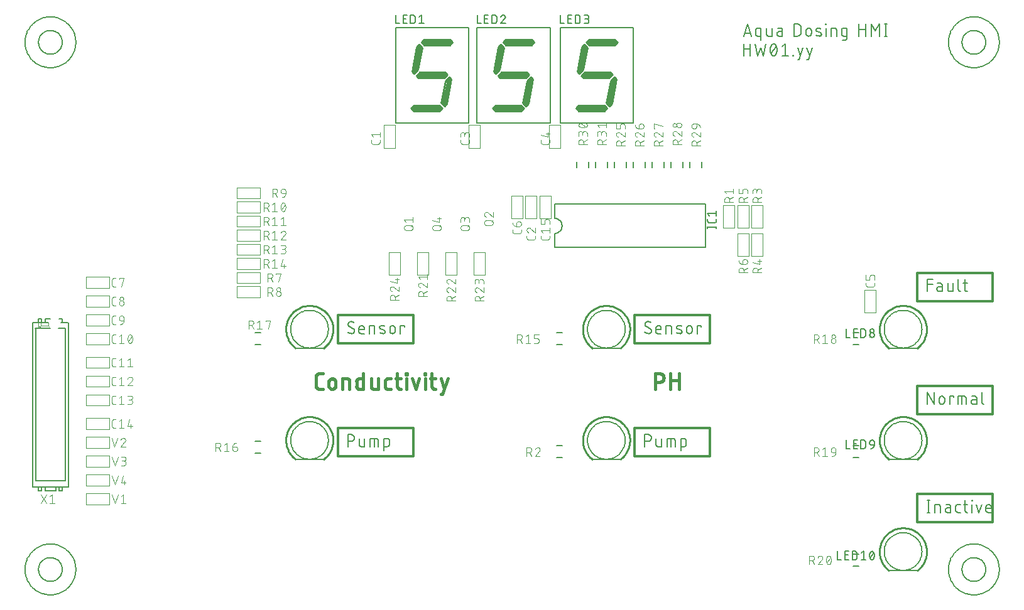
<source format=gbr>
G04 EAGLE Gerber RS-274X export*
G75*
%MOIN*%
%FSLAX34Y34*%
%LPD*%
%INSilkscreen Top*%
%IPPOS*%
%AMOC8*
5,1,8,0,0,1.08239X$1,22.5*%
G01*
%ADD10C,0.006000*%
%ADD11C,0.012000*%
%ADD12C,0.018000*%
%ADD13C,0.010000*%
%ADD14C,0.024000*%
%ADD15C,0.005000*%
%ADD16C,0.003937*%
%ADD17C,0.004000*%
%ADD18C,0.008000*%
%ADD19C,0.007874*%


D10*
X17993Y14530D02*
X18015Y14532D01*
X18037Y14537D01*
X18057Y14545D01*
X18076Y14557D01*
X18093Y14572D01*
X18108Y14589D01*
X18120Y14608D01*
X18128Y14628D01*
X18133Y14650D01*
X18135Y14672D01*
X17993Y14530D02*
X17959Y14532D01*
X17926Y14538D01*
X17893Y14547D01*
X17862Y14560D01*
X17833Y14576D01*
X17805Y14596D01*
X17780Y14619D01*
X17798Y15028D02*
X17800Y15050D01*
X17805Y15072D01*
X17813Y15092D01*
X17825Y15111D01*
X17840Y15128D01*
X17857Y15143D01*
X17876Y15155D01*
X17896Y15163D01*
X17918Y15168D01*
X17940Y15170D01*
X17969Y15168D01*
X17997Y15164D01*
X18024Y15156D01*
X18051Y15146D01*
X18076Y15133D01*
X18100Y15117D01*
X17798Y15028D02*
X17800Y15007D01*
X17804Y14986D01*
X17812Y14966D01*
X17823Y14947D01*
X17836Y14931D01*
X17851Y14916D01*
X17869Y14904D01*
X18064Y14796D02*
X18082Y14784D01*
X18097Y14769D01*
X18110Y14753D01*
X18121Y14734D01*
X18129Y14714D01*
X18133Y14693D01*
X18135Y14672D01*
X18064Y14797D02*
X17869Y14903D01*
X18476Y14530D02*
X18654Y14530D01*
X18476Y14530D02*
X18457Y14532D01*
X18439Y14536D01*
X18423Y14544D01*
X18407Y14555D01*
X18394Y14568D01*
X18383Y14584D01*
X18375Y14600D01*
X18371Y14618D01*
X18369Y14637D01*
X18369Y14814D01*
X18370Y14814D02*
X18372Y14836D01*
X18377Y14858D01*
X18385Y14878D01*
X18397Y14897D01*
X18412Y14914D01*
X18429Y14929D01*
X18448Y14941D01*
X18468Y14949D01*
X18490Y14954D01*
X18512Y14956D01*
X18534Y14954D01*
X18556Y14949D01*
X18576Y14941D01*
X18595Y14929D01*
X18612Y14914D01*
X18627Y14897D01*
X18639Y14878D01*
X18647Y14858D01*
X18652Y14836D01*
X18654Y14814D01*
X18654Y14743D01*
X18369Y14743D01*
X18923Y14530D02*
X18923Y14957D01*
X19101Y14957D01*
X19120Y14955D01*
X19138Y14951D01*
X19154Y14943D01*
X19170Y14932D01*
X19183Y14919D01*
X19194Y14904D01*
X19202Y14887D01*
X19206Y14869D01*
X19208Y14850D01*
X19208Y14530D01*
X19530Y14779D02*
X19708Y14708D01*
X19531Y14779D02*
X19515Y14787D01*
X19500Y14798D01*
X19489Y14812D01*
X19480Y14828D01*
X19475Y14846D01*
X19473Y14864D01*
X19475Y14882D01*
X19480Y14899D01*
X19489Y14915D01*
X19500Y14929D01*
X19515Y14941D01*
X19531Y14949D01*
X19548Y14954D01*
X19566Y14956D01*
X19566Y14957D02*
X19599Y14955D01*
X19631Y14951D01*
X19664Y14943D01*
X19695Y14934D01*
X19726Y14921D01*
X19708Y14707D02*
X19724Y14699D01*
X19739Y14688D01*
X19750Y14674D01*
X19759Y14658D01*
X19764Y14640D01*
X19766Y14622D01*
X19764Y14604D01*
X19759Y14587D01*
X19750Y14571D01*
X19739Y14557D01*
X19724Y14545D01*
X19708Y14537D01*
X19691Y14532D01*
X19673Y14530D01*
X19672Y14530D02*
X19633Y14532D01*
X19593Y14536D01*
X19554Y14544D01*
X19515Y14553D01*
X19477Y14566D01*
X20010Y14672D02*
X20010Y14814D01*
X20011Y14814D02*
X20013Y14836D01*
X20018Y14858D01*
X20026Y14878D01*
X20038Y14897D01*
X20053Y14914D01*
X20070Y14929D01*
X20089Y14941D01*
X20109Y14949D01*
X20131Y14954D01*
X20153Y14956D01*
X20175Y14954D01*
X20197Y14949D01*
X20217Y14941D01*
X20236Y14929D01*
X20253Y14914D01*
X20268Y14897D01*
X20280Y14878D01*
X20288Y14858D01*
X20293Y14836D01*
X20295Y14814D01*
X20295Y14672D01*
X20293Y14650D01*
X20288Y14628D01*
X20280Y14608D01*
X20268Y14589D01*
X20253Y14572D01*
X20236Y14557D01*
X20217Y14545D01*
X20197Y14537D01*
X20175Y14532D01*
X20153Y14530D01*
X20131Y14532D01*
X20109Y14537D01*
X20089Y14545D01*
X20070Y14557D01*
X20053Y14572D01*
X20038Y14589D01*
X20026Y14608D01*
X20018Y14628D01*
X20013Y14650D01*
X20011Y14672D01*
X20568Y14530D02*
X20568Y14957D01*
X20781Y14957D01*
X20781Y14886D01*
D11*
X21250Y15500D02*
X17250Y15500D01*
X21250Y15500D02*
X21250Y14000D01*
X17250Y14000D01*
X17250Y15500D01*
D10*
X17780Y9170D02*
X17780Y8530D01*
X17780Y9170D02*
X17958Y9170D01*
X17983Y9168D01*
X18008Y9163D01*
X18032Y9154D01*
X18054Y9142D01*
X18075Y9127D01*
X18093Y9109D01*
X18108Y9088D01*
X18120Y9066D01*
X18129Y9042D01*
X18134Y9017D01*
X18136Y8992D01*
X18134Y8967D01*
X18129Y8942D01*
X18120Y8918D01*
X18108Y8896D01*
X18093Y8875D01*
X18075Y8857D01*
X18054Y8842D01*
X18032Y8830D01*
X18008Y8821D01*
X17983Y8816D01*
X17958Y8814D01*
X17780Y8814D01*
X18382Y8957D02*
X18382Y8637D01*
X18381Y8637D02*
X18383Y8618D01*
X18387Y8600D01*
X18395Y8584D01*
X18406Y8568D01*
X18419Y8555D01*
X18435Y8544D01*
X18451Y8536D01*
X18469Y8532D01*
X18488Y8530D01*
X18666Y8530D01*
X18666Y8957D01*
X18967Y8957D02*
X18967Y8530D01*
X18967Y8957D02*
X19287Y8957D01*
X19306Y8955D01*
X19324Y8951D01*
X19341Y8943D01*
X19356Y8932D01*
X19369Y8919D01*
X19380Y8904D01*
X19388Y8887D01*
X19392Y8869D01*
X19394Y8850D01*
X19394Y8530D01*
X19180Y8530D02*
X19180Y8957D01*
X19697Y8957D02*
X19697Y8317D01*
X19697Y8957D02*
X19875Y8957D01*
X19894Y8955D01*
X19912Y8951D01*
X19928Y8943D01*
X19944Y8932D01*
X19957Y8919D01*
X19968Y8904D01*
X19976Y8887D01*
X19980Y8869D01*
X19982Y8850D01*
X19982Y8637D01*
X19980Y8618D01*
X19976Y8600D01*
X19968Y8584D01*
X19957Y8568D01*
X19944Y8555D01*
X19929Y8544D01*
X19912Y8536D01*
X19894Y8532D01*
X19875Y8530D01*
X19697Y8530D01*
D11*
X21250Y9500D02*
X17250Y9500D01*
X21250Y9500D02*
X21250Y8000D01*
X17250Y8000D01*
X17250Y9500D01*
D10*
X33530Y9170D02*
X33530Y8530D01*
X33530Y9170D02*
X33708Y9170D01*
X33733Y9168D01*
X33758Y9163D01*
X33782Y9154D01*
X33804Y9142D01*
X33825Y9127D01*
X33843Y9109D01*
X33858Y9088D01*
X33870Y9066D01*
X33879Y9042D01*
X33884Y9017D01*
X33886Y8992D01*
X33884Y8967D01*
X33879Y8942D01*
X33870Y8918D01*
X33858Y8896D01*
X33843Y8875D01*
X33825Y8857D01*
X33804Y8842D01*
X33782Y8830D01*
X33758Y8821D01*
X33733Y8816D01*
X33708Y8814D01*
X33530Y8814D01*
X34132Y8957D02*
X34132Y8637D01*
X34131Y8637D02*
X34133Y8618D01*
X34137Y8600D01*
X34145Y8584D01*
X34156Y8568D01*
X34169Y8555D01*
X34185Y8544D01*
X34201Y8536D01*
X34219Y8532D01*
X34238Y8530D01*
X34416Y8530D01*
X34416Y8957D01*
X34717Y8957D02*
X34717Y8530D01*
X34717Y8957D02*
X35037Y8957D01*
X35056Y8955D01*
X35074Y8951D01*
X35091Y8943D01*
X35106Y8932D01*
X35119Y8919D01*
X35130Y8904D01*
X35138Y8887D01*
X35142Y8869D01*
X35144Y8850D01*
X35144Y8530D01*
X34930Y8530D02*
X34930Y8957D01*
X35447Y8957D02*
X35447Y8317D01*
X35447Y8957D02*
X35625Y8957D01*
X35644Y8955D01*
X35662Y8951D01*
X35678Y8943D01*
X35694Y8932D01*
X35707Y8919D01*
X35718Y8904D01*
X35726Y8887D01*
X35730Y8869D01*
X35732Y8850D01*
X35732Y8637D01*
X35730Y8618D01*
X35726Y8600D01*
X35718Y8584D01*
X35707Y8568D01*
X35694Y8555D01*
X35679Y8544D01*
X35662Y8536D01*
X35644Y8532D01*
X35625Y8530D01*
X35447Y8530D01*
D11*
X37000Y9500D02*
X33000Y9500D01*
X37000Y9500D02*
X37000Y8000D01*
X33000Y8000D01*
X33000Y9500D01*
D10*
X33743Y14530D02*
X33765Y14532D01*
X33787Y14537D01*
X33807Y14545D01*
X33826Y14557D01*
X33843Y14572D01*
X33858Y14589D01*
X33870Y14608D01*
X33878Y14628D01*
X33883Y14650D01*
X33885Y14672D01*
X33743Y14530D02*
X33709Y14532D01*
X33676Y14538D01*
X33643Y14547D01*
X33612Y14560D01*
X33583Y14576D01*
X33555Y14596D01*
X33530Y14619D01*
X33548Y15028D02*
X33550Y15050D01*
X33555Y15072D01*
X33563Y15092D01*
X33575Y15111D01*
X33590Y15128D01*
X33607Y15143D01*
X33626Y15155D01*
X33646Y15163D01*
X33668Y15168D01*
X33690Y15170D01*
X33719Y15168D01*
X33747Y15164D01*
X33774Y15156D01*
X33801Y15146D01*
X33826Y15133D01*
X33850Y15117D01*
X33548Y15028D02*
X33550Y15007D01*
X33554Y14986D01*
X33562Y14966D01*
X33573Y14947D01*
X33586Y14931D01*
X33601Y14916D01*
X33619Y14904D01*
X33814Y14796D02*
X33832Y14784D01*
X33847Y14769D01*
X33860Y14753D01*
X33871Y14734D01*
X33879Y14714D01*
X33883Y14693D01*
X33885Y14672D01*
X33814Y14797D02*
X33619Y14903D01*
X34226Y14530D02*
X34404Y14530D01*
X34226Y14530D02*
X34207Y14532D01*
X34189Y14536D01*
X34173Y14544D01*
X34157Y14555D01*
X34144Y14568D01*
X34133Y14584D01*
X34125Y14600D01*
X34121Y14618D01*
X34119Y14637D01*
X34119Y14814D01*
X34120Y14814D02*
X34122Y14836D01*
X34127Y14858D01*
X34135Y14878D01*
X34147Y14897D01*
X34162Y14914D01*
X34179Y14929D01*
X34198Y14941D01*
X34218Y14949D01*
X34240Y14954D01*
X34262Y14956D01*
X34284Y14954D01*
X34306Y14949D01*
X34326Y14941D01*
X34345Y14929D01*
X34362Y14914D01*
X34377Y14897D01*
X34389Y14878D01*
X34397Y14858D01*
X34402Y14836D01*
X34404Y14814D01*
X34404Y14743D01*
X34119Y14743D01*
X34673Y14530D02*
X34673Y14957D01*
X34851Y14957D01*
X34870Y14955D01*
X34888Y14951D01*
X34904Y14943D01*
X34920Y14932D01*
X34933Y14919D01*
X34944Y14904D01*
X34952Y14887D01*
X34956Y14869D01*
X34958Y14850D01*
X34958Y14530D01*
X35280Y14779D02*
X35458Y14708D01*
X35281Y14779D02*
X35265Y14787D01*
X35250Y14798D01*
X35239Y14812D01*
X35230Y14828D01*
X35225Y14846D01*
X35223Y14864D01*
X35225Y14882D01*
X35230Y14899D01*
X35239Y14915D01*
X35250Y14929D01*
X35265Y14941D01*
X35281Y14949D01*
X35298Y14954D01*
X35316Y14956D01*
X35316Y14957D02*
X35349Y14955D01*
X35381Y14951D01*
X35414Y14943D01*
X35445Y14934D01*
X35476Y14921D01*
X35458Y14707D02*
X35474Y14699D01*
X35489Y14688D01*
X35500Y14674D01*
X35509Y14658D01*
X35514Y14640D01*
X35516Y14622D01*
X35514Y14604D01*
X35509Y14587D01*
X35500Y14571D01*
X35489Y14557D01*
X35474Y14545D01*
X35458Y14537D01*
X35441Y14532D01*
X35423Y14530D01*
X35422Y14530D02*
X35383Y14532D01*
X35343Y14536D01*
X35304Y14544D01*
X35265Y14553D01*
X35227Y14566D01*
X35760Y14672D02*
X35760Y14814D01*
X35761Y14814D02*
X35763Y14836D01*
X35768Y14858D01*
X35776Y14878D01*
X35788Y14897D01*
X35803Y14914D01*
X35820Y14929D01*
X35839Y14941D01*
X35859Y14949D01*
X35881Y14954D01*
X35903Y14956D01*
X35925Y14954D01*
X35947Y14949D01*
X35967Y14941D01*
X35986Y14929D01*
X36003Y14914D01*
X36018Y14897D01*
X36030Y14878D01*
X36038Y14858D01*
X36043Y14836D01*
X36045Y14814D01*
X36045Y14672D01*
X36043Y14650D01*
X36038Y14628D01*
X36030Y14608D01*
X36018Y14589D01*
X36003Y14572D01*
X35986Y14557D01*
X35967Y14545D01*
X35947Y14537D01*
X35925Y14532D01*
X35903Y14530D01*
X35881Y14532D01*
X35859Y14537D01*
X35839Y14545D01*
X35820Y14557D01*
X35803Y14572D01*
X35788Y14589D01*
X35776Y14608D01*
X35768Y14628D01*
X35763Y14650D01*
X35761Y14672D01*
X36318Y14530D02*
X36318Y14957D01*
X36531Y14957D01*
X36531Y14886D01*
D11*
X37000Y15500D02*
X33000Y15500D01*
X37000Y15500D02*
X37000Y14000D01*
X33000Y14000D01*
X33000Y15500D01*
D12*
X16454Y11590D02*
X16272Y11590D01*
X16246Y11592D01*
X16221Y11597D01*
X16196Y11606D01*
X16174Y11619D01*
X16153Y11634D01*
X16134Y11653D01*
X16119Y11674D01*
X16106Y11696D01*
X16097Y11721D01*
X16092Y11746D01*
X16090Y11772D01*
X16090Y12228D01*
X16092Y12254D01*
X16097Y12279D01*
X16106Y12304D01*
X16119Y12326D01*
X16134Y12347D01*
X16153Y12366D01*
X16174Y12381D01*
X16196Y12394D01*
X16221Y12403D01*
X16246Y12408D01*
X16272Y12410D01*
X16454Y12410D01*
X16768Y11954D02*
X16768Y11772D01*
X16768Y11954D02*
X16770Y11980D01*
X16775Y12005D01*
X16784Y12030D01*
X16797Y12052D01*
X16812Y12073D01*
X16831Y12092D01*
X16852Y12107D01*
X16874Y12120D01*
X16899Y12129D01*
X16924Y12134D01*
X16950Y12136D01*
X16976Y12134D01*
X17001Y12129D01*
X17026Y12120D01*
X17048Y12107D01*
X17069Y12092D01*
X17088Y12073D01*
X17103Y12052D01*
X17116Y12030D01*
X17125Y12005D01*
X17130Y11980D01*
X17132Y11954D01*
X17133Y11954D02*
X17133Y11772D01*
X17132Y11772D02*
X17130Y11746D01*
X17125Y11721D01*
X17116Y11696D01*
X17103Y11674D01*
X17088Y11653D01*
X17069Y11634D01*
X17048Y11619D01*
X17026Y11606D01*
X17001Y11597D01*
X16976Y11592D01*
X16950Y11590D01*
X16924Y11592D01*
X16899Y11597D01*
X16874Y11606D01*
X16852Y11619D01*
X16831Y11634D01*
X16812Y11653D01*
X16797Y11674D01*
X16784Y11696D01*
X16775Y11721D01*
X16770Y11746D01*
X16768Y11772D01*
X17508Y11590D02*
X17508Y12137D01*
X17736Y12137D01*
X17757Y12135D01*
X17778Y12130D01*
X17798Y12122D01*
X17817Y12111D01*
X17833Y12097D01*
X17847Y12081D01*
X17858Y12062D01*
X17866Y12042D01*
X17871Y12021D01*
X17873Y12000D01*
X17872Y12000D02*
X17872Y11590D01*
X18607Y11590D02*
X18607Y12410D01*
X18607Y11590D02*
X18379Y11590D01*
X18358Y11592D01*
X18337Y11597D01*
X18317Y11605D01*
X18298Y11616D01*
X18282Y11630D01*
X18268Y11646D01*
X18257Y11665D01*
X18249Y11685D01*
X18244Y11706D01*
X18242Y11727D01*
X18243Y11727D02*
X18243Y12000D01*
X18242Y12000D02*
X18244Y12021D01*
X18249Y12042D01*
X18257Y12062D01*
X18268Y12081D01*
X18282Y12097D01*
X18298Y12111D01*
X18317Y12122D01*
X18337Y12130D01*
X18358Y12135D01*
X18379Y12137D01*
X18607Y12137D01*
X19015Y12137D02*
X19015Y11727D01*
X19017Y11706D01*
X19022Y11685D01*
X19030Y11665D01*
X19041Y11646D01*
X19055Y11630D01*
X19071Y11616D01*
X19090Y11605D01*
X19110Y11597D01*
X19131Y11592D01*
X19152Y11590D01*
X19379Y11590D01*
X19379Y12137D01*
X19893Y11590D02*
X20075Y11590D01*
X19893Y11590D02*
X19872Y11592D01*
X19851Y11597D01*
X19831Y11605D01*
X19812Y11616D01*
X19796Y11630D01*
X19782Y11646D01*
X19771Y11665D01*
X19763Y11685D01*
X19758Y11706D01*
X19756Y11727D01*
X19756Y12000D01*
X19758Y12021D01*
X19763Y12042D01*
X19771Y12062D01*
X19782Y12081D01*
X19796Y12097D01*
X19812Y12111D01*
X19831Y12122D01*
X19851Y12130D01*
X19872Y12135D01*
X19893Y12137D01*
X20075Y12137D01*
X20313Y12137D02*
X20586Y12137D01*
X20404Y12410D02*
X20404Y11727D01*
X20403Y11727D02*
X20405Y11706D01*
X20410Y11685D01*
X20418Y11665D01*
X20429Y11646D01*
X20443Y11630D01*
X20459Y11616D01*
X20478Y11605D01*
X20498Y11597D01*
X20519Y11592D01*
X20540Y11590D01*
X20586Y11590D01*
X20896Y11590D02*
X20896Y12137D01*
X20873Y12364D02*
X20873Y12410D01*
X20919Y12410D01*
X20919Y12364D01*
X20873Y12364D01*
X21207Y12137D02*
X21389Y11590D01*
X21571Y12137D01*
X21882Y12137D02*
X21882Y11590D01*
X21860Y12364D02*
X21860Y12410D01*
X21905Y12410D01*
X21905Y12364D01*
X21860Y12364D01*
X22148Y12137D02*
X22422Y12137D01*
X22239Y12410D02*
X22239Y11727D01*
X22241Y11706D01*
X22246Y11685D01*
X22254Y11665D01*
X22265Y11646D01*
X22279Y11630D01*
X22295Y11616D01*
X22314Y11605D01*
X22334Y11597D01*
X22355Y11592D01*
X22376Y11590D01*
X22422Y11590D01*
X22714Y11317D02*
X22805Y11317D01*
X23078Y12137D01*
X22714Y12137D02*
X22896Y11590D01*
X34090Y11590D02*
X34090Y12410D01*
X34318Y12410D01*
X34347Y12408D01*
X34375Y12403D01*
X34402Y12394D01*
X34428Y12382D01*
X34452Y12366D01*
X34474Y12348D01*
X34494Y12327D01*
X34511Y12304D01*
X34524Y12279D01*
X34535Y12252D01*
X34542Y12225D01*
X34546Y12196D01*
X34546Y12168D01*
X34542Y12139D01*
X34535Y12112D01*
X34524Y12085D01*
X34511Y12060D01*
X34494Y12037D01*
X34474Y12016D01*
X34452Y11998D01*
X34428Y11982D01*
X34402Y11970D01*
X34375Y11961D01*
X34347Y11956D01*
X34318Y11954D01*
X34090Y11954D01*
X34897Y11590D02*
X34897Y12410D01*
X34897Y12046D02*
X35353Y12046D01*
X35353Y12410D02*
X35353Y11590D01*
D10*
X48530Y16780D02*
X48530Y17420D01*
X48814Y17420D01*
X48814Y17136D02*
X48530Y17136D01*
X49158Y17029D02*
X49318Y17029D01*
X49158Y17028D02*
X49138Y17026D01*
X49118Y17021D01*
X49099Y17013D01*
X49082Y17002D01*
X49067Y16988D01*
X49054Y16972D01*
X49044Y16954D01*
X49038Y16934D01*
X49034Y16914D01*
X49034Y16894D01*
X49038Y16874D01*
X49044Y16854D01*
X49054Y16836D01*
X49067Y16820D01*
X49082Y16806D01*
X49099Y16795D01*
X49118Y16787D01*
X49138Y16782D01*
X49158Y16780D01*
X49318Y16780D01*
X49318Y17100D01*
X49316Y17119D01*
X49312Y17137D01*
X49304Y17154D01*
X49293Y17169D01*
X49280Y17182D01*
X49265Y17193D01*
X49248Y17201D01*
X49230Y17205D01*
X49211Y17207D01*
X49069Y17207D01*
X49611Y17207D02*
X49611Y16887D01*
X49610Y16887D02*
X49612Y16868D01*
X49616Y16850D01*
X49624Y16834D01*
X49635Y16818D01*
X49648Y16805D01*
X49664Y16794D01*
X49680Y16786D01*
X49698Y16782D01*
X49717Y16780D01*
X49895Y16780D01*
X49895Y17207D01*
X50174Y17420D02*
X50174Y16887D01*
X50173Y16887D02*
X50175Y16868D01*
X50179Y16850D01*
X50187Y16834D01*
X50198Y16818D01*
X50211Y16805D01*
X50227Y16794D01*
X50243Y16786D01*
X50261Y16782D01*
X50280Y16780D01*
X50442Y17207D02*
X50655Y17207D01*
X50513Y17420D02*
X50513Y16887D01*
X50512Y16887D02*
X50514Y16868D01*
X50518Y16850D01*
X50526Y16834D01*
X50537Y16818D01*
X50550Y16805D01*
X50566Y16794D01*
X50582Y16786D01*
X50600Y16782D01*
X50619Y16780D01*
X50655Y16780D01*
D11*
X52000Y17750D02*
X48000Y17750D01*
X52000Y17750D02*
X52000Y16250D01*
X48000Y16250D01*
X48000Y17750D01*
D10*
X48530Y11420D02*
X48530Y10780D01*
X48886Y10780D02*
X48530Y11420D01*
X48886Y11420D02*
X48886Y10780D01*
X49160Y10922D02*
X49160Y11064D01*
X49161Y11064D02*
X49163Y11086D01*
X49168Y11108D01*
X49176Y11128D01*
X49188Y11147D01*
X49203Y11164D01*
X49220Y11179D01*
X49239Y11191D01*
X49259Y11199D01*
X49281Y11204D01*
X49303Y11206D01*
X49325Y11204D01*
X49347Y11199D01*
X49367Y11191D01*
X49386Y11179D01*
X49403Y11164D01*
X49418Y11147D01*
X49430Y11128D01*
X49438Y11108D01*
X49443Y11086D01*
X49445Y11064D01*
X49445Y10922D01*
X49443Y10900D01*
X49438Y10878D01*
X49430Y10858D01*
X49418Y10839D01*
X49403Y10822D01*
X49386Y10807D01*
X49367Y10795D01*
X49347Y10787D01*
X49325Y10782D01*
X49303Y10780D01*
X49281Y10782D01*
X49259Y10787D01*
X49239Y10795D01*
X49220Y10807D01*
X49203Y10822D01*
X49188Y10839D01*
X49176Y10858D01*
X49168Y10878D01*
X49163Y10900D01*
X49161Y10922D01*
X49718Y10780D02*
X49718Y11207D01*
X49931Y11207D01*
X49931Y11136D01*
X50156Y11207D02*
X50156Y10780D01*
X50156Y11207D02*
X50476Y11207D01*
X50495Y11205D01*
X50513Y11201D01*
X50530Y11193D01*
X50545Y11182D01*
X50558Y11169D01*
X50569Y11154D01*
X50577Y11137D01*
X50581Y11119D01*
X50583Y11100D01*
X50583Y10780D01*
X50369Y10780D02*
X50369Y11207D01*
X50985Y11029D02*
X51145Y11029D01*
X50985Y11028D02*
X50965Y11026D01*
X50945Y11021D01*
X50926Y11013D01*
X50909Y11002D01*
X50894Y10988D01*
X50881Y10972D01*
X50871Y10954D01*
X50865Y10934D01*
X50861Y10914D01*
X50861Y10894D01*
X50865Y10874D01*
X50871Y10854D01*
X50881Y10836D01*
X50894Y10820D01*
X50909Y10806D01*
X50926Y10795D01*
X50945Y10787D01*
X50965Y10782D01*
X50985Y10780D01*
X51145Y10780D01*
X51145Y11100D01*
X51143Y11119D01*
X51139Y11137D01*
X51131Y11154D01*
X51120Y11169D01*
X51107Y11182D01*
X51092Y11193D01*
X51075Y11201D01*
X51057Y11205D01*
X51038Y11207D01*
X50896Y11207D01*
X51426Y11420D02*
X51426Y10887D01*
X51428Y10868D01*
X51432Y10850D01*
X51440Y10834D01*
X51451Y10818D01*
X51464Y10805D01*
X51480Y10794D01*
X51496Y10786D01*
X51514Y10782D01*
X51533Y10780D01*
D11*
X52000Y11750D02*
X48000Y11750D01*
X52000Y11750D02*
X52000Y10250D01*
X48000Y10250D01*
X48000Y11750D01*
D10*
X48601Y5670D02*
X48601Y5030D01*
X48530Y5030D02*
X48672Y5030D01*
X48672Y5670D02*
X48530Y5670D01*
X48931Y5457D02*
X48931Y5030D01*
X48931Y5457D02*
X49108Y5457D01*
X49127Y5455D01*
X49145Y5451D01*
X49161Y5443D01*
X49177Y5432D01*
X49190Y5419D01*
X49201Y5404D01*
X49209Y5387D01*
X49213Y5369D01*
X49215Y5350D01*
X49215Y5030D01*
X49606Y5279D02*
X49766Y5279D01*
X49606Y5278D02*
X49586Y5276D01*
X49566Y5271D01*
X49547Y5263D01*
X49530Y5252D01*
X49515Y5238D01*
X49502Y5222D01*
X49492Y5204D01*
X49486Y5184D01*
X49482Y5164D01*
X49482Y5144D01*
X49486Y5124D01*
X49492Y5104D01*
X49502Y5086D01*
X49515Y5070D01*
X49530Y5056D01*
X49547Y5045D01*
X49566Y5037D01*
X49586Y5032D01*
X49606Y5030D01*
X49766Y5030D01*
X49766Y5350D01*
X49764Y5369D01*
X49760Y5387D01*
X49752Y5404D01*
X49741Y5419D01*
X49728Y5432D01*
X49713Y5443D01*
X49696Y5451D01*
X49678Y5455D01*
X49659Y5457D01*
X49517Y5457D01*
X50146Y5030D02*
X50288Y5030D01*
X50146Y5030D02*
X50127Y5032D01*
X50109Y5036D01*
X50093Y5044D01*
X50077Y5055D01*
X50064Y5068D01*
X50053Y5084D01*
X50045Y5100D01*
X50041Y5118D01*
X50039Y5137D01*
X50039Y5350D01*
X50041Y5369D01*
X50045Y5387D01*
X50053Y5404D01*
X50064Y5419D01*
X50077Y5432D01*
X50093Y5443D01*
X50109Y5451D01*
X50127Y5455D01*
X50146Y5457D01*
X50288Y5457D01*
X50459Y5457D02*
X50672Y5457D01*
X50530Y5670D02*
X50530Y5137D01*
X50532Y5118D01*
X50536Y5100D01*
X50544Y5084D01*
X50555Y5068D01*
X50568Y5055D01*
X50584Y5044D01*
X50600Y5036D01*
X50618Y5032D01*
X50637Y5030D01*
X50672Y5030D01*
X50899Y5030D02*
X50899Y5457D01*
X50881Y5634D02*
X50881Y5670D01*
X50916Y5670D01*
X50916Y5634D01*
X50881Y5634D01*
X51126Y5457D02*
X51268Y5030D01*
X51410Y5457D01*
X51745Y5030D02*
X51923Y5030D01*
X51745Y5030D02*
X51726Y5032D01*
X51708Y5036D01*
X51692Y5044D01*
X51676Y5055D01*
X51663Y5068D01*
X51652Y5084D01*
X51644Y5100D01*
X51640Y5118D01*
X51638Y5137D01*
X51638Y5314D01*
X51639Y5314D02*
X51641Y5336D01*
X51646Y5358D01*
X51654Y5378D01*
X51666Y5397D01*
X51681Y5414D01*
X51698Y5429D01*
X51717Y5441D01*
X51737Y5449D01*
X51759Y5454D01*
X51781Y5456D01*
X51803Y5454D01*
X51825Y5449D01*
X51845Y5441D01*
X51864Y5429D01*
X51881Y5414D01*
X51896Y5397D01*
X51908Y5378D01*
X51916Y5358D01*
X51921Y5336D01*
X51923Y5314D01*
X51923Y5243D01*
X51638Y5243D01*
D11*
X52000Y6000D02*
X48000Y6000D01*
X52000Y6000D02*
X52000Y4500D01*
X48000Y4500D01*
X48000Y6000D01*
D10*
X38780Y30330D02*
X38993Y30970D01*
X39207Y30330D01*
X39153Y30490D02*
X38833Y30490D01*
X39707Y30757D02*
X39707Y30117D01*
X39707Y30757D02*
X39529Y30757D01*
X39510Y30755D01*
X39492Y30751D01*
X39476Y30743D01*
X39460Y30732D01*
X39447Y30719D01*
X39436Y30704D01*
X39428Y30687D01*
X39424Y30669D01*
X39422Y30650D01*
X39423Y30650D02*
X39423Y30437D01*
X39422Y30437D02*
X39424Y30418D01*
X39428Y30400D01*
X39436Y30384D01*
X39447Y30368D01*
X39460Y30355D01*
X39476Y30344D01*
X39492Y30336D01*
X39510Y30332D01*
X39529Y30330D01*
X39707Y30330D01*
X40000Y30437D02*
X40000Y30757D01*
X40000Y30437D02*
X40002Y30418D01*
X40006Y30400D01*
X40014Y30384D01*
X40025Y30368D01*
X40038Y30355D01*
X40054Y30344D01*
X40070Y30336D01*
X40088Y30332D01*
X40107Y30330D01*
X40284Y30330D01*
X40284Y30757D01*
X40675Y30579D02*
X40835Y30579D01*
X40675Y30578D02*
X40655Y30576D01*
X40635Y30571D01*
X40616Y30563D01*
X40599Y30552D01*
X40584Y30538D01*
X40571Y30522D01*
X40561Y30504D01*
X40555Y30484D01*
X40551Y30464D01*
X40551Y30444D01*
X40555Y30424D01*
X40561Y30404D01*
X40571Y30386D01*
X40584Y30370D01*
X40599Y30356D01*
X40616Y30345D01*
X40635Y30337D01*
X40655Y30332D01*
X40675Y30330D01*
X40835Y30330D01*
X40835Y30650D01*
X40836Y30650D02*
X40834Y30669D01*
X40830Y30687D01*
X40822Y30704D01*
X40811Y30719D01*
X40798Y30732D01*
X40783Y30743D01*
X40766Y30751D01*
X40748Y30755D01*
X40729Y30757D01*
X40586Y30757D01*
X41462Y30970D02*
X41462Y30330D01*
X41462Y30970D02*
X41640Y30970D01*
X41665Y30968D01*
X41690Y30963D01*
X41714Y30954D01*
X41736Y30942D01*
X41757Y30927D01*
X41775Y30909D01*
X41790Y30888D01*
X41802Y30866D01*
X41811Y30842D01*
X41816Y30817D01*
X41818Y30792D01*
X41817Y30792D02*
X41817Y30508D01*
X41818Y30508D02*
X41816Y30483D01*
X41811Y30458D01*
X41802Y30434D01*
X41790Y30412D01*
X41775Y30391D01*
X41757Y30373D01*
X41736Y30358D01*
X41714Y30346D01*
X41690Y30337D01*
X41665Y30332D01*
X41640Y30330D01*
X41462Y30330D01*
X42092Y30472D02*
X42092Y30614D01*
X42094Y30636D01*
X42099Y30658D01*
X42107Y30678D01*
X42119Y30697D01*
X42134Y30714D01*
X42151Y30729D01*
X42170Y30741D01*
X42190Y30749D01*
X42212Y30754D01*
X42234Y30756D01*
X42256Y30754D01*
X42278Y30749D01*
X42298Y30741D01*
X42317Y30729D01*
X42334Y30714D01*
X42349Y30697D01*
X42361Y30678D01*
X42369Y30658D01*
X42374Y30636D01*
X42376Y30614D01*
X42377Y30614D02*
X42377Y30472D01*
X42376Y30472D02*
X42374Y30450D01*
X42369Y30428D01*
X42361Y30408D01*
X42349Y30389D01*
X42334Y30372D01*
X42317Y30357D01*
X42298Y30345D01*
X42278Y30337D01*
X42256Y30332D01*
X42234Y30330D01*
X42212Y30332D01*
X42190Y30337D01*
X42170Y30345D01*
X42151Y30357D01*
X42134Y30372D01*
X42119Y30389D01*
X42107Y30408D01*
X42099Y30428D01*
X42094Y30450D01*
X42092Y30472D01*
X42679Y30579D02*
X42857Y30508D01*
X42679Y30579D02*
X42663Y30587D01*
X42648Y30598D01*
X42637Y30612D01*
X42628Y30628D01*
X42623Y30646D01*
X42621Y30664D01*
X42623Y30682D01*
X42628Y30699D01*
X42637Y30715D01*
X42648Y30729D01*
X42663Y30741D01*
X42679Y30749D01*
X42696Y30754D01*
X42714Y30756D01*
X42715Y30757D02*
X42748Y30755D01*
X42780Y30751D01*
X42813Y30743D01*
X42844Y30734D01*
X42875Y30721D01*
X42856Y30507D02*
X42872Y30499D01*
X42887Y30488D01*
X42898Y30474D01*
X42907Y30458D01*
X42912Y30440D01*
X42914Y30422D01*
X42912Y30404D01*
X42907Y30387D01*
X42898Y30371D01*
X42887Y30357D01*
X42872Y30345D01*
X42856Y30337D01*
X42839Y30332D01*
X42821Y30330D01*
X42782Y30332D01*
X42742Y30336D01*
X42703Y30344D01*
X42664Y30353D01*
X42626Y30366D01*
X43158Y30330D02*
X43158Y30757D01*
X43140Y30934D02*
X43140Y30970D01*
X43175Y30970D01*
X43175Y30934D01*
X43140Y30934D01*
X43426Y30757D02*
X43426Y30330D01*
X43426Y30757D02*
X43603Y30757D01*
X43622Y30755D01*
X43640Y30751D01*
X43656Y30743D01*
X43672Y30732D01*
X43685Y30719D01*
X43696Y30704D01*
X43704Y30687D01*
X43708Y30669D01*
X43710Y30650D01*
X43710Y30330D01*
X44083Y30330D02*
X44261Y30330D01*
X44083Y30330D02*
X44064Y30332D01*
X44046Y30336D01*
X44030Y30344D01*
X44014Y30355D01*
X44001Y30368D01*
X43990Y30384D01*
X43982Y30400D01*
X43978Y30418D01*
X43976Y30437D01*
X43977Y30437D02*
X43977Y30650D01*
X43976Y30650D02*
X43978Y30669D01*
X43982Y30687D01*
X43990Y30704D01*
X44001Y30719D01*
X44014Y30732D01*
X44030Y30743D01*
X44046Y30751D01*
X44064Y30755D01*
X44083Y30757D01*
X44261Y30757D01*
X44261Y30223D01*
X44259Y30204D01*
X44255Y30186D01*
X44247Y30170D01*
X44236Y30154D01*
X44223Y30141D01*
X44208Y30130D01*
X44191Y30122D01*
X44173Y30118D01*
X44154Y30116D01*
X44154Y30117D02*
X44012Y30117D01*
X44888Y30330D02*
X44888Y30970D01*
X44888Y30686D02*
X45243Y30686D01*
X45243Y30970D02*
X45243Y30330D01*
X45549Y30330D02*
X45549Y30970D01*
X45763Y30614D01*
X45976Y30970D01*
X45976Y30330D01*
X46317Y30330D02*
X46317Y30970D01*
X46246Y30330D02*
X46388Y30330D01*
X46388Y30970D02*
X46246Y30970D01*
X38780Y29920D02*
X38780Y29280D01*
X38780Y29636D02*
X39136Y29636D01*
X39136Y29920D02*
X39136Y29280D01*
X39534Y29280D02*
X39391Y29920D01*
X39676Y29707D02*
X39534Y29280D01*
X39818Y29280D02*
X39676Y29707D01*
X39960Y29920D02*
X39818Y29280D01*
X40196Y29600D02*
X40198Y29640D01*
X40202Y29679D01*
X40209Y29719D01*
X40220Y29757D01*
X40233Y29794D01*
X40249Y29831D01*
X40248Y29831D02*
X40256Y29850D01*
X40267Y29867D01*
X40281Y29882D01*
X40296Y29895D01*
X40314Y29906D01*
X40333Y29914D01*
X40353Y29918D01*
X40373Y29920D01*
X40393Y29918D01*
X40413Y29914D01*
X40432Y29906D01*
X40450Y29895D01*
X40465Y29882D01*
X40479Y29867D01*
X40490Y29850D01*
X40498Y29831D01*
X40514Y29794D01*
X40527Y29757D01*
X40538Y29719D01*
X40545Y29679D01*
X40549Y29640D01*
X40551Y29600D01*
X40196Y29600D02*
X40198Y29560D01*
X40202Y29521D01*
X40209Y29482D01*
X40220Y29443D01*
X40233Y29406D01*
X40249Y29369D01*
X40248Y29369D02*
X40256Y29350D01*
X40267Y29333D01*
X40281Y29318D01*
X40296Y29305D01*
X40314Y29294D01*
X40333Y29286D01*
X40353Y29282D01*
X40373Y29280D01*
X40498Y29369D02*
X40514Y29406D01*
X40527Y29443D01*
X40538Y29482D01*
X40545Y29521D01*
X40549Y29560D01*
X40551Y29600D01*
X40498Y29369D02*
X40490Y29350D01*
X40479Y29333D01*
X40465Y29318D01*
X40450Y29305D01*
X40432Y29294D01*
X40413Y29286D01*
X40393Y29282D01*
X40373Y29280D01*
X40231Y29422D02*
X40515Y29778D01*
X40811Y29778D02*
X40989Y29920D01*
X40989Y29280D01*
X41166Y29280D02*
X40811Y29280D01*
X41402Y29280D02*
X41402Y29316D01*
X41437Y29316D01*
X41437Y29280D01*
X41402Y29280D01*
X41646Y29067D02*
X41718Y29067D01*
X41931Y29707D01*
X41646Y29707D02*
X41789Y29280D01*
X42139Y29067D02*
X42210Y29067D01*
X42423Y29707D01*
X42139Y29707D02*
X42281Y29280D01*
X24190Y25720D02*
X20310Y25720D01*
X24190Y25720D02*
X24190Y30770D01*
X20310Y30770D02*
X20310Y25720D01*
X20310Y30770D02*
X24190Y30770D01*
D13*
X23340Y30002D02*
X23190Y29852D01*
X21840Y29852D01*
X21690Y30002D01*
X21840Y30152D01*
X23190Y30152D01*
X23340Y30002D01*
X21740Y29712D02*
X21570Y29882D01*
X21740Y29712D02*
X21500Y28540D01*
X21300Y28340D01*
X21200Y28440D01*
X21440Y29752D01*
X21570Y29882D01*
X21600Y28400D02*
X21420Y28220D01*
X21600Y28400D02*
X22930Y28400D01*
X23060Y28270D01*
X22890Y28100D01*
X21540Y28100D01*
X21420Y28220D01*
X21290Y26658D02*
X21140Y26508D01*
X21290Y26658D02*
X22640Y26658D01*
X22790Y26508D01*
X22640Y26358D01*
X21290Y26358D01*
X21140Y26508D01*
X22970Y27940D02*
X23170Y28140D01*
X22970Y27940D02*
X22740Y26798D01*
X22910Y26628D01*
X23040Y26758D01*
X23270Y28040D01*
X23170Y28140D01*
D14*
X22650Y26508D02*
X21300Y26508D01*
X22900Y26808D02*
X23150Y28000D01*
X22900Y28250D02*
X21550Y28250D01*
X21340Y28510D02*
X21589Y29711D01*
X21860Y30002D02*
X23210Y30002D01*
D15*
X20325Y31005D02*
X20325Y31455D01*
X20325Y31005D02*
X20525Y31005D01*
X20715Y31005D02*
X20915Y31005D01*
X20715Y31005D02*
X20715Y31455D01*
X20915Y31455D01*
X20865Y31255D02*
X20715Y31255D01*
X21104Y31455D02*
X21104Y31005D01*
X21104Y31455D02*
X21229Y31455D01*
X21249Y31453D01*
X21268Y31449D01*
X21286Y31441D01*
X21302Y31431D01*
X21317Y31418D01*
X21330Y31403D01*
X21340Y31387D01*
X21348Y31369D01*
X21352Y31350D01*
X21354Y31330D01*
X21354Y31130D01*
X21352Y31110D01*
X21348Y31091D01*
X21340Y31073D01*
X21330Y31057D01*
X21317Y31042D01*
X21302Y31029D01*
X21286Y31019D01*
X21268Y31011D01*
X21249Y31007D01*
X21229Y31005D01*
X21104Y31005D01*
X21569Y31355D02*
X21694Y31455D01*
X21694Y31005D01*
X21569Y31005D02*
X21819Y31005D01*
D10*
X24635Y25720D02*
X28515Y25720D01*
X28515Y30770D01*
X24635Y30770D02*
X24635Y25720D01*
X24635Y30770D02*
X28515Y30770D01*
D13*
X27665Y30002D02*
X27515Y29852D01*
X26165Y29852D01*
X26015Y30002D01*
X26165Y30152D01*
X27515Y30152D01*
X27665Y30002D01*
X26065Y29712D02*
X25895Y29882D01*
X26065Y29712D02*
X25825Y28540D01*
X25625Y28340D01*
X25525Y28440D01*
X25765Y29752D01*
X25895Y29882D01*
X25925Y28400D02*
X25745Y28220D01*
X25925Y28400D02*
X27255Y28400D01*
X27385Y28270D01*
X27215Y28100D01*
X25865Y28100D01*
X25745Y28220D01*
X25615Y26658D02*
X25465Y26508D01*
X25615Y26658D02*
X26965Y26658D01*
X27115Y26508D01*
X26965Y26358D01*
X25615Y26358D01*
X25465Y26508D01*
X27295Y27940D02*
X27495Y28140D01*
X27295Y27940D02*
X27065Y26798D01*
X27235Y26628D01*
X27365Y26758D01*
X27595Y28040D01*
X27495Y28140D01*
D14*
X26975Y26508D02*
X25625Y26508D01*
X27225Y26808D02*
X27475Y28000D01*
X27225Y28250D02*
X25875Y28250D01*
X25665Y28510D02*
X25914Y29711D01*
X26185Y30002D02*
X27535Y30002D01*
D15*
X24650Y31005D02*
X24650Y31455D01*
X24650Y31005D02*
X24850Y31005D01*
X25040Y31005D02*
X25240Y31005D01*
X25040Y31005D02*
X25040Y31455D01*
X25240Y31455D01*
X25190Y31255D02*
X25040Y31255D01*
X25429Y31455D02*
X25429Y31005D01*
X25429Y31455D02*
X25554Y31455D01*
X25574Y31453D01*
X25593Y31449D01*
X25611Y31441D01*
X25627Y31431D01*
X25642Y31418D01*
X25655Y31403D01*
X25665Y31387D01*
X25673Y31369D01*
X25677Y31350D01*
X25679Y31330D01*
X25679Y31130D01*
X25677Y31110D01*
X25673Y31091D01*
X25665Y31073D01*
X25655Y31057D01*
X25642Y31042D01*
X25627Y31029D01*
X25611Y31019D01*
X25593Y31011D01*
X25574Y31007D01*
X25554Y31005D01*
X25429Y31005D01*
X26031Y31456D02*
X26051Y31454D01*
X26070Y31449D01*
X26088Y31441D01*
X26104Y31430D01*
X26118Y31416D01*
X26129Y31400D01*
X26137Y31382D01*
X26142Y31363D01*
X26144Y31343D01*
X26031Y31455D02*
X26008Y31453D01*
X25986Y31448D01*
X25965Y31439D01*
X25946Y31427D01*
X25928Y31412D01*
X25914Y31395D01*
X25902Y31376D01*
X25893Y31355D01*
X26106Y31255D02*
X26119Y31270D01*
X26130Y31286D01*
X26138Y31304D01*
X26142Y31323D01*
X26144Y31343D01*
X26106Y31255D02*
X25894Y31005D01*
X26144Y31005D01*
D10*
X29060Y25720D02*
X32940Y25720D01*
X32940Y30770D01*
X29060Y30770D02*
X29060Y25720D01*
X29060Y30770D02*
X32940Y30770D01*
D13*
X32090Y30002D02*
X31940Y29852D01*
X30590Y29852D01*
X30440Y30002D01*
X30590Y30152D01*
X31940Y30152D01*
X32090Y30002D01*
X30490Y29712D02*
X30320Y29882D01*
X30490Y29712D02*
X30250Y28540D01*
X30050Y28340D01*
X29950Y28440D01*
X30190Y29752D01*
X30320Y29882D01*
X30350Y28400D02*
X30170Y28220D01*
X30350Y28400D02*
X31680Y28400D01*
X31810Y28270D01*
X31640Y28100D01*
X30290Y28100D01*
X30170Y28220D01*
X30040Y26658D02*
X29890Y26508D01*
X30040Y26658D02*
X31390Y26658D01*
X31540Y26508D01*
X31390Y26358D01*
X30040Y26358D01*
X29890Y26508D01*
X31720Y27940D02*
X31920Y28140D01*
X31720Y27940D02*
X31490Y26798D01*
X31660Y26628D01*
X31790Y26758D01*
X32020Y28040D01*
X31920Y28140D01*
D14*
X31400Y26508D02*
X30050Y26508D01*
X31650Y26808D02*
X31900Y28000D01*
X31650Y28250D02*
X30300Y28250D01*
X30090Y28510D02*
X30339Y29711D01*
X30610Y30002D02*
X31960Y30002D01*
D15*
X29075Y31005D02*
X29075Y31455D01*
X29075Y31005D02*
X29275Y31005D01*
X29465Y31005D02*
X29665Y31005D01*
X29465Y31005D02*
X29465Y31455D01*
X29665Y31455D01*
X29615Y31255D02*
X29465Y31255D01*
X29854Y31455D02*
X29854Y31005D01*
X29854Y31455D02*
X29979Y31455D01*
X29999Y31453D01*
X30018Y31449D01*
X30036Y31441D01*
X30052Y31431D01*
X30067Y31418D01*
X30080Y31403D01*
X30090Y31387D01*
X30098Y31369D01*
X30102Y31350D01*
X30104Y31330D01*
X30104Y31130D01*
X30102Y31110D01*
X30098Y31091D01*
X30090Y31073D01*
X30080Y31057D01*
X30067Y31042D01*
X30052Y31029D01*
X30036Y31019D01*
X30018Y31011D01*
X29999Y31007D01*
X29979Y31005D01*
X29854Y31005D01*
X30319Y31005D02*
X30444Y31005D01*
X30465Y31007D01*
X30485Y31012D01*
X30503Y31020D01*
X30521Y31031D01*
X30536Y31045D01*
X30549Y31062D01*
X30558Y31080D01*
X30565Y31099D01*
X30569Y31120D01*
X30569Y31140D01*
X30565Y31161D01*
X30558Y31180D01*
X30549Y31198D01*
X30536Y31215D01*
X30521Y31229D01*
X30503Y31240D01*
X30485Y31248D01*
X30465Y31253D01*
X30444Y31255D01*
X30469Y31455D02*
X30319Y31455D01*
X30469Y31455D02*
X30487Y31453D01*
X30505Y31448D01*
X30522Y31440D01*
X30536Y31429D01*
X30549Y31415D01*
X30559Y31400D01*
X30565Y31382D01*
X30569Y31364D01*
X30569Y31346D01*
X30565Y31328D01*
X30559Y31310D01*
X30549Y31295D01*
X30536Y31281D01*
X30522Y31270D01*
X30505Y31262D01*
X30487Y31257D01*
X30469Y31255D01*
X30369Y31255D01*
D10*
X28750Y21400D02*
X36750Y21400D01*
X36750Y19100D02*
X28750Y19100D01*
X36750Y19100D02*
X36750Y21400D01*
X28750Y21400D02*
X28750Y20650D01*
X28750Y19850D02*
X28750Y19100D01*
X28750Y19850D02*
X28789Y19852D01*
X28828Y19858D01*
X28866Y19867D01*
X28903Y19880D01*
X28939Y19897D01*
X28972Y19917D01*
X29004Y19941D01*
X29033Y19967D01*
X29059Y19996D01*
X29083Y20028D01*
X29103Y20061D01*
X29120Y20097D01*
X29133Y20134D01*
X29142Y20172D01*
X29148Y20211D01*
X29150Y20250D01*
X29148Y20289D01*
X29142Y20328D01*
X29133Y20366D01*
X29120Y20403D01*
X29103Y20439D01*
X29083Y20472D01*
X29059Y20504D01*
X29033Y20533D01*
X29004Y20559D01*
X28972Y20583D01*
X28939Y20603D01*
X28903Y20620D01*
X28866Y20633D01*
X28828Y20642D01*
X28789Y20648D01*
X28750Y20650D01*
D15*
X36875Y20175D02*
X37325Y20175D01*
X37325Y20125D02*
X37325Y20225D01*
X36875Y20225D02*
X36875Y20125D01*
X37325Y20509D02*
X37325Y20609D01*
X37325Y20509D02*
X37323Y20492D01*
X37319Y20475D01*
X37312Y20459D01*
X37302Y20445D01*
X37289Y20432D01*
X37275Y20422D01*
X37259Y20415D01*
X37242Y20411D01*
X37225Y20409D01*
X36975Y20409D01*
X36958Y20411D01*
X36941Y20415D01*
X36925Y20422D01*
X36911Y20432D01*
X36898Y20445D01*
X36888Y20459D01*
X36881Y20475D01*
X36877Y20492D01*
X36875Y20509D01*
X36875Y20609D01*
X36975Y20785D02*
X36875Y20910D01*
X37325Y20910D01*
X37325Y20785D02*
X37325Y21035D01*
D16*
X38295Y21360D02*
X38295Y20140D01*
X38295Y21360D02*
X37705Y21360D01*
X37705Y20140D01*
X38295Y20140D01*
D17*
X38230Y21520D02*
X37770Y21520D01*
X37770Y21648D01*
X37772Y21669D01*
X37777Y21690D01*
X37785Y21709D01*
X37797Y21727D01*
X37811Y21742D01*
X37828Y21755D01*
X37847Y21765D01*
X37867Y21772D01*
X37887Y21776D01*
X37909Y21776D01*
X37929Y21772D01*
X37949Y21765D01*
X37968Y21755D01*
X37985Y21742D01*
X37999Y21727D01*
X38011Y21709D01*
X38019Y21690D01*
X38024Y21669D01*
X38026Y21648D01*
X38026Y21520D01*
X38026Y21673D02*
X38230Y21776D01*
X37872Y21967D02*
X37770Y22095D01*
X38230Y22095D01*
X38230Y21967D02*
X38230Y22223D01*
D16*
X39795Y21360D02*
X39795Y20140D01*
X39795Y21360D02*
X39205Y21360D01*
X39205Y20140D01*
X39795Y20140D01*
D17*
X39730Y21520D02*
X39270Y21520D01*
X39270Y21648D01*
X39272Y21669D01*
X39277Y21690D01*
X39285Y21709D01*
X39297Y21727D01*
X39311Y21742D01*
X39328Y21755D01*
X39347Y21765D01*
X39367Y21772D01*
X39387Y21776D01*
X39409Y21776D01*
X39429Y21772D01*
X39449Y21765D01*
X39468Y21755D01*
X39485Y21742D01*
X39499Y21727D01*
X39511Y21709D01*
X39519Y21690D01*
X39524Y21669D01*
X39526Y21648D01*
X39526Y21520D01*
X39526Y21673D02*
X39730Y21776D01*
X39730Y21967D02*
X39730Y22095D01*
X39728Y22116D01*
X39723Y22137D01*
X39715Y22156D01*
X39703Y22174D01*
X39689Y22189D01*
X39672Y22202D01*
X39653Y22212D01*
X39633Y22219D01*
X39613Y22223D01*
X39591Y22223D01*
X39571Y22219D01*
X39551Y22212D01*
X39532Y22202D01*
X39515Y22189D01*
X39501Y22174D01*
X39489Y22156D01*
X39481Y22137D01*
X39476Y22116D01*
X39474Y22095D01*
X39270Y22120D02*
X39270Y21967D01*
X39270Y22120D02*
X39272Y22139D01*
X39277Y22157D01*
X39285Y22174D01*
X39297Y22189D01*
X39311Y22201D01*
X39327Y22211D01*
X39344Y22218D01*
X39363Y22222D01*
X39381Y22222D01*
X39400Y22218D01*
X39417Y22211D01*
X39433Y22201D01*
X39447Y22189D01*
X39459Y22174D01*
X39467Y22157D01*
X39472Y22139D01*
X39474Y22120D01*
X39474Y22018D01*
D16*
X39795Y19860D02*
X39795Y18640D01*
X39795Y19860D02*
X39205Y19860D01*
X39205Y18640D01*
X39795Y18640D01*
D17*
X39730Y17770D02*
X39270Y17770D01*
X39270Y17898D01*
X39272Y17919D01*
X39277Y17940D01*
X39285Y17959D01*
X39297Y17977D01*
X39311Y17992D01*
X39328Y18005D01*
X39347Y18015D01*
X39367Y18022D01*
X39387Y18026D01*
X39409Y18026D01*
X39429Y18022D01*
X39449Y18015D01*
X39468Y18005D01*
X39485Y17992D01*
X39499Y17977D01*
X39511Y17959D01*
X39519Y17940D01*
X39524Y17919D01*
X39526Y17898D01*
X39526Y17770D01*
X39526Y17923D02*
X39730Y18026D01*
X39628Y18217D02*
X39270Y18319D01*
X39628Y18217D02*
X39628Y18473D01*
X39526Y18396D02*
X39730Y18396D01*
D16*
X39045Y20140D02*
X39045Y21360D01*
X38455Y21360D01*
X38455Y20140D01*
X39045Y20140D01*
D17*
X38980Y21520D02*
X38520Y21520D01*
X38520Y21648D01*
X38522Y21669D01*
X38527Y21690D01*
X38535Y21709D01*
X38547Y21727D01*
X38561Y21742D01*
X38578Y21755D01*
X38597Y21765D01*
X38617Y21772D01*
X38637Y21776D01*
X38659Y21776D01*
X38679Y21772D01*
X38699Y21765D01*
X38718Y21755D01*
X38735Y21742D01*
X38749Y21727D01*
X38761Y21709D01*
X38769Y21690D01*
X38774Y21669D01*
X38776Y21648D01*
X38776Y21520D01*
X38776Y21673D02*
X38980Y21776D01*
X38980Y21967D02*
X38980Y22120D01*
X38978Y22138D01*
X38974Y22155D01*
X38966Y22171D01*
X38956Y22186D01*
X38944Y22198D01*
X38929Y22208D01*
X38913Y22216D01*
X38896Y22220D01*
X38878Y22222D01*
X38878Y22223D02*
X38827Y22223D01*
X38827Y22222D02*
X38809Y22220D01*
X38792Y22216D01*
X38776Y22208D01*
X38761Y22198D01*
X38749Y22186D01*
X38739Y22171D01*
X38731Y22155D01*
X38727Y22138D01*
X38725Y22120D01*
X38724Y22120D02*
X38724Y21967D01*
X38520Y21967D01*
X38520Y22223D01*
D16*
X39045Y19860D02*
X39045Y18640D01*
X39045Y19860D02*
X38455Y19860D01*
X38455Y18640D01*
X39045Y18640D01*
D17*
X38980Y17770D02*
X38520Y17770D01*
X38520Y17898D01*
X38522Y17919D01*
X38527Y17940D01*
X38535Y17959D01*
X38547Y17977D01*
X38561Y17992D01*
X38578Y18005D01*
X38597Y18015D01*
X38617Y18022D01*
X38637Y18026D01*
X38659Y18026D01*
X38679Y18022D01*
X38699Y18015D01*
X38718Y18005D01*
X38735Y17992D01*
X38749Y17977D01*
X38761Y17959D01*
X38769Y17940D01*
X38774Y17919D01*
X38776Y17898D01*
X38776Y17770D01*
X38776Y17923D02*
X38980Y18026D01*
X38724Y18217D02*
X38724Y18370D01*
X38725Y18370D02*
X38727Y18388D01*
X38731Y18405D01*
X38739Y18421D01*
X38749Y18436D01*
X38761Y18448D01*
X38776Y18458D01*
X38792Y18466D01*
X38809Y18470D01*
X38827Y18472D01*
X38827Y18473D02*
X38852Y18473D01*
X38873Y18471D01*
X38894Y18466D01*
X38913Y18458D01*
X38931Y18446D01*
X38946Y18432D01*
X38959Y18415D01*
X38969Y18396D01*
X38976Y18376D01*
X38980Y18356D01*
X38980Y18334D01*
X38976Y18314D01*
X38969Y18294D01*
X38959Y18275D01*
X38946Y18258D01*
X38931Y18244D01*
X38913Y18232D01*
X38894Y18224D01*
X38873Y18219D01*
X38852Y18217D01*
X38724Y18217D01*
X38724Y18218D02*
X38697Y18220D01*
X38671Y18225D01*
X38646Y18234D01*
X38622Y18245D01*
X38600Y18260D01*
X38580Y18278D01*
X38562Y18298D01*
X38547Y18320D01*
X38536Y18344D01*
X38527Y18369D01*
X38522Y18395D01*
X38520Y18422D01*
X21102Y20020D02*
X20898Y20020D01*
X20877Y20022D01*
X20856Y20027D01*
X20837Y20035D01*
X20819Y20047D01*
X20804Y20061D01*
X20791Y20078D01*
X20781Y20097D01*
X20774Y20117D01*
X20770Y20137D01*
X20770Y20159D01*
X20774Y20179D01*
X20781Y20199D01*
X20791Y20218D01*
X20804Y20235D01*
X20819Y20249D01*
X20837Y20261D01*
X20856Y20269D01*
X20877Y20274D01*
X20898Y20276D01*
X21102Y20276D01*
X21123Y20274D01*
X21144Y20269D01*
X21163Y20261D01*
X21181Y20249D01*
X21196Y20235D01*
X21209Y20218D01*
X21219Y20199D01*
X21226Y20179D01*
X21230Y20159D01*
X21230Y20137D01*
X21226Y20117D01*
X21219Y20097D01*
X21209Y20078D01*
X21196Y20061D01*
X21181Y20047D01*
X21163Y20035D01*
X21144Y20027D01*
X21123Y20022D01*
X21102Y20020D01*
X21128Y20224D02*
X21230Y20327D01*
X20872Y20459D02*
X20770Y20587D01*
X21230Y20587D01*
X21230Y20714D02*
X21230Y20459D01*
X25148Y20286D02*
X25352Y20286D01*
X25148Y20285D02*
X25127Y20287D01*
X25106Y20292D01*
X25087Y20300D01*
X25069Y20312D01*
X25054Y20326D01*
X25041Y20343D01*
X25031Y20362D01*
X25024Y20382D01*
X25020Y20402D01*
X25020Y20424D01*
X25024Y20444D01*
X25031Y20464D01*
X25041Y20483D01*
X25054Y20500D01*
X25069Y20514D01*
X25087Y20526D01*
X25106Y20534D01*
X25127Y20539D01*
X25148Y20541D01*
X25352Y20541D01*
X25373Y20539D01*
X25394Y20534D01*
X25413Y20526D01*
X25431Y20514D01*
X25446Y20500D01*
X25459Y20483D01*
X25469Y20464D01*
X25476Y20444D01*
X25480Y20424D01*
X25480Y20402D01*
X25476Y20382D01*
X25469Y20362D01*
X25459Y20343D01*
X25446Y20326D01*
X25431Y20312D01*
X25413Y20300D01*
X25394Y20292D01*
X25373Y20287D01*
X25352Y20285D01*
X25378Y20490D02*
X25480Y20592D01*
X25135Y20980D02*
X25115Y20978D01*
X25096Y20973D01*
X25078Y20965D01*
X25061Y20953D01*
X25047Y20939D01*
X25035Y20923D01*
X25027Y20904D01*
X25022Y20885D01*
X25020Y20865D01*
X25022Y20842D01*
X25027Y20819D01*
X25036Y20798D01*
X25048Y20778D01*
X25063Y20760D01*
X25081Y20745D01*
X25101Y20733D01*
X25122Y20724D01*
X25225Y20942D02*
X25210Y20955D01*
X25193Y20966D01*
X25174Y20974D01*
X25155Y20978D01*
X25135Y20980D01*
X25224Y20942D02*
X25480Y20724D01*
X25480Y20980D01*
X24102Y20020D02*
X23898Y20020D01*
X23877Y20022D01*
X23856Y20027D01*
X23837Y20035D01*
X23819Y20047D01*
X23804Y20061D01*
X23791Y20078D01*
X23781Y20097D01*
X23774Y20117D01*
X23770Y20137D01*
X23770Y20159D01*
X23774Y20179D01*
X23781Y20199D01*
X23791Y20218D01*
X23804Y20235D01*
X23819Y20249D01*
X23837Y20261D01*
X23856Y20269D01*
X23877Y20274D01*
X23898Y20276D01*
X24102Y20276D01*
X24123Y20274D01*
X24144Y20269D01*
X24163Y20261D01*
X24181Y20249D01*
X24196Y20235D01*
X24209Y20218D01*
X24219Y20199D01*
X24226Y20179D01*
X24230Y20159D01*
X24230Y20137D01*
X24226Y20117D01*
X24219Y20097D01*
X24209Y20078D01*
X24196Y20061D01*
X24181Y20047D01*
X24163Y20035D01*
X24144Y20027D01*
X24123Y20022D01*
X24102Y20020D01*
X24128Y20224D02*
X24230Y20327D01*
X24230Y20459D02*
X24230Y20587D01*
X24228Y20608D01*
X24223Y20629D01*
X24215Y20648D01*
X24203Y20666D01*
X24189Y20681D01*
X24172Y20694D01*
X24153Y20704D01*
X24133Y20711D01*
X24113Y20715D01*
X24091Y20715D01*
X24071Y20711D01*
X24051Y20704D01*
X24032Y20694D01*
X24015Y20681D01*
X24001Y20666D01*
X23989Y20648D01*
X23981Y20629D01*
X23976Y20608D01*
X23974Y20587D01*
X23770Y20612D02*
X23770Y20459D01*
X23770Y20612D02*
X23772Y20631D01*
X23777Y20649D01*
X23785Y20666D01*
X23797Y20681D01*
X23811Y20693D01*
X23827Y20703D01*
X23844Y20710D01*
X23863Y20714D01*
X23881Y20714D01*
X23900Y20710D01*
X23917Y20703D01*
X23933Y20693D01*
X23947Y20681D01*
X23959Y20666D01*
X23967Y20649D01*
X23972Y20631D01*
X23974Y20612D01*
X23974Y20510D01*
X22602Y20020D02*
X22398Y20020D01*
X22377Y20022D01*
X22356Y20027D01*
X22337Y20035D01*
X22319Y20047D01*
X22304Y20061D01*
X22291Y20078D01*
X22281Y20097D01*
X22274Y20117D01*
X22270Y20137D01*
X22270Y20159D01*
X22274Y20179D01*
X22281Y20199D01*
X22291Y20218D01*
X22304Y20235D01*
X22319Y20249D01*
X22337Y20261D01*
X22356Y20269D01*
X22377Y20274D01*
X22398Y20276D01*
X22602Y20276D01*
X22623Y20274D01*
X22644Y20269D01*
X22663Y20261D01*
X22681Y20249D01*
X22696Y20235D01*
X22709Y20218D01*
X22719Y20199D01*
X22726Y20179D01*
X22730Y20159D01*
X22730Y20137D01*
X22726Y20117D01*
X22719Y20097D01*
X22709Y20078D01*
X22696Y20061D01*
X22681Y20047D01*
X22663Y20035D01*
X22644Y20027D01*
X22623Y20022D01*
X22602Y20020D01*
X22628Y20224D02*
X22730Y20327D01*
X22628Y20459D02*
X22270Y20561D01*
X22628Y20459D02*
X22628Y20714D01*
X22526Y20638D02*
X22730Y20638D01*
D16*
X13110Y17795D02*
X11890Y17795D01*
X11890Y17205D01*
X13110Y17205D01*
X13110Y17795D01*
D17*
X13527Y17730D02*
X13527Y17270D01*
X13527Y17730D02*
X13655Y17730D01*
X13676Y17728D01*
X13697Y17723D01*
X13716Y17715D01*
X13734Y17703D01*
X13749Y17689D01*
X13762Y17672D01*
X13772Y17653D01*
X13779Y17633D01*
X13783Y17613D01*
X13783Y17591D01*
X13779Y17571D01*
X13772Y17551D01*
X13762Y17532D01*
X13749Y17515D01*
X13734Y17501D01*
X13716Y17489D01*
X13697Y17481D01*
X13676Y17476D01*
X13655Y17474D01*
X13527Y17474D01*
X13681Y17474D02*
X13783Y17270D01*
X13974Y17679D02*
X13974Y17730D01*
X14230Y17730D01*
X14102Y17270D01*
D16*
X13110Y17045D02*
X11890Y17045D01*
X11890Y16455D01*
X13110Y16455D01*
X13110Y17045D01*
D17*
X13527Y16980D02*
X13527Y16520D01*
X13527Y16980D02*
X13655Y16980D01*
X13676Y16978D01*
X13697Y16973D01*
X13716Y16965D01*
X13734Y16953D01*
X13749Y16939D01*
X13762Y16922D01*
X13772Y16903D01*
X13779Y16883D01*
X13783Y16863D01*
X13783Y16841D01*
X13779Y16821D01*
X13772Y16801D01*
X13762Y16782D01*
X13749Y16765D01*
X13734Y16751D01*
X13716Y16739D01*
X13697Y16731D01*
X13676Y16726D01*
X13655Y16724D01*
X13527Y16724D01*
X13681Y16724D02*
X13783Y16520D01*
X13974Y16648D02*
X13976Y16669D01*
X13981Y16690D01*
X13989Y16709D01*
X14001Y16727D01*
X14015Y16742D01*
X14032Y16755D01*
X14051Y16765D01*
X14071Y16772D01*
X14091Y16776D01*
X14113Y16776D01*
X14133Y16772D01*
X14153Y16765D01*
X14172Y16755D01*
X14189Y16742D01*
X14203Y16727D01*
X14215Y16709D01*
X14223Y16690D01*
X14228Y16669D01*
X14230Y16648D01*
X14228Y16627D01*
X14223Y16606D01*
X14215Y16587D01*
X14203Y16569D01*
X14189Y16554D01*
X14172Y16541D01*
X14153Y16531D01*
X14133Y16524D01*
X14113Y16520D01*
X14091Y16520D01*
X14071Y16524D01*
X14051Y16531D01*
X14032Y16541D01*
X14015Y16554D01*
X14001Y16569D01*
X13989Y16587D01*
X13981Y16606D01*
X13976Y16627D01*
X13974Y16648D01*
X14000Y16878D02*
X14002Y16897D01*
X14007Y16915D01*
X14015Y16932D01*
X14027Y16947D01*
X14041Y16959D01*
X14057Y16969D01*
X14074Y16976D01*
X14093Y16980D01*
X14111Y16980D01*
X14130Y16976D01*
X14147Y16969D01*
X14163Y16959D01*
X14177Y16947D01*
X14189Y16932D01*
X14197Y16915D01*
X14202Y16897D01*
X14204Y16878D01*
X14202Y16859D01*
X14197Y16841D01*
X14189Y16824D01*
X14177Y16809D01*
X14163Y16797D01*
X14147Y16787D01*
X14130Y16780D01*
X14111Y16776D01*
X14093Y16776D01*
X14074Y16780D01*
X14057Y16787D01*
X14041Y16797D01*
X14027Y16809D01*
X14015Y16824D01*
X14007Y16841D01*
X14002Y16859D01*
X14000Y16878D01*
D16*
X13110Y22295D02*
X11890Y22295D01*
X11890Y21705D01*
X13110Y21705D01*
X13110Y22295D01*
D17*
X13777Y22230D02*
X13777Y21770D01*
X13777Y22230D02*
X13905Y22230D01*
X13926Y22228D01*
X13947Y22223D01*
X13966Y22215D01*
X13984Y22203D01*
X13999Y22189D01*
X14012Y22172D01*
X14022Y22153D01*
X14029Y22133D01*
X14033Y22113D01*
X14033Y22091D01*
X14029Y22071D01*
X14022Y22051D01*
X14012Y22032D01*
X13999Y22015D01*
X13984Y22001D01*
X13966Y21989D01*
X13947Y21981D01*
X13926Y21976D01*
X13905Y21974D01*
X13777Y21974D01*
X13931Y21974D02*
X14033Y21770D01*
X14327Y21974D02*
X14480Y21974D01*
X14327Y21975D02*
X14309Y21977D01*
X14292Y21981D01*
X14276Y21989D01*
X14261Y21999D01*
X14249Y22011D01*
X14239Y22026D01*
X14231Y22042D01*
X14227Y22059D01*
X14225Y22077D01*
X14224Y22077D02*
X14224Y22102D01*
X14226Y22123D01*
X14231Y22144D01*
X14239Y22163D01*
X14251Y22181D01*
X14265Y22196D01*
X14282Y22209D01*
X14301Y22219D01*
X14321Y22226D01*
X14341Y22230D01*
X14363Y22230D01*
X14383Y22226D01*
X14403Y22219D01*
X14422Y22209D01*
X14439Y22196D01*
X14453Y22181D01*
X14465Y22163D01*
X14473Y22144D01*
X14478Y22123D01*
X14480Y22102D01*
X14480Y21974D01*
X14478Y21947D01*
X14473Y21921D01*
X14464Y21896D01*
X14453Y21872D01*
X14438Y21850D01*
X14420Y21830D01*
X14400Y21812D01*
X14378Y21797D01*
X14354Y21786D01*
X14329Y21777D01*
X14303Y21772D01*
X14276Y21770D01*
D16*
X13110Y21545D02*
X11890Y21545D01*
X11890Y20955D01*
X13110Y20955D01*
X13110Y21545D01*
D17*
X13327Y21480D02*
X13327Y21020D01*
X13327Y21480D02*
X13455Y21480D01*
X13476Y21478D01*
X13497Y21473D01*
X13516Y21465D01*
X13534Y21453D01*
X13549Y21439D01*
X13562Y21422D01*
X13572Y21403D01*
X13579Y21383D01*
X13583Y21363D01*
X13583Y21341D01*
X13579Y21321D01*
X13572Y21301D01*
X13562Y21282D01*
X13549Y21265D01*
X13534Y21251D01*
X13516Y21239D01*
X13497Y21231D01*
X13476Y21226D01*
X13455Y21224D01*
X13327Y21224D01*
X13481Y21224D02*
X13583Y21020D01*
X13774Y21378D02*
X13902Y21480D01*
X13902Y21020D01*
X13774Y21020D02*
X14030Y21020D01*
X14225Y21250D02*
X14227Y21284D01*
X14231Y21318D01*
X14239Y21352D01*
X14250Y21385D01*
X14263Y21416D01*
X14262Y21416D02*
X14269Y21431D01*
X14278Y21445D01*
X14290Y21457D01*
X14304Y21467D01*
X14319Y21474D01*
X14335Y21479D01*
X14352Y21480D01*
X14369Y21479D01*
X14385Y21474D01*
X14400Y21467D01*
X14414Y21457D01*
X14426Y21445D01*
X14435Y21431D01*
X14442Y21416D01*
X14455Y21385D01*
X14466Y21352D01*
X14474Y21318D01*
X14478Y21284D01*
X14480Y21250D01*
X14225Y21250D02*
X14227Y21216D01*
X14231Y21182D01*
X14239Y21148D01*
X14250Y21115D01*
X14263Y21084D01*
X14262Y21084D02*
X14269Y21069D01*
X14278Y21055D01*
X14290Y21043D01*
X14304Y21033D01*
X14319Y21026D01*
X14335Y21021D01*
X14352Y21020D01*
X14442Y21084D02*
X14455Y21115D01*
X14466Y21148D01*
X14474Y21182D01*
X14478Y21216D01*
X14480Y21250D01*
X14442Y21084D02*
X14435Y21069D01*
X14426Y21055D01*
X14414Y21043D01*
X14400Y21033D01*
X14385Y21026D01*
X14369Y21021D01*
X14352Y21020D01*
X14250Y21122D02*
X14454Y21378D01*
D16*
X13110Y20795D02*
X11890Y20795D01*
X11890Y20205D01*
X13110Y20205D01*
X13110Y20795D01*
D17*
X13327Y20730D02*
X13327Y20270D01*
X13327Y20730D02*
X13455Y20730D01*
X13476Y20728D01*
X13497Y20723D01*
X13516Y20715D01*
X13534Y20703D01*
X13549Y20689D01*
X13562Y20672D01*
X13572Y20653D01*
X13579Y20633D01*
X13583Y20613D01*
X13583Y20591D01*
X13579Y20571D01*
X13572Y20551D01*
X13562Y20532D01*
X13549Y20515D01*
X13534Y20501D01*
X13516Y20489D01*
X13497Y20481D01*
X13476Y20476D01*
X13455Y20474D01*
X13327Y20474D01*
X13481Y20474D02*
X13583Y20270D01*
X13774Y20628D02*
X13902Y20730D01*
X13902Y20270D01*
X13774Y20270D02*
X14030Y20270D01*
X14224Y20628D02*
X14352Y20730D01*
X14352Y20270D01*
X14224Y20270D02*
X14480Y20270D01*
D16*
X13110Y20045D02*
X11890Y20045D01*
X11890Y19455D01*
X13110Y19455D01*
X13110Y20045D01*
D17*
X13327Y19980D02*
X13327Y19520D01*
X13327Y19980D02*
X13455Y19980D01*
X13476Y19978D01*
X13497Y19973D01*
X13516Y19965D01*
X13534Y19953D01*
X13549Y19939D01*
X13562Y19922D01*
X13572Y19903D01*
X13579Y19883D01*
X13583Y19863D01*
X13583Y19841D01*
X13579Y19821D01*
X13572Y19801D01*
X13562Y19782D01*
X13549Y19765D01*
X13534Y19751D01*
X13516Y19739D01*
X13497Y19731D01*
X13476Y19726D01*
X13455Y19724D01*
X13327Y19724D01*
X13481Y19724D02*
X13583Y19520D01*
X13774Y19878D02*
X13902Y19980D01*
X13902Y19520D01*
X13774Y19520D02*
X14030Y19520D01*
X14480Y19865D02*
X14478Y19885D01*
X14473Y19904D01*
X14465Y19923D01*
X14453Y19939D01*
X14439Y19953D01*
X14423Y19965D01*
X14404Y19973D01*
X14385Y19978D01*
X14365Y19980D01*
X14342Y19978D01*
X14319Y19973D01*
X14298Y19964D01*
X14278Y19952D01*
X14260Y19937D01*
X14245Y19919D01*
X14233Y19899D01*
X14224Y19878D01*
X14442Y19775D02*
X14455Y19790D01*
X14466Y19807D01*
X14474Y19826D01*
X14478Y19845D01*
X14480Y19865D01*
X14442Y19776D02*
X14224Y19520D01*
X14480Y19520D01*
D16*
X13110Y19295D02*
X11890Y19295D01*
X11890Y18705D01*
X13110Y18705D01*
X13110Y19295D01*
D17*
X13327Y19230D02*
X13327Y18770D01*
X13327Y19230D02*
X13455Y19230D01*
X13476Y19228D01*
X13497Y19223D01*
X13516Y19215D01*
X13534Y19203D01*
X13549Y19189D01*
X13562Y19172D01*
X13572Y19153D01*
X13579Y19133D01*
X13583Y19113D01*
X13583Y19091D01*
X13579Y19071D01*
X13572Y19051D01*
X13562Y19032D01*
X13549Y19015D01*
X13534Y19001D01*
X13516Y18989D01*
X13497Y18981D01*
X13476Y18976D01*
X13455Y18974D01*
X13327Y18974D01*
X13481Y18974D02*
X13583Y18770D01*
X13774Y19128D02*
X13902Y19230D01*
X13902Y18770D01*
X13774Y18770D02*
X14030Y18770D01*
X14224Y18770D02*
X14352Y18770D01*
X14373Y18772D01*
X14394Y18777D01*
X14413Y18785D01*
X14431Y18797D01*
X14446Y18811D01*
X14459Y18828D01*
X14469Y18847D01*
X14476Y18867D01*
X14480Y18887D01*
X14480Y18909D01*
X14476Y18929D01*
X14469Y18949D01*
X14459Y18968D01*
X14446Y18985D01*
X14431Y18999D01*
X14413Y19011D01*
X14394Y19019D01*
X14373Y19024D01*
X14352Y19026D01*
X14378Y19230D02*
X14224Y19230D01*
X14378Y19230D02*
X14397Y19228D01*
X14415Y19223D01*
X14432Y19215D01*
X14447Y19203D01*
X14459Y19189D01*
X14469Y19173D01*
X14476Y19156D01*
X14480Y19137D01*
X14480Y19119D01*
X14476Y19100D01*
X14469Y19083D01*
X14459Y19067D01*
X14447Y19053D01*
X14432Y19041D01*
X14415Y19033D01*
X14397Y19028D01*
X14378Y19026D01*
X14276Y19026D01*
D16*
X13110Y18545D02*
X11890Y18545D01*
X11890Y17955D01*
X13110Y17955D01*
X13110Y18545D01*
D17*
X13327Y18480D02*
X13327Y18020D01*
X13327Y18480D02*
X13455Y18480D01*
X13476Y18478D01*
X13497Y18473D01*
X13516Y18465D01*
X13534Y18453D01*
X13549Y18439D01*
X13562Y18422D01*
X13572Y18403D01*
X13579Y18383D01*
X13583Y18363D01*
X13583Y18341D01*
X13579Y18321D01*
X13572Y18301D01*
X13562Y18282D01*
X13549Y18265D01*
X13534Y18251D01*
X13516Y18239D01*
X13497Y18231D01*
X13476Y18226D01*
X13455Y18224D01*
X13327Y18224D01*
X13481Y18224D02*
X13583Y18020D01*
X13774Y18378D02*
X13902Y18480D01*
X13902Y18020D01*
X13774Y18020D02*
X14030Y18020D01*
X14224Y18122D02*
X14327Y18480D01*
X14224Y18122D02*
X14480Y18122D01*
X14403Y18224D02*
X14403Y18020D01*
D16*
X5110Y6045D02*
X3890Y6045D01*
X3890Y5455D01*
X5110Y5455D01*
X5110Y6045D01*
D17*
X5270Y5980D02*
X5423Y5520D01*
X5577Y5980D01*
X5746Y5878D02*
X5873Y5980D01*
X5873Y5520D01*
X5746Y5520D02*
X6001Y5520D01*
D16*
X5110Y9045D02*
X3890Y9045D01*
X3890Y8455D01*
X5110Y8455D01*
X5110Y9045D01*
D17*
X5249Y8980D02*
X5402Y8520D01*
X5556Y8980D01*
X5865Y8980D02*
X5885Y8978D01*
X5904Y8973D01*
X5923Y8965D01*
X5939Y8953D01*
X5953Y8939D01*
X5965Y8923D01*
X5973Y8904D01*
X5978Y8885D01*
X5980Y8865D01*
X5865Y8980D02*
X5842Y8978D01*
X5819Y8973D01*
X5798Y8964D01*
X5778Y8952D01*
X5760Y8937D01*
X5745Y8919D01*
X5733Y8899D01*
X5724Y8878D01*
X5942Y8775D02*
X5955Y8790D01*
X5966Y8807D01*
X5974Y8826D01*
X5978Y8845D01*
X5980Y8865D01*
X5942Y8776D02*
X5724Y8520D01*
X5980Y8520D01*
D16*
X5110Y8045D02*
X3890Y8045D01*
X3890Y7455D01*
X5110Y7455D01*
X5110Y8045D01*
D17*
X5270Y7980D02*
X5423Y7520D01*
X5577Y7980D01*
X5746Y7520D02*
X5873Y7520D01*
X5894Y7522D01*
X5915Y7527D01*
X5934Y7535D01*
X5952Y7547D01*
X5967Y7561D01*
X5980Y7578D01*
X5990Y7597D01*
X5997Y7617D01*
X6001Y7637D01*
X6001Y7659D01*
X5997Y7679D01*
X5990Y7699D01*
X5980Y7718D01*
X5967Y7735D01*
X5952Y7749D01*
X5934Y7761D01*
X5915Y7769D01*
X5894Y7774D01*
X5873Y7776D01*
X5899Y7980D02*
X5746Y7980D01*
X5899Y7980D02*
X5918Y7978D01*
X5936Y7973D01*
X5953Y7965D01*
X5968Y7953D01*
X5980Y7939D01*
X5990Y7923D01*
X5997Y7906D01*
X6001Y7887D01*
X6001Y7869D01*
X5997Y7850D01*
X5990Y7833D01*
X5980Y7817D01*
X5968Y7803D01*
X5953Y7791D01*
X5936Y7783D01*
X5918Y7778D01*
X5899Y7776D01*
X5797Y7776D01*
D16*
X5110Y7045D02*
X3890Y7045D01*
X3890Y6455D01*
X5110Y6455D01*
X5110Y7045D01*
D17*
X5270Y6980D02*
X5423Y6520D01*
X5577Y6980D01*
X5848Y6980D02*
X5746Y6622D01*
X6001Y6622D01*
X5924Y6724D02*
X5924Y6520D01*
D16*
X19705Y24390D02*
X19705Y25610D01*
X19705Y24390D02*
X20295Y24390D01*
X20295Y25610D01*
X19705Y25610D01*
D17*
X19480Y24803D02*
X19480Y24700D01*
X19478Y24682D01*
X19474Y24665D01*
X19466Y24649D01*
X19456Y24634D01*
X19444Y24622D01*
X19429Y24612D01*
X19413Y24604D01*
X19396Y24600D01*
X19378Y24598D01*
X19122Y24598D01*
X19102Y24600D01*
X19083Y24606D01*
X19065Y24615D01*
X19050Y24628D01*
X19037Y24643D01*
X19028Y24661D01*
X19022Y24680D01*
X19020Y24700D01*
X19020Y24803D01*
X19122Y24974D02*
X19020Y25102D01*
X19480Y25102D01*
X19480Y24974D02*
X19480Y25230D01*
D16*
X27205Y21860D02*
X27205Y20640D01*
X27795Y20640D01*
X27795Y21860D01*
X27205Y21860D01*
D17*
X27730Y19724D02*
X27730Y19622D01*
X27728Y19604D01*
X27724Y19587D01*
X27716Y19571D01*
X27706Y19556D01*
X27694Y19544D01*
X27679Y19534D01*
X27663Y19526D01*
X27646Y19522D01*
X27628Y19520D01*
X27372Y19520D01*
X27352Y19522D01*
X27333Y19528D01*
X27315Y19537D01*
X27300Y19550D01*
X27287Y19565D01*
X27278Y19583D01*
X27272Y19602D01*
X27270Y19622D01*
X27270Y19724D01*
X27270Y20037D02*
X27272Y20057D01*
X27277Y20076D01*
X27285Y20095D01*
X27297Y20111D01*
X27311Y20125D01*
X27328Y20137D01*
X27346Y20145D01*
X27365Y20150D01*
X27385Y20152D01*
X27270Y20037D02*
X27272Y20014D01*
X27277Y19991D01*
X27286Y19970D01*
X27298Y19950D01*
X27313Y19932D01*
X27331Y19917D01*
X27351Y19905D01*
X27372Y19896D01*
X27475Y20114D02*
X27460Y20127D01*
X27443Y20138D01*
X27424Y20146D01*
X27405Y20150D01*
X27385Y20152D01*
X27474Y20114D02*
X27730Y19896D01*
X27730Y20152D01*
D16*
X24205Y24390D02*
X24205Y25610D01*
X24205Y24390D02*
X24795Y24390D01*
X24795Y25610D01*
X24205Y25610D01*
D17*
X24230Y24803D02*
X24230Y24700D01*
X24228Y24682D01*
X24224Y24665D01*
X24216Y24649D01*
X24206Y24634D01*
X24194Y24622D01*
X24179Y24612D01*
X24163Y24604D01*
X24146Y24600D01*
X24128Y24598D01*
X23872Y24598D01*
X23852Y24600D01*
X23833Y24606D01*
X23815Y24615D01*
X23800Y24628D01*
X23787Y24643D01*
X23778Y24661D01*
X23772Y24680D01*
X23770Y24700D01*
X23770Y24803D01*
X24230Y24974D02*
X24230Y25102D01*
X24228Y25123D01*
X24223Y25144D01*
X24215Y25163D01*
X24203Y25181D01*
X24189Y25196D01*
X24172Y25209D01*
X24153Y25219D01*
X24133Y25226D01*
X24113Y25230D01*
X24091Y25230D01*
X24071Y25226D01*
X24051Y25219D01*
X24032Y25209D01*
X24015Y25196D01*
X24001Y25181D01*
X23989Y25163D01*
X23981Y25144D01*
X23976Y25123D01*
X23974Y25102D01*
X23770Y25128D02*
X23770Y24974D01*
X23770Y25128D02*
X23772Y25147D01*
X23777Y25165D01*
X23785Y25182D01*
X23797Y25197D01*
X23811Y25209D01*
X23827Y25219D01*
X23844Y25226D01*
X23863Y25230D01*
X23881Y25230D01*
X23900Y25226D01*
X23917Y25219D01*
X23933Y25209D01*
X23947Y25197D01*
X23959Y25182D01*
X23967Y25165D01*
X23972Y25147D01*
X23974Y25128D01*
X23974Y25026D01*
D16*
X28455Y25610D02*
X28455Y24390D01*
X29045Y24390D01*
X29045Y25610D01*
X28455Y25610D01*
D17*
X28480Y24803D02*
X28480Y24700D01*
X28478Y24682D01*
X28474Y24665D01*
X28466Y24649D01*
X28456Y24634D01*
X28444Y24622D01*
X28429Y24612D01*
X28413Y24604D01*
X28396Y24600D01*
X28378Y24598D01*
X28122Y24598D01*
X28102Y24600D01*
X28083Y24606D01*
X28065Y24615D01*
X28050Y24628D01*
X28037Y24643D01*
X28028Y24661D01*
X28022Y24680D01*
X28020Y24700D01*
X28020Y24803D01*
X28020Y25077D02*
X28378Y24974D01*
X28378Y25230D01*
X28276Y25153D02*
X28480Y25153D01*
D18*
X30746Y7858D02*
X32246Y7858D01*
D13*
X32300Y7901D01*
X32352Y7947D01*
X32401Y7996D01*
X32448Y8048D01*
X32491Y8102D01*
X32532Y8158D01*
X32569Y8217D01*
X32603Y8277D01*
X32633Y8340D01*
X32660Y8403D01*
X32684Y8469D01*
X32704Y8535D01*
X32720Y8603D01*
X32732Y8671D01*
X32740Y8740D01*
X32745Y8809D01*
X32746Y8879D01*
X32743Y8948D01*
X32736Y9017D01*
X32725Y9085D01*
X32711Y9153D01*
X32692Y9220D01*
X32670Y9286D01*
X32645Y9351D01*
X32616Y9414D01*
X32583Y9475D01*
X32547Y9534D01*
X32508Y9591D01*
X32466Y9647D01*
X32421Y9699D01*
X32373Y9749D01*
X32322Y9796D01*
X32268Y9841D01*
X32213Y9882D01*
X32155Y9920D01*
X32095Y9955D01*
X32033Y9987D01*
X31970Y10015D01*
X31905Y10039D01*
X31839Y10060D01*
X31771Y10077D01*
X31703Y10091D01*
X31634Y10100D01*
X31565Y10106D01*
X31496Y10108D01*
X31427Y10106D01*
X31358Y10100D01*
X31289Y10091D01*
X31221Y10077D01*
X31153Y10060D01*
X31087Y10039D01*
X31022Y10015D01*
X30959Y9987D01*
X30897Y9955D01*
X30837Y9920D01*
X30779Y9882D01*
X30724Y9841D01*
X30670Y9796D01*
X30619Y9749D01*
X30571Y9699D01*
X30526Y9647D01*
X30484Y9591D01*
X30445Y9534D01*
X30409Y9475D01*
X30376Y9414D01*
X30347Y9351D01*
X30322Y9286D01*
X30300Y9220D01*
X30281Y9153D01*
X30267Y9085D01*
X30256Y9017D01*
X30249Y8948D01*
X30246Y8879D01*
X30247Y8809D01*
X30252Y8740D01*
X30260Y8671D01*
X30272Y8603D01*
X30288Y8535D01*
X30308Y8469D01*
X30332Y8403D01*
X30359Y8340D01*
X30389Y8277D01*
X30423Y8217D01*
X30460Y8158D01*
X30501Y8102D01*
X30544Y8048D01*
X30591Y7996D01*
X30640Y7947D01*
X30692Y7901D01*
X30746Y7858D01*
D10*
X30496Y8858D02*
X30498Y8921D01*
X30504Y8983D01*
X30514Y9045D01*
X30527Y9107D01*
X30545Y9167D01*
X30566Y9226D01*
X30591Y9284D01*
X30620Y9340D01*
X30652Y9394D01*
X30687Y9446D01*
X30725Y9495D01*
X30767Y9543D01*
X30811Y9587D01*
X30859Y9629D01*
X30908Y9667D01*
X30960Y9702D01*
X31014Y9734D01*
X31070Y9763D01*
X31128Y9788D01*
X31187Y9809D01*
X31247Y9827D01*
X31309Y9840D01*
X31371Y9850D01*
X31433Y9856D01*
X31496Y9858D01*
X31559Y9856D01*
X31621Y9850D01*
X31683Y9840D01*
X31745Y9827D01*
X31805Y9809D01*
X31864Y9788D01*
X31922Y9763D01*
X31978Y9734D01*
X32032Y9702D01*
X32084Y9667D01*
X32133Y9629D01*
X32181Y9587D01*
X32225Y9543D01*
X32267Y9495D01*
X32305Y9446D01*
X32340Y9394D01*
X32372Y9340D01*
X32401Y9284D01*
X32426Y9226D01*
X32447Y9167D01*
X32465Y9107D01*
X32478Y9045D01*
X32488Y8983D01*
X32494Y8921D01*
X32496Y8858D01*
X32494Y8795D01*
X32488Y8733D01*
X32478Y8671D01*
X32465Y8609D01*
X32447Y8549D01*
X32426Y8490D01*
X32401Y8432D01*
X32372Y8376D01*
X32340Y8322D01*
X32305Y8270D01*
X32267Y8221D01*
X32225Y8173D01*
X32181Y8129D01*
X32133Y8087D01*
X32084Y8049D01*
X32032Y8014D01*
X31978Y7982D01*
X31922Y7953D01*
X31864Y7928D01*
X31805Y7907D01*
X31745Y7889D01*
X31683Y7876D01*
X31621Y7866D01*
X31559Y7860D01*
X31496Y7858D01*
X31433Y7860D01*
X31371Y7866D01*
X31309Y7876D01*
X31247Y7889D01*
X31187Y7907D01*
X31128Y7928D01*
X31070Y7953D01*
X31014Y7982D01*
X30960Y8014D01*
X30908Y8049D01*
X30859Y8087D01*
X30811Y8129D01*
X30767Y8173D01*
X30725Y8221D01*
X30687Y8270D01*
X30652Y8322D01*
X30620Y8376D01*
X30591Y8432D01*
X30566Y8490D01*
X30545Y8549D01*
X30527Y8609D01*
X30514Y8671D01*
X30504Y8733D01*
X30498Y8795D01*
X30496Y8858D01*
D19*
X29157Y8565D02*
X28843Y8565D01*
X28843Y7935D02*
X29157Y7935D01*
D17*
X27270Y8020D02*
X27270Y8480D01*
X27398Y8480D01*
X27419Y8478D01*
X27440Y8473D01*
X27459Y8465D01*
X27477Y8453D01*
X27492Y8439D01*
X27505Y8422D01*
X27515Y8403D01*
X27522Y8383D01*
X27526Y8363D01*
X27526Y8341D01*
X27522Y8321D01*
X27515Y8301D01*
X27505Y8282D01*
X27492Y8265D01*
X27477Y8251D01*
X27459Y8239D01*
X27440Y8231D01*
X27419Y8226D01*
X27398Y8224D01*
X27270Y8224D01*
X27423Y8224D02*
X27526Y8020D01*
X27973Y8365D02*
X27971Y8385D01*
X27966Y8404D01*
X27958Y8423D01*
X27946Y8439D01*
X27932Y8453D01*
X27916Y8465D01*
X27897Y8473D01*
X27878Y8478D01*
X27858Y8480D01*
X27835Y8478D01*
X27812Y8473D01*
X27791Y8464D01*
X27771Y8452D01*
X27753Y8437D01*
X27738Y8419D01*
X27726Y8399D01*
X27717Y8378D01*
X27935Y8275D02*
X27948Y8290D01*
X27959Y8307D01*
X27967Y8326D01*
X27971Y8345D01*
X27973Y8365D01*
X27934Y8276D02*
X27717Y8020D01*
X27973Y8020D01*
D19*
X28843Y14565D02*
X29157Y14565D01*
X29157Y13935D02*
X28843Y13935D01*
D17*
X26770Y14020D02*
X26770Y14480D01*
X26898Y14480D01*
X26919Y14478D01*
X26940Y14473D01*
X26959Y14465D01*
X26977Y14453D01*
X26992Y14439D01*
X27005Y14422D01*
X27015Y14403D01*
X27022Y14383D01*
X27026Y14363D01*
X27026Y14341D01*
X27022Y14321D01*
X27015Y14301D01*
X27005Y14282D01*
X26992Y14265D01*
X26977Y14251D01*
X26959Y14239D01*
X26940Y14231D01*
X26919Y14226D01*
X26898Y14224D01*
X26770Y14224D01*
X26923Y14224D02*
X27026Y14020D01*
X27217Y14378D02*
X27345Y14480D01*
X27345Y14020D01*
X27217Y14020D02*
X27473Y14020D01*
X27667Y14020D02*
X27820Y14020D01*
X27838Y14022D01*
X27855Y14026D01*
X27871Y14034D01*
X27886Y14044D01*
X27898Y14056D01*
X27908Y14071D01*
X27916Y14087D01*
X27920Y14104D01*
X27922Y14122D01*
X27923Y14122D02*
X27923Y14173D01*
X27922Y14173D02*
X27920Y14191D01*
X27916Y14208D01*
X27908Y14224D01*
X27898Y14239D01*
X27886Y14251D01*
X27871Y14261D01*
X27855Y14269D01*
X27838Y14273D01*
X27820Y14275D01*
X27820Y14276D02*
X27667Y14276D01*
X27667Y14480D01*
X27923Y14480D01*
D19*
X13157Y8815D02*
X12843Y8815D01*
X12843Y8185D02*
X13157Y8185D01*
D17*
X10770Y8270D02*
X10770Y8730D01*
X10898Y8730D01*
X10919Y8728D01*
X10940Y8723D01*
X10959Y8715D01*
X10977Y8703D01*
X10992Y8689D01*
X11005Y8672D01*
X11015Y8653D01*
X11022Y8633D01*
X11026Y8613D01*
X11026Y8591D01*
X11022Y8571D01*
X11015Y8551D01*
X11005Y8532D01*
X10992Y8515D01*
X10977Y8501D01*
X10959Y8489D01*
X10940Y8481D01*
X10919Y8476D01*
X10898Y8474D01*
X10770Y8474D01*
X10923Y8474D02*
X11026Y8270D01*
X11217Y8628D02*
X11345Y8730D01*
X11345Y8270D01*
X11217Y8270D02*
X11473Y8270D01*
X11667Y8526D02*
X11820Y8526D01*
X11820Y8525D02*
X11838Y8523D01*
X11855Y8519D01*
X11871Y8511D01*
X11886Y8501D01*
X11898Y8489D01*
X11908Y8474D01*
X11916Y8458D01*
X11920Y8441D01*
X11922Y8423D01*
X11923Y8423D02*
X11923Y8398D01*
X11921Y8377D01*
X11916Y8356D01*
X11908Y8337D01*
X11896Y8319D01*
X11882Y8304D01*
X11865Y8291D01*
X11846Y8281D01*
X11826Y8274D01*
X11806Y8270D01*
X11784Y8270D01*
X11764Y8274D01*
X11744Y8281D01*
X11725Y8291D01*
X11708Y8304D01*
X11694Y8319D01*
X11682Y8337D01*
X11674Y8356D01*
X11669Y8377D01*
X11667Y8398D01*
X11667Y8526D01*
X11668Y8526D02*
X11670Y8553D01*
X11675Y8579D01*
X11684Y8604D01*
X11695Y8628D01*
X11710Y8650D01*
X11728Y8670D01*
X11748Y8688D01*
X11770Y8703D01*
X11794Y8714D01*
X11819Y8723D01*
X11845Y8728D01*
X11872Y8730D01*
D19*
X12843Y14565D02*
X13157Y14565D01*
X13157Y13935D02*
X12843Y13935D01*
D17*
X12520Y14770D02*
X12520Y15230D01*
X12648Y15230D01*
X12669Y15228D01*
X12690Y15223D01*
X12709Y15215D01*
X12727Y15203D01*
X12742Y15189D01*
X12755Y15172D01*
X12765Y15153D01*
X12772Y15133D01*
X12776Y15113D01*
X12776Y15091D01*
X12772Y15071D01*
X12765Y15051D01*
X12755Y15032D01*
X12742Y15015D01*
X12727Y15001D01*
X12709Y14989D01*
X12690Y14981D01*
X12669Y14976D01*
X12648Y14974D01*
X12520Y14974D01*
X12673Y14974D02*
X12776Y14770D01*
X12967Y15128D02*
X13095Y15230D01*
X13095Y14770D01*
X12967Y14770D02*
X13223Y14770D01*
X13417Y15179D02*
X13417Y15230D01*
X13673Y15230D01*
X13545Y14770D01*
D19*
X44593Y14565D02*
X44907Y14565D01*
X44907Y13935D02*
X44593Y13935D01*
D17*
X42520Y14020D02*
X42520Y14480D01*
X42648Y14480D01*
X42669Y14478D01*
X42690Y14473D01*
X42709Y14465D01*
X42727Y14453D01*
X42742Y14439D01*
X42755Y14422D01*
X42765Y14403D01*
X42772Y14383D01*
X42776Y14363D01*
X42776Y14341D01*
X42772Y14321D01*
X42765Y14301D01*
X42755Y14282D01*
X42742Y14265D01*
X42727Y14251D01*
X42709Y14239D01*
X42690Y14231D01*
X42669Y14226D01*
X42648Y14224D01*
X42520Y14224D01*
X42673Y14224D02*
X42776Y14020D01*
X42967Y14378D02*
X43095Y14480D01*
X43095Y14020D01*
X42967Y14020D02*
X43223Y14020D01*
X43417Y14148D02*
X43419Y14169D01*
X43424Y14190D01*
X43432Y14209D01*
X43444Y14227D01*
X43458Y14242D01*
X43475Y14255D01*
X43494Y14265D01*
X43514Y14272D01*
X43534Y14276D01*
X43556Y14276D01*
X43576Y14272D01*
X43596Y14265D01*
X43615Y14255D01*
X43632Y14242D01*
X43646Y14227D01*
X43658Y14209D01*
X43666Y14190D01*
X43671Y14169D01*
X43673Y14148D01*
X43671Y14127D01*
X43666Y14106D01*
X43658Y14087D01*
X43646Y14069D01*
X43632Y14054D01*
X43615Y14041D01*
X43596Y14031D01*
X43576Y14024D01*
X43556Y14020D01*
X43534Y14020D01*
X43514Y14024D01*
X43494Y14031D01*
X43475Y14041D01*
X43458Y14054D01*
X43444Y14069D01*
X43432Y14087D01*
X43424Y14106D01*
X43419Y14127D01*
X43417Y14148D01*
X43443Y14378D02*
X43445Y14397D01*
X43450Y14415D01*
X43458Y14432D01*
X43470Y14447D01*
X43484Y14459D01*
X43500Y14469D01*
X43517Y14476D01*
X43536Y14480D01*
X43554Y14480D01*
X43573Y14476D01*
X43590Y14469D01*
X43606Y14459D01*
X43620Y14447D01*
X43632Y14432D01*
X43640Y14415D01*
X43645Y14397D01*
X43647Y14378D01*
X43645Y14359D01*
X43640Y14341D01*
X43632Y14324D01*
X43620Y14309D01*
X43606Y14297D01*
X43590Y14287D01*
X43573Y14280D01*
X43554Y14276D01*
X43536Y14276D01*
X43517Y14280D01*
X43500Y14287D01*
X43484Y14297D01*
X43470Y14309D01*
X43458Y14324D01*
X43450Y14341D01*
X43445Y14359D01*
X43443Y14378D01*
D19*
X44593Y8565D02*
X44907Y8565D01*
X44907Y7935D02*
X44593Y7935D01*
D17*
X42520Y8020D02*
X42520Y8480D01*
X42648Y8480D01*
X42669Y8478D01*
X42690Y8473D01*
X42709Y8465D01*
X42727Y8453D01*
X42742Y8439D01*
X42755Y8422D01*
X42765Y8403D01*
X42772Y8383D01*
X42776Y8363D01*
X42776Y8341D01*
X42772Y8321D01*
X42765Y8301D01*
X42755Y8282D01*
X42742Y8265D01*
X42727Y8251D01*
X42709Y8239D01*
X42690Y8231D01*
X42669Y8226D01*
X42648Y8224D01*
X42520Y8224D01*
X42673Y8224D02*
X42776Y8020D01*
X42967Y8378D02*
X43095Y8480D01*
X43095Y8020D01*
X42967Y8020D02*
X43223Y8020D01*
X43519Y8224D02*
X43673Y8224D01*
X43519Y8225D02*
X43501Y8227D01*
X43484Y8231D01*
X43468Y8239D01*
X43453Y8249D01*
X43441Y8261D01*
X43431Y8276D01*
X43423Y8292D01*
X43419Y8309D01*
X43417Y8327D01*
X43417Y8352D01*
X43419Y8373D01*
X43424Y8394D01*
X43432Y8413D01*
X43444Y8431D01*
X43458Y8446D01*
X43475Y8459D01*
X43494Y8469D01*
X43514Y8476D01*
X43534Y8480D01*
X43556Y8480D01*
X43576Y8476D01*
X43596Y8469D01*
X43615Y8459D01*
X43632Y8446D01*
X43646Y8431D01*
X43658Y8413D01*
X43666Y8394D01*
X43671Y8373D01*
X43673Y8352D01*
X43673Y8224D01*
X43672Y8224D02*
X43670Y8197D01*
X43665Y8171D01*
X43656Y8146D01*
X43645Y8122D01*
X43630Y8100D01*
X43612Y8080D01*
X43592Y8062D01*
X43570Y8047D01*
X43546Y8036D01*
X43521Y8027D01*
X43495Y8022D01*
X43468Y8020D01*
D19*
X44593Y2815D02*
X44907Y2815D01*
X44907Y2185D02*
X44593Y2185D01*
D17*
X42270Y2270D02*
X42270Y2730D01*
X42398Y2730D01*
X42419Y2728D01*
X42440Y2723D01*
X42459Y2715D01*
X42477Y2703D01*
X42492Y2689D01*
X42505Y2672D01*
X42515Y2653D01*
X42522Y2633D01*
X42526Y2613D01*
X42526Y2591D01*
X42522Y2571D01*
X42515Y2551D01*
X42505Y2532D01*
X42492Y2515D01*
X42477Y2501D01*
X42459Y2489D01*
X42440Y2481D01*
X42419Y2476D01*
X42398Y2474D01*
X42270Y2474D01*
X42423Y2474D02*
X42526Y2270D01*
X42973Y2615D02*
X42971Y2635D01*
X42966Y2654D01*
X42958Y2673D01*
X42946Y2689D01*
X42932Y2703D01*
X42916Y2715D01*
X42897Y2723D01*
X42878Y2728D01*
X42858Y2730D01*
X42835Y2728D01*
X42812Y2723D01*
X42791Y2714D01*
X42771Y2702D01*
X42753Y2687D01*
X42738Y2669D01*
X42726Y2649D01*
X42717Y2628D01*
X42935Y2525D02*
X42948Y2540D01*
X42959Y2557D01*
X42967Y2576D01*
X42971Y2595D01*
X42973Y2615D01*
X42934Y2526D02*
X42717Y2270D01*
X42973Y2270D01*
X43167Y2500D02*
X43169Y2534D01*
X43173Y2568D01*
X43181Y2602D01*
X43192Y2635D01*
X43205Y2666D01*
X43212Y2681D01*
X43221Y2695D01*
X43233Y2707D01*
X43247Y2717D01*
X43262Y2724D01*
X43278Y2729D01*
X43295Y2730D01*
X43312Y2729D01*
X43328Y2724D01*
X43343Y2717D01*
X43357Y2707D01*
X43369Y2695D01*
X43378Y2681D01*
X43385Y2666D01*
X43398Y2635D01*
X43409Y2602D01*
X43417Y2568D01*
X43421Y2534D01*
X43423Y2500D01*
X43167Y2500D02*
X43169Y2466D01*
X43173Y2432D01*
X43181Y2398D01*
X43192Y2365D01*
X43205Y2334D01*
X43212Y2319D01*
X43221Y2305D01*
X43233Y2293D01*
X43247Y2283D01*
X43262Y2276D01*
X43278Y2271D01*
X43295Y2270D01*
X43385Y2334D02*
X43398Y2365D01*
X43409Y2398D01*
X43417Y2432D01*
X43421Y2466D01*
X43423Y2500D01*
X43385Y2334D02*
X43378Y2319D01*
X43369Y2305D01*
X43357Y2293D01*
X43343Y2283D01*
X43328Y2276D01*
X43312Y2271D01*
X43295Y2270D01*
X43193Y2372D02*
X43397Y2628D01*
D18*
X32246Y13764D02*
X30746Y13764D01*
D13*
X30692Y13807D01*
X30640Y13853D01*
X30591Y13902D01*
X30544Y13954D01*
X30501Y14008D01*
X30460Y14064D01*
X30423Y14123D01*
X30389Y14183D01*
X30359Y14246D01*
X30332Y14309D01*
X30308Y14375D01*
X30288Y14441D01*
X30272Y14509D01*
X30260Y14577D01*
X30252Y14646D01*
X30247Y14715D01*
X30246Y14785D01*
X30249Y14854D01*
X30256Y14923D01*
X30267Y14991D01*
X30281Y15059D01*
X30300Y15126D01*
X30322Y15192D01*
X30347Y15257D01*
X30376Y15320D01*
X30409Y15381D01*
X30445Y15440D01*
X30484Y15497D01*
X30526Y15553D01*
X30571Y15605D01*
X30619Y15655D01*
X30670Y15702D01*
X30724Y15747D01*
X30779Y15788D01*
X30837Y15826D01*
X30897Y15861D01*
X30959Y15893D01*
X31022Y15921D01*
X31087Y15945D01*
X31153Y15966D01*
X31221Y15983D01*
X31289Y15997D01*
X31358Y16006D01*
X31427Y16012D01*
X31496Y16014D01*
X31565Y16012D01*
X31634Y16006D01*
X31703Y15997D01*
X31771Y15983D01*
X31839Y15966D01*
X31905Y15945D01*
X31970Y15921D01*
X32033Y15893D01*
X32095Y15861D01*
X32155Y15826D01*
X32213Y15788D01*
X32268Y15747D01*
X32322Y15702D01*
X32373Y15655D01*
X32421Y15605D01*
X32466Y15553D01*
X32508Y15497D01*
X32547Y15440D01*
X32583Y15381D01*
X32616Y15320D01*
X32645Y15257D01*
X32670Y15192D01*
X32692Y15126D01*
X32711Y15059D01*
X32725Y14991D01*
X32736Y14923D01*
X32743Y14854D01*
X32746Y14785D01*
X32745Y14715D01*
X32740Y14646D01*
X32732Y14577D01*
X32720Y14509D01*
X32704Y14441D01*
X32684Y14375D01*
X32660Y14309D01*
X32633Y14246D01*
X32603Y14183D01*
X32569Y14123D01*
X32532Y14064D01*
X32491Y14008D01*
X32448Y13954D01*
X32401Y13902D01*
X32352Y13853D01*
X32300Y13807D01*
X32246Y13764D01*
D10*
X30496Y14764D02*
X30498Y14827D01*
X30504Y14889D01*
X30514Y14951D01*
X30527Y15013D01*
X30545Y15073D01*
X30566Y15132D01*
X30591Y15190D01*
X30620Y15246D01*
X30652Y15300D01*
X30687Y15352D01*
X30725Y15401D01*
X30767Y15449D01*
X30811Y15493D01*
X30859Y15535D01*
X30908Y15573D01*
X30960Y15608D01*
X31014Y15640D01*
X31070Y15669D01*
X31128Y15694D01*
X31187Y15715D01*
X31247Y15733D01*
X31309Y15746D01*
X31371Y15756D01*
X31433Y15762D01*
X31496Y15764D01*
X31559Y15762D01*
X31621Y15756D01*
X31683Y15746D01*
X31745Y15733D01*
X31805Y15715D01*
X31864Y15694D01*
X31922Y15669D01*
X31978Y15640D01*
X32032Y15608D01*
X32084Y15573D01*
X32133Y15535D01*
X32181Y15493D01*
X32225Y15449D01*
X32267Y15401D01*
X32305Y15352D01*
X32340Y15300D01*
X32372Y15246D01*
X32401Y15190D01*
X32426Y15132D01*
X32447Y15073D01*
X32465Y15013D01*
X32478Y14951D01*
X32488Y14889D01*
X32494Y14827D01*
X32496Y14764D01*
X32494Y14701D01*
X32488Y14639D01*
X32478Y14577D01*
X32465Y14515D01*
X32447Y14455D01*
X32426Y14396D01*
X32401Y14338D01*
X32372Y14282D01*
X32340Y14228D01*
X32305Y14176D01*
X32267Y14127D01*
X32225Y14079D01*
X32181Y14035D01*
X32133Y13993D01*
X32084Y13955D01*
X32032Y13920D01*
X31978Y13888D01*
X31922Y13859D01*
X31864Y13834D01*
X31805Y13813D01*
X31745Y13795D01*
X31683Y13782D01*
X31621Y13772D01*
X31559Y13766D01*
X31496Y13764D01*
X31433Y13766D01*
X31371Y13772D01*
X31309Y13782D01*
X31247Y13795D01*
X31187Y13813D01*
X31128Y13834D01*
X31070Y13859D01*
X31014Y13888D01*
X30960Y13920D01*
X30908Y13955D01*
X30859Y13993D01*
X30811Y14035D01*
X30767Y14079D01*
X30725Y14127D01*
X30687Y14176D01*
X30652Y14228D01*
X30620Y14282D01*
X30591Y14338D01*
X30566Y14396D01*
X30545Y14455D01*
X30527Y14515D01*
X30514Y14577D01*
X30504Y14639D01*
X30498Y14701D01*
X30496Y14764D01*
D18*
X16498Y7858D02*
X14998Y7858D01*
D13*
X14944Y7901D01*
X14892Y7947D01*
X14843Y7996D01*
X14796Y8048D01*
X14753Y8102D01*
X14712Y8158D01*
X14675Y8217D01*
X14641Y8277D01*
X14611Y8340D01*
X14584Y8403D01*
X14560Y8469D01*
X14540Y8535D01*
X14524Y8603D01*
X14512Y8671D01*
X14504Y8740D01*
X14499Y8809D01*
X14498Y8879D01*
X14501Y8948D01*
X14508Y9017D01*
X14519Y9085D01*
X14533Y9153D01*
X14552Y9220D01*
X14574Y9286D01*
X14599Y9351D01*
X14628Y9414D01*
X14661Y9475D01*
X14697Y9534D01*
X14736Y9591D01*
X14778Y9647D01*
X14823Y9699D01*
X14871Y9749D01*
X14922Y9796D01*
X14976Y9841D01*
X15031Y9882D01*
X15089Y9920D01*
X15149Y9955D01*
X15211Y9987D01*
X15274Y10015D01*
X15339Y10039D01*
X15405Y10060D01*
X15473Y10077D01*
X15541Y10091D01*
X15610Y10100D01*
X15679Y10106D01*
X15748Y10108D01*
X15817Y10106D01*
X15886Y10100D01*
X15955Y10091D01*
X16023Y10077D01*
X16091Y10060D01*
X16157Y10039D01*
X16222Y10015D01*
X16285Y9987D01*
X16347Y9955D01*
X16407Y9920D01*
X16465Y9882D01*
X16520Y9841D01*
X16574Y9796D01*
X16625Y9749D01*
X16673Y9699D01*
X16718Y9647D01*
X16760Y9591D01*
X16799Y9534D01*
X16835Y9475D01*
X16868Y9414D01*
X16897Y9351D01*
X16922Y9286D01*
X16944Y9220D01*
X16963Y9153D01*
X16977Y9085D01*
X16988Y9017D01*
X16995Y8948D01*
X16998Y8879D01*
X16997Y8809D01*
X16992Y8740D01*
X16984Y8671D01*
X16972Y8603D01*
X16956Y8535D01*
X16936Y8469D01*
X16912Y8403D01*
X16885Y8340D01*
X16855Y8277D01*
X16821Y8217D01*
X16784Y8158D01*
X16743Y8102D01*
X16700Y8048D01*
X16653Y7996D01*
X16604Y7947D01*
X16552Y7901D01*
X16498Y7858D01*
D10*
X14748Y8858D02*
X14750Y8921D01*
X14756Y8983D01*
X14766Y9045D01*
X14779Y9107D01*
X14797Y9167D01*
X14818Y9226D01*
X14843Y9284D01*
X14872Y9340D01*
X14904Y9394D01*
X14939Y9446D01*
X14977Y9495D01*
X15019Y9543D01*
X15063Y9587D01*
X15111Y9629D01*
X15160Y9667D01*
X15212Y9702D01*
X15266Y9734D01*
X15322Y9763D01*
X15380Y9788D01*
X15439Y9809D01*
X15499Y9827D01*
X15561Y9840D01*
X15623Y9850D01*
X15685Y9856D01*
X15748Y9858D01*
X15811Y9856D01*
X15873Y9850D01*
X15935Y9840D01*
X15997Y9827D01*
X16057Y9809D01*
X16116Y9788D01*
X16174Y9763D01*
X16230Y9734D01*
X16284Y9702D01*
X16336Y9667D01*
X16385Y9629D01*
X16433Y9587D01*
X16477Y9543D01*
X16519Y9495D01*
X16557Y9446D01*
X16592Y9394D01*
X16624Y9340D01*
X16653Y9284D01*
X16678Y9226D01*
X16699Y9167D01*
X16717Y9107D01*
X16730Y9045D01*
X16740Y8983D01*
X16746Y8921D01*
X16748Y8858D01*
X16746Y8795D01*
X16740Y8733D01*
X16730Y8671D01*
X16717Y8609D01*
X16699Y8549D01*
X16678Y8490D01*
X16653Y8432D01*
X16624Y8376D01*
X16592Y8322D01*
X16557Y8270D01*
X16519Y8221D01*
X16477Y8173D01*
X16433Y8129D01*
X16385Y8087D01*
X16336Y8049D01*
X16284Y8014D01*
X16230Y7982D01*
X16174Y7953D01*
X16116Y7928D01*
X16057Y7907D01*
X15997Y7889D01*
X15935Y7876D01*
X15873Y7866D01*
X15811Y7860D01*
X15748Y7858D01*
X15685Y7860D01*
X15623Y7866D01*
X15561Y7876D01*
X15499Y7889D01*
X15439Y7907D01*
X15380Y7928D01*
X15322Y7953D01*
X15266Y7982D01*
X15212Y8014D01*
X15160Y8049D01*
X15111Y8087D01*
X15063Y8129D01*
X15019Y8173D01*
X14977Y8221D01*
X14939Y8270D01*
X14904Y8322D01*
X14872Y8376D01*
X14843Y8432D01*
X14818Y8490D01*
X14797Y8549D01*
X14779Y8609D01*
X14766Y8671D01*
X14756Y8733D01*
X14750Y8795D01*
X14748Y8858D01*
D18*
X14998Y13764D02*
X16498Y13764D01*
D13*
X16552Y13807D01*
X16604Y13853D01*
X16653Y13902D01*
X16700Y13954D01*
X16743Y14008D01*
X16784Y14064D01*
X16821Y14123D01*
X16855Y14183D01*
X16885Y14246D01*
X16912Y14309D01*
X16936Y14375D01*
X16956Y14441D01*
X16972Y14509D01*
X16984Y14577D01*
X16992Y14646D01*
X16997Y14715D01*
X16998Y14785D01*
X16995Y14854D01*
X16988Y14923D01*
X16977Y14991D01*
X16963Y15059D01*
X16944Y15126D01*
X16922Y15192D01*
X16897Y15257D01*
X16868Y15320D01*
X16835Y15381D01*
X16799Y15440D01*
X16760Y15497D01*
X16718Y15553D01*
X16673Y15605D01*
X16625Y15655D01*
X16574Y15702D01*
X16520Y15747D01*
X16465Y15788D01*
X16407Y15826D01*
X16347Y15861D01*
X16285Y15893D01*
X16222Y15921D01*
X16157Y15945D01*
X16091Y15966D01*
X16023Y15983D01*
X15955Y15997D01*
X15886Y16006D01*
X15817Y16012D01*
X15748Y16014D01*
X15679Y16012D01*
X15610Y16006D01*
X15541Y15997D01*
X15473Y15983D01*
X15405Y15966D01*
X15339Y15945D01*
X15274Y15921D01*
X15211Y15893D01*
X15149Y15861D01*
X15089Y15826D01*
X15031Y15788D01*
X14976Y15747D01*
X14922Y15702D01*
X14871Y15655D01*
X14823Y15605D01*
X14778Y15553D01*
X14736Y15497D01*
X14697Y15440D01*
X14661Y15381D01*
X14628Y15320D01*
X14599Y15257D01*
X14574Y15192D01*
X14552Y15126D01*
X14533Y15059D01*
X14519Y14991D01*
X14508Y14923D01*
X14501Y14854D01*
X14498Y14785D01*
X14499Y14715D01*
X14504Y14646D01*
X14512Y14577D01*
X14524Y14509D01*
X14540Y14441D01*
X14560Y14375D01*
X14584Y14309D01*
X14611Y14246D01*
X14641Y14183D01*
X14675Y14123D01*
X14712Y14064D01*
X14753Y14008D01*
X14796Y13954D01*
X14843Y13902D01*
X14892Y13853D01*
X14944Y13807D01*
X14998Y13764D01*
D10*
X14748Y14764D02*
X14750Y14827D01*
X14756Y14889D01*
X14766Y14951D01*
X14779Y15013D01*
X14797Y15073D01*
X14818Y15132D01*
X14843Y15190D01*
X14872Y15246D01*
X14904Y15300D01*
X14939Y15352D01*
X14977Y15401D01*
X15019Y15449D01*
X15063Y15493D01*
X15111Y15535D01*
X15160Y15573D01*
X15212Y15608D01*
X15266Y15640D01*
X15322Y15669D01*
X15380Y15694D01*
X15439Y15715D01*
X15499Y15733D01*
X15561Y15746D01*
X15623Y15756D01*
X15685Y15762D01*
X15748Y15764D01*
X15811Y15762D01*
X15873Y15756D01*
X15935Y15746D01*
X15997Y15733D01*
X16057Y15715D01*
X16116Y15694D01*
X16174Y15669D01*
X16230Y15640D01*
X16284Y15608D01*
X16336Y15573D01*
X16385Y15535D01*
X16433Y15493D01*
X16477Y15449D01*
X16519Y15401D01*
X16557Y15352D01*
X16592Y15300D01*
X16624Y15246D01*
X16653Y15190D01*
X16678Y15132D01*
X16699Y15073D01*
X16717Y15013D01*
X16730Y14951D01*
X16740Y14889D01*
X16746Y14827D01*
X16748Y14764D01*
X16746Y14701D01*
X16740Y14639D01*
X16730Y14577D01*
X16717Y14515D01*
X16699Y14455D01*
X16678Y14396D01*
X16653Y14338D01*
X16624Y14282D01*
X16592Y14228D01*
X16557Y14176D01*
X16519Y14127D01*
X16477Y14079D01*
X16433Y14035D01*
X16385Y13993D01*
X16336Y13955D01*
X16284Y13920D01*
X16230Y13888D01*
X16174Y13859D01*
X16116Y13834D01*
X16057Y13813D01*
X15997Y13795D01*
X15935Y13782D01*
X15873Y13772D01*
X15811Y13766D01*
X15748Y13764D01*
X15685Y13766D01*
X15623Y13772D01*
X15561Y13782D01*
X15499Y13795D01*
X15439Y13813D01*
X15380Y13834D01*
X15322Y13859D01*
X15266Y13888D01*
X15212Y13920D01*
X15160Y13955D01*
X15111Y13993D01*
X15063Y14035D01*
X15019Y14079D01*
X14977Y14127D01*
X14939Y14176D01*
X14904Y14228D01*
X14872Y14282D01*
X14843Y14338D01*
X14818Y14396D01*
X14797Y14455D01*
X14779Y14515D01*
X14766Y14577D01*
X14756Y14639D01*
X14750Y14701D01*
X14748Y14764D01*
D18*
X46494Y13764D02*
X47994Y13764D01*
D13*
X48048Y13807D01*
X48100Y13853D01*
X48149Y13902D01*
X48196Y13954D01*
X48239Y14008D01*
X48280Y14064D01*
X48317Y14123D01*
X48351Y14183D01*
X48381Y14246D01*
X48408Y14309D01*
X48432Y14375D01*
X48452Y14441D01*
X48468Y14509D01*
X48480Y14577D01*
X48488Y14646D01*
X48493Y14715D01*
X48494Y14785D01*
X48491Y14854D01*
X48484Y14923D01*
X48473Y14991D01*
X48459Y15059D01*
X48440Y15126D01*
X48418Y15192D01*
X48393Y15257D01*
X48364Y15320D01*
X48331Y15381D01*
X48295Y15440D01*
X48256Y15497D01*
X48214Y15553D01*
X48169Y15605D01*
X48121Y15655D01*
X48070Y15702D01*
X48016Y15747D01*
X47961Y15788D01*
X47903Y15826D01*
X47843Y15861D01*
X47781Y15893D01*
X47718Y15921D01*
X47653Y15945D01*
X47587Y15966D01*
X47519Y15983D01*
X47451Y15997D01*
X47382Y16006D01*
X47313Y16012D01*
X47244Y16014D01*
X47175Y16012D01*
X47106Y16006D01*
X47037Y15997D01*
X46969Y15983D01*
X46901Y15966D01*
X46835Y15945D01*
X46770Y15921D01*
X46707Y15893D01*
X46645Y15861D01*
X46585Y15826D01*
X46527Y15788D01*
X46472Y15747D01*
X46418Y15702D01*
X46367Y15655D01*
X46319Y15605D01*
X46274Y15553D01*
X46232Y15497D01*
X46193Y15440D01*
X46157Y15381D01*
X46124Y15320D01*
X46095Y15257D01*
X46070Y15192D01*
X46048Y15126D01*
X46029Y15059D01*
X46015Y14991D01*
X46004Y14923D01*
X45997Y14854D01*
X45994Y14785D01*
X45995Y14715D01*
X46000Y14646D01*
X46008Y14577D01*
X46020Y14509D01*
X46036Y14441D01*
X46056Y14375D01*
X46080Y14309D01*
X46107Y14246D01*
X46137Y14183D01*
X46171Y14123D01*
X46208Y14064D01*
X46249Y14008D01*
X46292Y13954D01*
X46339Y13902D01*
X46388Y13853D01*
X46440Y13807D01*
X46494Y13764D01*
D10*
X46244Y14764D02*
X46246Y14827D01*
X46252Y14889D01*
X46262Y14951D01*
X46275Y15013D01*
X46293Y15073D01*
X46314Y15132D01*
X46339Y15190D01*
X46368Y15246D01*
X46400Y15300D01*
X46435Y15352D01*
X46473Y15401D01*
X46515Y15449D01*
X46559Y15493D01*
X46607Y15535D01*
X46656Y15573D01*
X46708Y15608D01*
X46762Y15640D01*
X46818Y15669D01*
X46876Y15694D01*
X46935Y15715D01*
X46995Y15733D01*
X47057Y15746D01*
X47119Y15756D01*
X47181Y15762D01*
X47244Y15764D01*
X47307Y15762D01*
X47369Y15756D01*
X47431Y15746D01*
X47493Y15733D01*
X47553Y15715D01*
X47612Y15694D01*
X47670Y15669D01*
X47726Y15640D01*
X47780Y15608D01*
X47832Y15573D01*
X47881Y15535D01*
X47929Y15493D01*
X47973Y15449D01*
X48015Y15401D01*
X48053Y15352D01*
X48088Y15300D01*
X48120Y15246D01*
X48149Y15190D01*
X48174Y15132D01*
X48195Y15073D01*
X48213Y15013D01*
X48226Y14951D01*
X48236Y14889D01*
X48242Y14827D01*
X48244Y14764D01*
X48242Y14701D01*
X48236Y14639D01*
X48226Y14577D01*
X48213Y14515D01*
X48195Y14455D01*
X48174Y14396D01*
X48149Y14338D01*
X48120Y14282D01*
X48088Y14228D01*
X48053Y14176D01*
X48015Y14127D01*
X47973Y14079D01*
X47929Y14035D01*
X47881Y13993D01*
X47832Y13955D01*
X47780Y13920D01*
X47726Y13888D01*
X47670Y13859D01*
X47612Y13834D01*
X47553Y13813D01*
X47493Y13795D01*
X47431Y13782D01*
X47369Y13772D01*
X47307Y13766D01*
X47244Y13764D01*
X47181Y13766D01*
X47119Y13772D01*
X47057Y13782D01*
X46995Y13795D01*
X46935Y13813D01*
X46876Y13834D01*
X46818Y13859D01*
X46762Y13888D01*
X46708Y13920D01*
X46656Y13955D01*
X46607Y13993D01*
X46559Y14035D01*
X46515Y14079D01*
X46473Y14127D01*
X46435Y14176D01*
X46400Y14228D01*
X46368Y14282D01*
X46339Y14338D01*
X46314Y14396D01*
X46293Y14455D01*
X46275Y14515D01*
X46262Y14577D01*
X46252Y14639D01*
X46246Y14701D01*
X46244Y14764D01*
D15*
X44225Y14779D02*
X44225Y14329D01*
X44425Y14329D01*
X44615Y14329D02*
X44815Y14329D01*
X44615Y14329D02*
X44615Y14779D01*
X44815Y14779D01*
X44765Y14579D02*
X44615Y14579D01*
X45004Y14779D02*
X45004Y14329D01*
X45004Y14779D02*
X45129Y14779D01*
X45149Y14777D01*
X45168Y14773D01*
X45186Y14765D01*
X45202Y14755D01*
X45217Y14742D01*
X45230Y14727D01*
X45240Y14711D01*
X45248Y14693D01*
X45252Y14674D01*
X45254Y14654D01*
X45254Y14454D01*
X45252Y14434D01*
X45248Y14415D01*
X45240Y14397D01*
X45230Y14381D01*
X45217Y14366D01*
X45202Y14353D01*
X45186Y14343D01*
X45168Y14335D01*
X45149Y14331D01*
X45129Y14329D01*
X45004Y14329D01*
X45469Y14454D02*
X45471Y14475D01*
X45476Y14495D01*
X45484Y14513D01*
X45495Y14531D01*
X45509Y14546D01*
X45526Y14559D01*
X45544Y14568D01*
X45563Y14575D01*
X45584Y14579D01*
X45604Y14579D01*
X45625Y14575D01*
X45644Y14568D01*
X45662Y14559D01*
X45679Y14546D01*
X45693Y14531D01*
X45704Y14513D01*
X45712Y14495D01*
X45717Y14475D01*
X45719Y14454D01*
X45717Y14433D01*
X45712Y14413D01*
X45704Y14395D01*
X45693Y14377D01*
X45679Y14362D01*
X45662Y14349D01*
X45644Y14340D01*
X45625Y14333D01*
X45604Y14329D01*
X45584Y14329D01*
X45563Y14333D01*
X45544Y14340D01*
X45526Y14349D01*
X45509Y14362D01*
X45495Y14377D01*
X45484Y14395D01*
X45476Y14413D01*
X45471Y14433D01*
X45469Y14454D01*
X45494Y14679D02*
X45496Y14697D01*
X45501Y14715D01*
X45509Y14732D01*
X45520Y14746D01*
X45534Y14759D01*
X45549Y14769D01*
X45567Y14775D01*
X45585Y14779D01*
X45603Y14779D01*
X45621Y14775D01*
X45639Y14769D01*
X45654Y14759D01*
X45668Y14746D01*
X45679Y14732D01*
X45687Y14715D01*
X45692Y14697D01*
X45694Y14679D01*
X45692Y14661D01*
X45687Y14643D01*
X45679Y14626D01*
X45668Y14612D01*
X45654Y14599D01*
X45639Y14589D01*
X45621Y14583D01*
X45603Y14579D01*
X45585Y14579D01*
X45567Y14583D01*
X45549Y14589D01*
X45534Y14599D01*
X45520Y14612D01*
X45509Y14626D01*
X45501Y14643D01*
X45496Y14661D01*
X45494Y14679D01*
D18*
X46494Y7858D02*
X47994Y7858D01*
D13*
X48048Y7901D01*
X48100Y7947D01*
X48149Y7996D01*
X48196Y8048D01*
X48239Y8102D01*
X48280Y8158D01*
X48317Y8217D01*
X48351Y8277D01*
X48381Y8340D01*
X48408Y8403D01*
X48432Y8469D01*
X48452Y8535D01*
X48468Y8603D01*
X48480Y8671D01*
X48488Y8740D01*
X48493Y8809D01*
X48494Y8879D01*
X48491Y8948D01*
X48484Y9017D01*
X48473Y9085D01*
X48459Y9153D01*
X48440Y9220D01*
X48418Y9286D01*
X48393Y9351D01*
X48364Y9414D01*
X48331Y9475D01*
X48295Y9534D01*
X48256Y9591D01*
X48214Y9647D01*
X48169Y9699D01*
X48121Y9749D01*
X48070Y9796D01*
X48016Y9841D01*
X47961Y9882D01*
X47903Y9920D01*
X47843Y9955D01*
X47781Y9987D01*
X47718Y10015D01*
X47653Y10039D01*
X47587Y10060D01*
X47519Y10077D01*
X47451Y10091D01*
X47382Y10100D01*
X47313Y10106D01*
X47244Y10108D01*
X47175Y10106D01*
X47106Y10100D01*
X47037Y10091D01*
X46969Y10077D01*
X46901Y10060D01*
X46835Y10039D01*
X46770Y10015D01*
X46707Y9987D01*
X46645Y9955D01*
X46585Y9920D01*
X46527Y9882D01*
X46472Y9841D01*
X46418Y9796D01*
X46367Y9749D01*
X46319Y9699D01*
X46274Y9647D01*
X46232Y9591D01*
X46193Y9534D01*
X46157Y9475D01*
X46124Y9414D01*
X46095Y9351D01*
X46070Y9286D01*
X46048Y9220D01*
X46029Y9153D01*
X46015Y9085D01*
X46004Y9017D01*
X45997Y8948D01*
X45994Y8879D01*
X45995Y8809D01*
X46000Y8740D01*
X46008Y8671D01*
X46020Y8603D01*
X46036Y8535D01*
X46056Y8469D01*
X46080Y8403D01*
X46107Y8340D01*
X46137Y8277D01*
X46171Y8217D01*
X46208Y8158D01*
X46249Y8102D01*
X46292Y8048D01*
X46339Y7996D01*
X46388Y7947D01*
X46440Y7901D01*
X46494Y7858D01*
D10*
X46244Y8858D02*
X46246Y8921D01*
X46252Y8983D01*
X46262Y9045D01*
X46275Y9107D01*
X46293Y9167D01*
X46314Y9226D01*
X46339Y9284D01*
X46368Y9340D01*
X46400Y9394D01*
X46435Y9446D01*
X46473Y9495D01*
X46515Y9543D01*
X46559Y9587D01*
X46607Y9629D01*
X46656Y9667D01*
X46708Y9702D01*
X46762Y9734D01*
X46818Y9763D01*
X46876Y9788D01*
X46935Y9809D01*
X46995Y9827D01*
X47057Y9840D01*
X47119Y9850D01*
X47181Y9856D01*
X47244Y9858D01*
X47307Y9856D01*
X47369Y9850D01*
X47431Y9840D01*
X47493Y9827D01*
X47553Y9809D01*
X47612Y9788D01*
X47670Y9763D01*
X47726Y9734D01*
X47780Y9702D01*
X47832Y9667D01*
X47881Y9629D01*
X47929Y9587D01*
X47973Y9543D01*
X48015Y9495D01*
X48053Y9446D01*
X48088Y9394D01*
X48120Y9340D01*
X48149Y9284D01*
X48174Y9226D01*
X48195Y9167D01*
X48213Y9107D01*
X48226Y9045D01*
X48236Y8983D01*
X48242Y8921D01*
X48244Y8858D01*
X48242Y8795D01*
X48236Y8733D01*
X48226Y8671D01*
X48213Y8609D01*
X48195Y8549D01*
X48174Y8490D01*
X48149Y8432D01*
X48120Y8376D01*
X48088Y8322D01*
X48053Y8270D01*
X48015Y8221D01*
X47973Y8173D01*
X47929Y8129D01*
X47881Y8087D01*
X47832Y8049D01*
X47780Y8014D01*
X47726Y7982D01*
X47670Y7953D01*
X47612Y7928D01*
X47553Y7907D01*
X47493Y7889D01*
X47431Y7876D01*
X47369Y7866D01*
X47307Y7860D01*
X47244Y7858D01*
X47181Y7860D01*
X47119Y7866D01*
X47057Y7876D01*
X46995Y7889D01*
X46935Y7907D01*
X46876Y7928D01*
X46818Y7953D01*
X46762Y7982D01*
X46708Y8014D01*
X46656Y8049D01*
X46607Y8087D01*
X46559Y8129D01*
X46515Y8173D01*
X46473Y8221D01*
X46435Y8270D01*
X46400Y8322D01*
X46368Y8376D01*
X46339Y8432D01*
X46314Y8490D01*
X46293Y8549D01*
X46275Y8609D01*
X46262Y8671D01*
X46252Y8733D01*
X46246Y8795D01*
X46244Y8858D01*
D15*
X44225Y8873D02*
X44225Y8423D01*
X44425Y8423D01*
X44615Y8423D02*
X44815Y8423D01*
X44615Y8423D02*
X44615Y8873D01*
X44815Y8873D01*
X44765Y8673D02*
X44615Y8673D01*
X45004Y8873D02*
X45004Y8423D01*
X45004Y8873D02*
X45129Y8873D01*
X45149Y8871D01*
X45168Y8867D01*
X45186Y8859D01*
X45202Y8849D01*
X45217Y8836D01*
X45230Y8821D01*
X45240Y8805D01*
X45248Y8787D01*
X45252Y8768D01*
X45254Y8748D01*
X45254Y8548D01*
X45252Y8528D01*
X45248Y8509D01*
X45240Y8491D01*
X45230Y8475D01*
X45217Y8460D01*
X45202Y8447D01*
X45186Y8437D01*
X45168Y8429D01*
X45149Y8425D01*
X45129Y8423D01*
X45004Y8423D01*
X45569Y8623D02*
X45719Y8623D01*
X45569Y8623D02*
X45552Y8625D01*
X45535Y8629D01*
X45519Y8636D01*
X45505Y8646D01*
X45492Y8659D01*
X45482Y8673D01*
X45475Y8689D01*
X45471Y8706D01*
X45469Y8723D01*
X45469Y8748D01*
X45471Y8769D01*
X45476Y8789D01*
X45484Y8807D01*
X45495Y8825D01*
X45509Y8840D01*
X45526Y8853D01*
X45544Y8862D01*
X45563Y8869D01*
X45584Y8873D01*
X45604Y8873D01*
X45625Y8869D01*
X45644Y8862D01*
X45662Y8853D01*
X45679Y8840D01*
X45693Y8825D01*
X45704Y8807D01*
X45712Y8789D01*
X45717Y8769D01*
X45719Y8748D01*
X45719Y8623D01*
X45717Y8597D01*
X45712Y8571D01*
X45704Y8546D01*
X45692Y8523D01*
X45678Y8501D01*
X45660Y8482D01*
X45641Y8464D01*
X45619Y8450D01*
X45596Y8438D01*
X45571Y8430D01*
X45545Y8425D01*
X45519Y8423D01*
D18*
X46494Y1953D02*
X47994Y1953D01*
D13*
X48048Y1996D01*
X48100Y2042D01*
X48149Y2091D01*
X48196Y2143D01*
X48239Y2197D01*
X48280Y2253D01*
X48317Y2312D01*
X48351Y2372D01*
X48381Y2435D01*
X48408Y2498D01*
X48432Y2564D01*
X48452Y2630D01*
X48468Y2698D01*
X48480Y2766D01*
X48488Y2835D01*
X48493Y2904D01*
X48494Y2974D01*
X48491Y3043D01*
X48484Y3112D01*
X48473Y3180D01*
X48459Y3248D01*
X48440Y3315D01*
X48418Y3381D01*
X48393Y3446D01*
X48364Y3509D01*
X48331Y3570D01*
X48295Y3629D01*
X48256Y3686D01*
X48214Y3742D01*
X48169Y3794D01*
X48121Y3844D01*
X48070Y3891D01*
X48016Y3936D01*
X47961Y3977D01*
X47903Y4015D01*
X47843Y4050D01*
X47781Y4082D01*
X47718Y4110D01*
X47653Y4134D01*
X47587Y4155D01*
X47519Y4172D01*
X47451Y4186D01*
X47382Y4195D01*
X47313Y4201D01*
X47244Y4203D01*
X47175Y4201D01*
X47106Y4195D01*
X47037Y4186D01*
X46969Y4172D01*
X46901Y4155D01*
X46835Y4134D01*
X46770Y4110D01*
X46707Y4082D01*
X46645Y4050D01*
X46585Y4015D01*
X46527Y3977D01*
X46472Y3936D01*
X46418Y3891D01*
X46367Y3844D01*
X46319Y3794D01*
X46274Y3742D01*
X46232Y3686D01*
X46193Y3629D01*
X46157Y3570D01*
X46124Y3509D01*
X46095Y3446D01*
X46070Y3381D01*
X46048Y3315D01*
X46029Y3248D01*
X46015Y3180D01*
X46004Y3112D01*
X45997Y3043D01*
X45994Y2974D01*
X45995Y2904D01*
X46000Y2835D01*
X46008Y2766D01*
X46020Y2698D01*
X46036Y2630D01*
X46056Y2564D01*
X46080Y2498D01*
X46107Y2435D01*
X46137Y2372D01*
X46171Y2312D01*
X46208Y2253D01*
X46249Y2197D01*
X46292Y2143D01*
X46339Y2091D01*
X46388Y2042D01*
X46440Y1996D01*
X46494Y1953D01*
D10*
X46244Y2953D02*
X46246Y3016D01*
X46252Y3078D01*
X46262Y3140D01*
X46275Y3202D01*
X46293Y3262D01*
X46314Y3321D01*
X46339Y3379D01*
X46368Y3435D01*
X46400Y3489D01*
X46435Y3541D01*
X46473Y3590D01*
X46515Y3638D01*
X46559Y3682D01*
X46607Y3724D01*
X46656Y3762D01*
X46708Y3797D01*
X46762Y3829D01*
X46818Y3858D01*
X46876Y3883D01*
X46935Y3904D01*
X46995Y3922D01*
X47057Y3935D01*
X47119Y3945D01*
X47181Y3951D01*
X47244Y3953D01*
X47307Y3951D01*
X47369Y3945D01*
X47431Y3935D01*
X47493Y3922D01*
X47553Y3904D01*
X47612Y3883D01*
X47670Y3858D01*
X47726Y3829D01*
X47780Y3797D01*
X47832Y3762D01*
X47881Y3724D01*
X47929Y3682D01*
X47973Y3638D01*
X48015Y3590D01*
X48053Y3541D01*
X48088Y3489D01*
X48120Y3435D01*
X48149Y3379D01*
X48174Y3321D01*
X48195Y3262D01*
X48213Y3202D01*
X48226Y3140D01*
X48236Y3078D01*
X48242Y3016D01*
X48244Y2953D01*
X48242Y2890D01*
X48236Y2828D01*
X48226Y2766D01*
X48213Y2704D01*
X48195Y2644D01*
X48174Y2585D01*
X48149Y2527D01*
X48120Y2471D01*
X48088Y2417D01*
X48053Y2365D01*
X48015Y2316D01*
X47973Y2268D01*
X47929Y2224D01*
X47881Y2182D01*
X47832Y2144D01*
X47780Y2109D01*
X47726Y2077D01*
X47670Y2048D01*
X47612Y2023D01*
X47553Y2002D01*
X47493Y1984D01*
X47431Y1971D01*
X47369Y1961D01*
X47307Y1955D01*
X47244Y1953D01*
X47181Y1955D01*
X47119Y1961D01*
X47057Y1971D01*
X46995Y1984D01*
X46935Y2002D01*
X46876Y2023D01*
X46818Y2048D01*
X46762Y2077D01*
X46708Y2109D01*
X46656Y2144D01*
X46607Y2182D01*
X46559Y2224D01*
X46515Y2268D01*
X46473Y2316D01*
X46435Y2365D01*
X46400Y2417D01*
X46368Y2471D01*
X46339Y2527D01*
X46314Y2585D01*
X46293Y2644D01*
X46275Y2704D01*
X46262Y2766D01*
X46252Y2828D01*
X46246Y2890D01*
X46244Y2953D01*
D15*
X43775Y2968D02*
X43775Y2518D01*
X43975Y2518D01*
X44165Y2518D02*
X44365Y2518D01*
X44165Y2518D02*
X44165Y2968D01*
X44365Y2968D01*
X44315Y2768D02*
X44165Y2768D01*
X44554Y2968D02*
X44554Y2518D01*
X44554Y2968D02*
X44679Y2968D01*
X44699Y2966D01*
X44718Y2962D01*
X44736Y2954D01*
X44752Y2944D01*
X44767Y2931D01*
X44780Y2916D01*
X44790Y2900D01*
X44798Y2882D01*
X44802Y2863D01*
X44804Y2843D01*
X44804Y2643D01*
X44802Y2623D01*
X44798Y2604D01*
X44790Y2586D01*
X44780Y2570D01*
X44767Y2555D01*
X44752Y2542D01*
X44736Y2532D01*
X44718Y2524D01*
X44699Y2520D01*
X44679Y2518D01*
X44554Y2518D01*
X45019Y2868D02*
X45144Y2968D01*
X45144Y2518D01*
X45019Y2518D02*
X45269Y2518D01*
X45469Y2743D02*
X45471Y2777D01*
X45475Y2810D01*
X45483Y2843D01*
X45493Y2875D01*
X45507Y2906D01*
X45506Y2905D02*
X45513Y2920D01*
X45522Y2934D01*
X45533Y2946D01*
X45547Y2955D01*
X45562Y2962D01*
X45578Y2967D01*
X45594Y2968D01*
X45610Y2967D01*
X45626Y2962D01*
X45641Y2955D01*
X45655Y2946D01*
X45666Y2934D01*
X45675Y2920D01*
X45682Y2905D01*
X45681Y2906D02*
X45695Y2875D01*
X45705Y2843D01*
X45713Y2810D01*
X45717Y2777D01*
X45719Y2743D01*
X45469Y2743D02*
X45471Y2709D01*
X45475Y2676D01*
X45483Y2643D01*
X45493Y2611D01*
X45507Y2580D01*
X45506Y2580D02*
X45513Y2565D01*
X45522Y2551D01*
X45533Y2539D01*
X45547Y2530D01*
X45562Y2523D01*
X45578Y2518D01*
X45594Y2517D01*
X45681Y2580D02*
X45695Y2611D01*
X45705Y2643D01*
X45713Y2676D01*
X45717Y2709D01*
X45719Y2743D01*
X45682Y2580D02*
X45675Y2565D01*
X45666Y2551D01*
X45655Y2539D01*
X45641Y2530D01*
X45626Y2523D01*
X45610Y2518D01*
X45594Y2517D01*
X45494Y2618D02*
X45694Y2868D01*
D16*
X45795Y15640D02*
X45795Y16860D01*
X45205Y16860D01*
X45205Y15640D01*
X45795Y15640D01*
D17*
X45730Y17122D02*
X45730Y17224D01*
X45730Y17122D02*
X45728Y17104D01*
X45724Y17087D01*
X45716Y17071D01*
X45706Y17056D01*
X45694Y17044D01*
X45679Y17034D01*
X45663Y17026D01*
X45646Y17022D01*
X45628Y17020D01*
X45372Y17020D01*
X45352Y17022D01*
X45333Y17028D01*
X45315Y17037D01*
X45300Y17050D01*
X45287Y17065D01*
X45278Y17083D01*
X45272Y17102D01*
X45270Y17122D01*
X45270Y17224D01*
X45730Y17396D02*
X45730Y17550D01*
X45728Y17568D01*
X45724Y17585D01*
X45716Y17601D01*
X45706Y17616D01*
X45694Y17628D01*
X45679Y17638D01*
X45663Y17646D01*
X45646Y17650D01*
X45628Y17652D01*
X45577Y17652D01*
X45559Y17650D01*
X45542Y17646D01*
X45526Y17638D01*
X45511Y17628D01*
X45499Y17616D01*
X45489Y17601D01*
X45481Y17585D01*
X45477Y17568D01*
X45475Y17550D01*
X45474Y17550D02*
X45474Y17396D01*
X45270Y17396D01*
X45270Y17652D01*
D16*
X26455Y20640D02*
X26455Y21860D01*
X26455Y20640D02*
X27045Y20640D01*
X27045Y21860D01*
X26455Y21860D01*
D17*
X26980Y20053D02*
X26980Y19950D01*
X26978Y19932D01*
X26974Y19915D01*
X26966Y19899D01*
X26956Y19884D01*
X26944Y19872D01*
X26929Y19862D01*
X26913Y19854D01*
X26896Y19850D01*
X26878Y19848D01*
X26622Y19848D01*
X26602Y19850D01*
X26583Y19856D01*
X26565Y19865D01*
X26550Y19878D01*
X26537Y19893D01*
X26528Y19911D01*
X26522Y19930D01*
X26520Y19950D01*
X26520Y20053D01*
X26724Y20224D02*
X26724Y20378D01*
X26725Y20378D02*
X26727Y20396D01*
X26731Y20413D01*
X26739Y20429D01*
X26749Y20444D01*
X26761Y20456D01*
X26776Y20466D01*
X26792Y20474D01*
X26809Y20478D01*
X26827Y20480D01*
X26852Y20480D01*
X26873Y20478D01*
X26894Y20473D01*
X26913Y20465D01*
X26931Y20453D01*
X26946Y20439D01*
X26959Y20422D01*
X26969Y20403D01*
X26976Y20383D01*
X26980Y20363D01*
X26980Y20341D01*
X26976Y20321D01*
X26969Y20301D01*
X26959Y20282D01*
X26946Y20265D01*
X26931Y20251D01*
X26913Y20239D01*
X26894Y20231D01*
X26873Y20226D01*
X26852Y20224D01*
X26724Y20224D01*
X26724Y20225D02*
X26697Y20227D01*
X26671Y20232D01*
X26646Y20241D01*
X26622Y20252D01*
X26600Y20267D01*
X26580Y20285D01*
X26562Y20305D01*
X26547Y20327D01*
X26536Y20351D01*
X26527Y20376D01*
X26522Y20402D01*
X26520Y20429D01*
D10*
X49650Y2000D02*
X49652Y2073D01*
X49658Y2146D01*
X49668Y2218D01*
X49682Y2290D01*
X49699Y2361D01*
X49721Y2431D01*
X49746Y2500D01*
X49775Y2567D01*
X49807Y2632D01*
X49843Y2696D01*
X49883Y2758D01*
X49925Y2817D01*
X49971Y2874D01*
X50020Y2928D01*
X50072Y2980D01*
X50126Y3029D01*
X50183Y3075D01*
X50242Y3117D01*
X50304Y3157D01*
X50368Y3193D01*
X50433Y3225D01*
X50500Y3254D01*
X50569Y3279D01*
X50639Y3301D01*
X50710Y3318D01*
X50782Y3332D01*
X50854Y3342D01*
X50927Y3348D01*
X51000Y3350D01*
X51073Y3348D01*
X51146Y3342D01*
X51218Y3332D01*
X51290Y3318D01*
X51361Y3301D01*
X51431Y3279D01*
X51500Y3254D01*
X51567Y3225D01*
X51632Y3193D01*
X51696Y3157D01*
X51758Y3117D01*
X51817Y3075D01*
X51874Y3029D01*
X51928Y2980D01*
X51980Y2928D01*
X52029Y2874D01*
X52075Y2817D01*
X52117Y2758D01*
X52157Y2696D01*
X52193Y2632D01*
X52225Y2567D01*
X52254Y2500D01*
X52279Y2431D01*
X52301Y2361D01*
X52318Y2290D01*
X52332Y2218D01*
X52342Y2146D01*
X52348Y2073D01*
X52350Y2000D01*
X52348Y1927D01*
X52342Y1854D01*
X52332Y1782D01*
X52318Y1710D01*
X52301Y1639D01*
X52279Y1569D01*
X52254Y1500D01*
X52225Y1433D01*
X52193Y1368D01*
X52157Y1304D01*
X52117Y1242D01*
X52075Y1183D01*
X52029Y1126D01*
X51980Y1072D01*
X51928Y1020D01*
X51874Y971D01*
X51817Y925D01*
X51758Y883D01*
X51696Y843D01*
X51632Y807D01*
X51567Y775D01*
X51500Y746D01*
X51431Y721D01*
X51361Y699D01*
X51290Y682D01*
X51218Y668D01*
X51146Y658D01*
X51073Y652D01*
X51000Y650D01*
X50927Y652D01*
X50854Y658D01*
X50782Y668D01*
X50710Y682D01*
X50639Y699D01*
X50569Y721D01*
X50500Y746D01*
X50433Y775D01*
X50368Y807D01*
X50304Y843D01*
X50242Y883D01*
X50183Y925D01*
X50126Y971D01*
X50072Y1020D01*
X50020Y1072D01*
X49971Y1126D01*
X49925Y1183D01*
X49883Y1242D01*
X49843Y1304D01*
X49807Y1368D01*
X49775Y1433D01*
X49746Y1500D01*
X49721Y1569D01*
X49699Y1639D01*
X49682Y1710D01*
X49668Y1782D01*
X49658Y1854D01*
X49652Y1927D01*
X49650Y2000D01*
D18*
X50370Y2000D02*
X50372Y2050D01*
X50378Y2100D01*
X50388Y2149D01*
X50402Y2197D01*
X50419Y2244D01*
X50440Y2289D01*
X50465Y2333D01*
X50493Y2374D01*
X50525Y2413D01*
X50559Y2450D01*
X50596Y2484D01*
X50636Y2514D01*
X50678Y2541D01*
X50722Y2565D01*
X50768Y2586D01*
X50815Y2602D01*
X50863Y2615D01*
X50913Y2624D01*
X50962Y2629D01*
X51013Y2630D01*
X51063Y2627D01*
X51112Y2620D01*
X51161Y2609D01*
X51209Y2594D01*
X51255Y2576D01*
X51300Y2554D01*
X51343Y2528D01*
X51384Y2499D01*
X51423Y2467D01*
X51459Y2432D01*
X51491Y2394D01*
X51521Y2354D01*
X51548Y2311D01*
X51571Y2267D01*
X51590Y2221D01*
X51606Y2173D01*
X51618Y2124D01*
X51626Y2075D01*
X51630Y2025D01*
X51630Y1975D01*
X51626Y1925D01*
X51618Y1876D01*
X51606Y1827D01*
X51590Y1779D01*
X51571Y1733D01*
X51548Y1689D01*
X51521Y1646D01*
X51491Y1606D01*
X51459Y1568D01*
X51423Y1533D01*
X51384Y1501D01*
X51343Y1472D01*
X51300Y1446D01*
X51255Y1424D01*
X51209Y1406D01*
X51161Y1391D01*
X51112Y1380D01*
X51063Y1373D01*
X51013Y1370D01*
X50962Y1371D01*
X50913Y1376D01*
X50863Y1385D01*
X50815Y1398D01*
X50768Y1414D01*
X50722Y1435D01*
X50678Y1459D01*
X50636Y1486D01*
X50596Y1516D01*
X50559Y1550D01*
X50525Y1587D01*
X50493Y1626D01*
X50465Y1667D01*
X50440Y1711D01*
X50419Y1756D01*
X50402Y1803D01*
X50388Y1851D01*
X50378Y1900D01*
X50372Y1950D01*
X50370Y2000D01*
D10*
X49650Y30000D02*
X49652Y30073D01*
X49658Y30146D01*
X49668Y30218D01*
X49682Y30290D01*
X49699Y30361D01*
X49721Y30431D01*
X49746Y30500D01*
X49775Y30567D01*
X49807Y30632D01*
X49843Y30696D01*
X49883Y30758D01*
X49925Y30817D01*
X49971Y30874D01*
X50020Y30928D01*
X50072Y30980D01*
X50126Y31029D01*
X50183Y31075D01*
X50242Y31117D01*
X50304Y31157D01*
X50368Y31193D01*
X50433Y31225D01*
X50500Y31254D01*
X50569Y31279D01*
X50639Y31301D01*
X50710Y31318D01*
X50782Y31332D01*
X50854Y31342D01*
X50927Y31348D01*
X51000Y31350D01*
X51073Y31348D01*
X51146Y31342D01*
X51218Y31332D01*
X51290Y31318D01*
X51361Y31301D01*
X51431Y31279D01*
X51500Y31254D01*
X51567Y31225D01*
X51632Y31193D01*
X51696Y31157D01*
X51758Y31117D01*
X51817Y31075D01*
X51874Y31029D01*
X51928Y30980D01*
X51980Y30928D01*
X52029Y30874D01*
X52075Y30817D01*
X52117Y30758D01*
X52157Y30696D01*
X52193Y30632D01*
X52225Y30567D01*
X52254Y30500D01*
X52279Y30431D01*
X52301Y30361D01*
X52318Y30290D01*
X52332Y30218D01*
X52342Y30146D01*
X52348Y30073D01*
X52350Y30000D01*
X52348Y29927D01*
X52342Y29854D01*
X52332Y29782D01*
X52318Y29710D01*
X52301Y29639D01*
X52279Y29569D01*
X52254Y29500D01*
X52225Y29433D01*
X52193Y29368D01*
X52157Y29304D01*
X52117Y29242D01*
X52075Y29183D01*
X52029Y29126D01*
X51980Y29072D01*
X51928Y29020D01*
X51874Y28971D01*
X51817Y28925D01*
X51758Y28883D01*
X51696Y28843D01*
X51632Y28807D01*
X51567Y28775D01*
X51500Y28746D01*
X51431Y28721D01*
X51361Y28699D01*
X51290Y28682D01*
X51218Y28668D01*
X51146Y28658D01*
X51073Y28652D01*
X51000Y28650D01*
X50927Y28652D01*
X50854Y28658D01*
X50782Y28668D01*
X50710Y28682D01*
X50639Y28699D01*
X50569Y28721D01*
X50500Y28746D01*
X50433Y28775D01*
X50368Y28807D01*
X50304Y28843D01*
X50242Y28883D01*
X50183Y28925D01*
X50126Y28971D01*
X50072Y29020D01*
X50020Y29072D01*
X49971Y29126D01*
X49925Y29183D01*
X49883Y29242D01*
X49843Y29304D01*
X49807Y29368D01*
X49775Y29433D01*
X49746Y29500D01*
X49721Y29569D01*
X49699Y29639D01*
X49682Y29710D01*
X49668Y29782D01*
X49658Y29854D01*
X49652Y29927D01*
X49650Y30000D01*
D18*
X50370Y30000D02*
X50372Y30050D01*
X50378Y30100D01*
X50388Y30149D01*
X50402Y30197D01*
X50419Y30244D01*
X50440Y30289D01*
X50465Y30333D01*
X50493Y30374D01*
X50525Y30413D01*
X50559Y30450D01*
X50596Y30484D01*
X50636Y30514D01*
X50678Y30541D01*
X50722Y30565D01*
X50768Y30586D01*
X50815Y30602D01*
X50863Y30615D01*
X50913Y30624D01*
X50962Y30629D01*
X51013Y30630D01*
X51063Y30627D01*
X51112Y30620D01*
X51161Y30609D01*
X51209Y30594D01*
X51255Y30576D01*
X51300Y30554D01*
X51343Y30528D01*
X51384Y30499D01*
X51423Y30467D01*
X51459Y30432D01*
X51491Y30394D01*
X51521Y30354D01*
X51548Y30311D01*
X51571Y30267D01*
X51590Y30221D01*
X51606Y30173D01*
X51618Y30124D01*
X51626Y30075D01*
X51630Y30025D01*
X51630Y29975D01*
X51626Y29925D01*
X51618Y29876D01*
X51606Y29827D01*
X51590Y29779D01*
X51571Y29733D01*
X51548Y29689D01*
X51521Y29646D01*
X51491Y29606D01*
X51459Y29568D01*
X51423Y29533D01*
X51384Y29501D01*
X51343Y29472D01*
X51300Y29446D01*
X51255Y29424D01*
X51209Y29406D01*
X51161Y29391D01*
X51112Y29380D01*
X51063Y29373D01*
X51013Y29370D01*
X50962Y29371D01*
X50913Y29376D01*
X50863Y29385D01*
X50815Y29398D01*
X50768Y29414D01*
X50722Y29435D01*
X50678Y29459D01*
X50636Y29486D01*
X50596Y29516D01*
X50559Y29550D01*
X50525Y29587D01*
X50493Y29626D01*
X50465Y29667D01*
X50440Y29711D01*
X50419Y29756D01*
X50402Y29803D01*
X50388Y29851D01*
X50378Y29900D01*
X50372Y29950D01*
X50370Y30000D01*
D10*
X650Y30000D02*
X652Y30073D01*
X658Y30146D01*
X668Y30218D01*
X682Y30290D01*
X699Y30361D01*
X721Y30431D01*
X746Y30500D01*
X775Y30567D01*
X807Y30632D01*
X843Y30696D01*
X883Y30758D01*
X925Y30817D01*
X971Y30874D01*
X1020Y30928D01*
X1072Y30980D01*
X1126Y31029D01*
X1183Y31075D01*
X1242Y31117D01*
X1304Y31157D01*
X1368Y31193D01*
X1433Y31225D01*
X1500Y31254D01*
X1569Y31279D01*
X1639Y31301D01*
X1710Y31318D01*
X1782Y31332D01*
X1854Y31342D01*
X1927Y31348D01*
X2000Y31350D01*
X2073Y31348D01*
X2146Y31342D01*
X2218Y31332D01*
X2290Y31318D01*
X2361Y31301D01*
X2431Y31279D01*
X2500Y31254D01*
X2567Y31225D01*
X2632Y31193D01*
X2696Y31157D01*
X2758Y31117D01*
X2817Y31075D01*
X2874Y31029D01*
X2928Y30980D01*
X2980Y30928D01*
X3029Y30874D01*
X3075Y30817D01*
X3117Y30758D01*
X3157Y30696D01*
X3193Y30632D01*
X3225Y30567D01*
X3254Y30500D01*
X3279Y30431D01*
X3301Y30361D01*
X3318Y30290D01*
X3332Y30218D01*
X3342Y30146D01*
X3348Y30073D01*
X3350Y30000D01*
X3348Y29927D01*
X3342Y29854D01*
X3332Y29782D01*
X3318Y29710D01*
X3301Y29639D01*
X3279Y29569D01*
X3254Y29500D01*
X3225Y29433D01*
X3193Y29368D01*
X3157Y29304D01*
X3117Y29242D01*
X3075Y29183D01*
X3029Y29126D01*
X2980Y29072D01*
X2928Y29020D01*
X2874Y28971D01*
X2817Y28925D01*
X2758Y28883D01*
X2696Y28843D01*
X2632Y28807D01*
X2567Y28775D01*
X2500Y28746D01*
X2431Y28721D01*
X2361Y28699D01*
X2290Y28682D01*
X2218Y28668D01*
X2146Y28658D01*
X2073Y28652D01*
X2000Y28650D01*
X1927Y28652D01*
X1854Y28658D01*
X1782Y28668D01*
X1710Y28682D01*
X1639Y28699D01*
X1569Y28721D01*
X1500Y28746D01*
X1433Y28775D01*
X1368Y28807D01*
X1304Y28843D01*
X1242Y28883D01*
X1183Y28925D01*
X1126Y28971D01*
X1072Y29020D01*
X1020Y29072D01*
X971Y29126D01*
X925Y29183D01*
X883Y29242D01*
X843Y29304D01*
X807Y29368D01*
X775Y29433D01*
X746Y29500D01*
X721Y29569D01*
X699Y29639D01*
X682Y29710D01*
X668Y29782D01*
X658Y29854D01*
X652Y29927D01*
X650Y30000D01*
D18*
X1370Y30000D02*
X1372Y30050D01*
X1378Y30100D01*
X1388Y30149D01*
X1402Y30197D01*
X1419Y30244D01*
X1440Y30289D01*
X1465Y30333D01*
X1493Y30374D01*
X1525Y30413D01*
X1559Y30450D01*
X1596Y30484D01*
X1636Y30514D01*
X1678Y30541D01*
X1722Y30565D01*
X1768Y30586D01*
X1815Y30602D01*
X1863Y30615D01*
X1913Y30624D01*
X1962Y30629D01*
X2013Y30630D01*
X2063Y30627D01*
X2112Y30620D01*
X2161Y30609D01*
X2209Y30594D01*
X2255Y30576D01*
X2300Y30554D01*
X2343Y30528D01*
X2384Y30499D01*
X2423Y30467D01*
X2459Y30432D01*
X2491Y30394D01*
X2521Y30354D01*
X2548Y30311D01*
X2571Y30267D01*
X2590Y30221D01*
X2606Y30173D01*
X2618Y30124D01*
X2626Y30075D01*
X2630Y30025D01*
X2630Y29975D01*
X2626Y29925D01*
X2618Y29876D01*
X2606Y29827D01*
X2590Y29779D01*
X2571Y29733D01*
X2548Y29689D01*
X2521Y29646D01*
X2491Y29606D01*
X2459Y29568D01*
X2423Y29533D01*
X2384Y29501D01*
X2343Y29472D01*
X2300Y29446D01*
X2255Y29424D01*
X2209Y29406D01*
X2161Y29391D01*
X2112Y29380D01*
X2063Y29373D01*
X2013Y29370D01*
X1962Y29371D01*
X1913Y29376D01*
X1863Y29385D01*
X1815Y29398D01*
X1768Y29414D01*
X1722Y29435D01*
X1678Y29459D01*
X1636Y29486D01*
X1596Y29516D01*
X1559Y29550D01*
X1525Y29587D01*
X1493Y29626D01*
X1465Y29667D01*
X1440Y29711D01*
X1419Y29756D01*
X1402Y29803D01*
X1388Y29851D01*
X1378Y29900D01*
X1372Y29950D01*
X1370Y30000D01*
D10*
X650Y2000D02*
X652Y2073D01*
X658Y2146D01*
X668Y2218D01*
X682Y2290D01*
X699Y2361D01*
X721Y2431D01*
X746Y2500D01*
X775Y2567D01*
X807Y2632D01*
X843Y2696D01*
X883Y2758D01*
X925Y2817D01*
X971Y2874D01*
X1020Y2928D01*
X1072Y2980D01*
X1126Y3029D01*
X1183Y3075D01*
X1242Y3117D01*
X1304Y3157D01*
X1368Y3193D01*
X1433Y3225D01*
X1500Y3254D01*
X1569Y3279D01*
X1639Y3301D01*
X1710Y3318D01*
X1782Y3332D01*
X1854Y3342D01*
X1927Y3348D01*
X2000Y3350D01*
X2073Y3348D01*
X2146Y3342D01*
X2218Y3332D01*
X2290Y3318D01*
X2361Y3301D01*
X2431Y3279D01*
X2500Y3254D01*
X2567Y3225D01*
X2632Y3193D01*
X2696Y3157D01*
X2758Y3117D01*
X2817Y3075D01*
X2874Y3029D01*
X2928Y2980D01*
X2980Y2928D01*
X3029Y2874D01*
X3075Y2817D01*
X3117Y2758D01*
X3157Y2696D01*
X3193Y2632D01*
X3225Y2567D01*
X3254Y2500D01*
X3279Y2431D01*
X3301Y2361D01*
X3318Y2290D01*
X3332Y2218D01*
X3342Y2146D01*
X3348Y2073D01*
X3350Y2000D01*
X3348Y1927D01*
X3342Y1854D01*
X3332Y1782D01*
X3318Y1710D01*
X3301Y1639D01*
X3279Y1569D01*
X3254Y1500D01*
X3225Y1433D01*
X3193Y1368D01*
X3157Y1304D01*
X3117Y1242D01*
X3075Y1183D01*
X3029Y1126D01*
X2980Y1072D01*
X2928Y1020D01*
X2874Y971D01*
X2817Y925D01*
X2758Y883D01*
X2696Y843D01*
X2632Y807D01*
X2567Y775D01*
X2500Y746D01*
X2431Y721D01*
X2361Y699D01*
X2290Y682D01*
X2218Y668D01*
X2146Y658D01*
X2073Y652D01*
X2000Y650D01*
X1927Y652D01*
X1854Y658D01*
X1782Y668D01*
X1710Y682D01*
X1639Y699D01*
X1569Y721D01*
X1500Y746D01*
X1433Y775D01*
X1368Y807D01*
X1304Y843D01*
X1242Y883D01*
X1183Y925D01*
X1126Y971D01*
X1072Y1020D01*
X1020Y1072D01*
X971Y1126D01*
X925Y1183D01*
X883Y1242D01*
X843Y1304D01*
X807Y1368D01*
X775Y1433D01*
X746Y1500D01*
X721Y1569D01*
X699Y1639D01*
X682Y1710D01*
X668Y1782D01*
X658Y1854D01*
X652Y1927D01*
X650Y2000D01*
D18*
X1370Y2000D02*
X1372Y2050D01*
X1378Y2100D01*
X1388Y2149D01*
X1402Y2197D01*
X1419Y2244D01*
X1440Y2289D01*
X1465Y2333D01*
X1493Y2374D01*
X1525Y2413D01*
X1559Y2450D01*
X1596Y2484D01*
X1636Y2514D01*
X1678Y2541D01*
X1722Y2565D01*
X1768Y2586D01*
X1815Y2602D01*
X1863Y2615D01*
X1913Y2624D01*
X1962Y2629D01*
X2013Y2630D01*
X2063Y2627D01*
X2112Y2620D01*
X2161Y2609D01*
X2209Y2594D01*
X2255Y2576D01*
X2300Y2554D01*
X2343Y2528D01*
X2384Y2499D01*
X2423Y2467D01*
X2459Y2432D01*
X2491Y2394D01*
X2521Y2354D01*
X2548Y2311D01*
X2571Y2267D01*
X2590Y2221D01*
X2606Y2173D01*
X2618Y2124D01*
X2626Y2075D01*
X2630Y2025D01*
X2630Y1975D01*
X2626Y1925D01*
X2618Y1876D01*
X2606Y1827D01*
X2590Y1779D01*
X2571Y1733D01*
X2548Y1689D01*
X2521Y1646D01*
X2491Y1606D01*
X2459Y1568D01*
X2423Y1533D01*
X2384Y1501D01*
X2343Y1472D01*
X2300Y1446D01*
X2255Y1424D01*
X2209Y1406D01*
X2161Y1391D01*
X2112Y1380D01*
X2063Y1373D01*
X2013Y1370D01*
X1962Y1371D01*
X1913Y1376D01*
X1863Y1385D01*
X1815Y1398D01*
X1768Y1414D01*
X1722Y1435D01*
X1678Y1459D01*
X1636Y1486D01*
X1596Y1516D01*
X1559Y1550D01*
X1525Y1587D01*
X1493Y1626D01*
X1465Y1667D01*
X1440Y1711D01*
X1419Y1756D01*
X1402Y1803D01*
X1388Y1851D01*
X1378Y1900D01*
X1372Y1950D01*
X1370Y2000D01*
D16*
X3890Y16955D02*
X5110Y16955D01*
X5110Y17545D01*
X3890Y17545D01*
X3890Y16955D01*
D17*
X5372Y17020D02*
X5474Y17020D01*
X5372Y17020D02*
X5354Y17022D01*
X5337Y17026D01*
X5321Y17034D01*
X5306Y17044D01*
X5294Y17056D01*
X5284Y17071D01*
X5276Y17087D01*
X5272Y17104D01*
X5270Y17122D01*
X5270Y17378D01*
X5272Y17398D01*
X5278Y17417D01*
X5287Y17435D01*
X5300Y17450D01*
X5315Y17463D01*
X5333Y17472D01*
X5352Y17478D01*
X5372Y17480D01*
X5474Y17480D01*
X5646Y17480D02*
X5646Y17429D01*
X5646Y17480D02*
X5902Y17480D01*
X5774Y17020D01*
D16*
X5110Y15955D02*
X3890Y15955D01*
X5110Y15955D02*
X5110Y16545D01*
X3890Y16545D01*
X3890Y15955D01*
D17*
X5372Y16020D02*
X5474Y16020D01*
X5372Y16020D02*
X5354Y16022D01*
X5337Y16026D01*
X5321Y16034D01*
X5306Y16044D01*
X5294Y16056D01*
X5284Y16071D01*
X5276Y16087D01*
X5272Y16104D01*
X5270Y16122D01*
X5270Y16378D01*
X5272Y16398D01*
X5278Y16417D01*
X5287Y16435D01*
X5300Y16450D01*
X5315Y16463D01*
X5333Y16472D01*
X5352Y16478D01*
X5372Y16480D01*
X5474Y16480D01*
X5646Y16148D02*
X5648Y16169D01*
X5653Y16190D01*
X5661Y16209D01*
X5673Y16227D01*
X5687Y16242D01*
X5704Y16255D01*
X5723Y16265D01*
X5743Y16272D01*
X5763Y16276D01*
X5785Y16276D01*
X5805Y16272D01*
X5825Y16265D01*
X5844Y16255D01*
X5861Y16242D01*
X5875Y16227D01*
X5887Y16209D01*
X5895Y16190D01*
X5900Y16169D01*
X5902Y16148D01*
X5900Y16127D01*
X5895Y16106D01*
X5887Y16087D01*
X5875Y16069D01*
X5861Y16054D01*
X5844Y16041D01*
X5825Y16031D01*
X5805Y16024D01*
X5785Y16020D01*
X5763Y16020D01*
X5743Y16024D01*
X5723Y16031D01*
X5704Y16041D01*
X5687Y16054D01*
X5673Y16069D01*
X5661Y16087D01*
X5653Y16106D01*
X5648Y16127D01*
X5646Y16148D01*
X5672Y16378D02*
X5674Y16397D01*
X5679Y16415D01*
X5687Y16432D01*
X5699Y16447D01*
X5713Y16459D01*
X5729Y16469D01*
X5746Y16476D01*
X5765Y16480D01*
X5783Y16480D01*
X5802Y16476D01*
X5819Y16469D01*
X5835Y16459D01*
X5849Y16447D01*
X5861Y16432D01*
X5869Y16415D01*
X5874Y16397D01*
X5876Y16378D01*
X5874Y16359D01*
X5869Y16341D01*
X5861Y16324D01*
X5849Y16309D01*
X5835Y16297D01*
X5819Y16287D01*
X5802Y16280D01*
X5783Y16276D01*
X5765Y16276D01*
X5746Y16280D01*
X5729Y16287D01*
X5713Y16297D01*
X5699Y16309D01*
X5687Y16324D01*
X5679Y16341D01*
X5674Y16359D01*
X5672Y16378D01*
D16*
X5110Y14955D02*
X3890Y14955D01*
X5110Y14955D02*
X5110Y15545D01*
X3890Y15545D01*
X3890Y14955D01*
D17*
X5372Y15020D02*
X5474Y15020D01*
X5372Y15020D02*
X5354Y15022D01*
X5337Y15026D01*
X5321Y15034D01*
X5306Y15044D01*
X5294Y15056D01*
X5284Y15071D01*
X5276Y15087D01*
X5272Y15104D01*
X5270Y15122D01*
X5270Y15378D01*
X5272Y15398D01*
X5278Y15417D01*
X5287Y15435D01*
X5300Y15450D01*
X5315Y15463D01*
X5333Y15472D01*
X5352Y15478D01*
X5372Y15480D01*
X5474Y15480D01*
X5749Y15224D02*
X5902Y15224D01*
X5749Y15225D02*
X5731Y15227D01*
X5714Y15231D01*
X5698Y15239D01*
X5683Y15249D01*
X5671Y15261D01*
X5661Y15276D01*
X5653Y15292D01*
X5649Y15309D01*
X5647Y15327D01*
X5646Y15327D02*
X5646Y15352D01*
X5648Y15373D01*
X5653Y15394D01*
X5661Y15413D01*
X5673Y15431D01*
X5687Y15446D01*
X5704Y15459D01*
X5723Y15469D01*
X5743Y15476D01*
X5763Y15480D01*
X5785Y15480D01*
X5805Y15476D01*
X5825Y15469D01*
X5844Y15459D01*
X5861Y15446D01*
X5875Y15431D01*
X5887Y15413D01*
X5895Y15394D01*
X5900Y15373D01*
X5902Y15352D01*
X5902Y15224D01*
X5901Y15224D02*
X5899Y15197D01*
X5894Y15171D01*
X5885Y15146D01*
X5874Y15122D01*
X5859Y15100D01*
X5841Y15080D01*
X5821Y15062D01*
X5799Y15047D01*
X5775Y15036D01*
X5750Y15027D01*
X5724Y15022D01*
X5697Y15020D01*
D16*
X5110Y13955D02*
X3890Y13955D01*
X5110Y13955D02*
X5110Y14545D01*
X3890Y14545D01*
X3890Y13955D01*
D17*
X5372Y14020D02*
X5474Y14020D01*
X5372Y14020D02*
X5354Y14022D01*
X5337Y14026D01*
X5321Y14034D01*
X5306Y14044D01*
X5294Y14056D01*
X5284Y14071D01*
X5276Y14087D01*
X5272Y14104D01*
X5270Y14122D01*
X5270Y14378D01*
X5272Y14398D01*
X5278Y14417D01*
X5287Y14435D01*
X5300Y14450D01*
X5315Y14463D01*
X5333Y14472D01*
X5352Y14478D01*
X5372Y14480D01*
X5474Y14480D01*
X5646Y14378D02*
X5774Y14480D01*
X5774Y14020D01*
X5646Y14020D02*
X5902Y14020D01*
X6096Y14250D02*
X6098Y14284D01*
X6102Y14318D01*
X6110Y14352D01*
X6121Y14385D01*
X6134Y14416D01*
X6141Y14431D01*
X6150Y14445D01*
X6162Y14457D01*
X6176Y14467D01*
X6191Y14474D01*
X6207Y14479D01*
X6224Y14480D01*
X6241Y14479D01*
X6257Y14474D01*
X6272Y14467D01*
X6286Y14457D01*
X6298Y14445D01*
X6307Y14431D01*
X6314Y14416D01*
X6327Y14385D01*
X6338Y14352D01*
X6346Y14318D01*
X6350Y14284D01*
X6352Y14250D01*
X6096Y14250D02*
X6098Y14216D01*
X6102Y14182D01*
X6110Y14148D01*
X6121Y14115D01*
X6134Y14084D01*
X6141Y14069D01*
X6150Y14055D01*
X6162Y14043D01*
X6176Y14033D01*
X6191Y14026D01*
X6207Y14021D01*
X6224Y14020D01*
X6314Y14084D02*
X6327Y14115D01*
X6338Y14148D01*
X6346Y14182D01*
X6350Y14216D01*
X6352Y14250D01*
X6314Y14084D02*
X6307Y14069D01*
X6298Y14055D01*
X6286Y14043D01*
X6272Y14033D01*
X6257Y14026D01*
X6241Y14021D01*
X6224Y14020D01*
X6122Y14122D02*
X6326Y14378D01*
D16*
X5110Y12705D02*
X3890Y12705D01*
X5110Y12705D02*
X5110Y13295D01*
X3890Y13295D01*
X3890Y12705D01*
D17*
X5372Y12770D02*
X5474Y12770D01*
X5372Y12770D02*
X5354Y12772D01*
X5337Y12776D01*
X5321Y12784D01*
X5306Y12794D01*
X5294Y12806D01*
X5284Y12821D01*
X5276Y12837D01*
X5272Y12854D01*
X5270Y12872D01*
X5270Y13128D01*
X5272Y13148D01*
X5278Y13167D01*
X5287Y13185D01*
X5300Y13200D01*
X5315Y13213D01*
X5333Y13222D01*
X5352Y13228D01*
X5372Y13230D01*
X5474Y13230D01*
X5646Y13128D02*
X5774Y13230D01*
X5774Y12770D01*
X5646Y12770D02*
X5902Y12770D01*
X6096Y13128D02*
X6224Y13230D01*
X6224Y12770D01*
X6096Y12770D02*
X6352Y12770D01*
D16*
X5110Y11705D02*
X3890Y11705D01*
X5110Y11705D02*
X5110Y12295D01*
X3890Y12295D01*
X3890Y11705D01*
D17*
X5372Y11770D02*
X5474Y11770D01*
X5372Y11770D02*
X5354Y11772D01*
X5337Y11776D01*
X5321Y11784D01*
X5306Y11794D01*
X5294Y11806D01*
X5284Y11821D01*
X5276Y11837D01*
X5272Y11854D01*
X5270Y11872D01*
X5270Y12128D01*
X5272Y12148D01*
X5278Y12167D01*
X5287Y12185D01*
X5300Y12200D01*
X5315Y12213D01*
X5333Y12222D01*
X5352Y12228D01*
X5372Y12230D01*
X5474Y12230D01*
X5646Y12128D02*
X5774Y12230D01*
X5774Y11770D01*
X5646Y11770D02*
X5902Y11770D01*
X6352Y12115D02*
X6350Y12135D01*
X6345Y12154D01*
X6337Y12173D01*
X6325Y12189D01*
X6311Y12203D01*
X6295Y12215D01*
X6276Y12223D01*
X6257Y12228D01*
X6237Y12230D01*
X6214Y12228D01*
X6191Y12223D01*
X6170Y12214D01*
X6150Y12202D01*
X6132Y12187D01*
X6117Y12169D01*
X6105Y12149D01*
X6096Y12128D01*
X6314Y12025D02*
X6327Y12040D01*
X6338Y12057D01*
X6346Y12076D01*
X6350Y12095D01*
X6352Y12115D01*
X6314Y12026D02*
X6096Y11770D01*
X6352Y11770D01*
D16*
X5110Y10705D02*
X3890Y10705D01*
X5110Y10705D02*
X5110Y11295D01*
X3890Y11295D01*
X3890Y10705D01*
D17*
X5372Y10770D02*
X5474Y10770D01*
X5372Y10770D02*
X5354Y10772D01*
X5337Y10776D01*
X5321Y10784D01*
X5306Y10794D01*
X5294Y10806D01*
X5284Y10821D01*
X5276Y10837D01*
X5272Y10854D01*
X5270Y10872D01*
X5270Y11128D01*
X5272Y11148D01*
X5278Y11167D01*
X5287Y11185D01*
X5300Y11200D01*
X5315Y11213D01*
X5333Y11222D01*
X5352Y11228D01*
X5372Y11230D01*
X5474Y11230D01*
X5646Y11128D02*
X5774Y11230D01*
X5774Y10770D01*
X5646Y10770D02*
X5902Y10770D01*
X6096Y10770D02*
X6224Y10770D01*
X6245Y10772D01*
X6266Y10777D01*
X6285Y10785D01*
X6303Y10797D01*
X6318Y10811D01*
X6331Y10828D01*
X6341Y10847D01*
X6348Y10867D01*
X6352Y10887D01*
X6352Y10909D01*
X6348Y10929D01*
X6341Y10949D01*
X6331Y10968D01*
X6318Y10985D01*
X6303Y10999D01*
X6285Y11011D01*
X6266Y11019D01*
X6245Y11024D01*
X6224Y11026D01*
X6250Y11230D02*
X6096Y11230D01*
X6250Y11230D02*
X6269Y11228D01*
X6287Y11223D01*
X6304Y11215D01*
X6319Y11203D01*
X6331Y11189D01*
X6341Y11173D01*
X6348Y11156D01*
X6352Y11137D01*
X6352Y11119D01*
X6348Y11100D01*
X6341Y11083D01*
X6331Y11067D01*
X6319Y11053D01*
X6304Y11041D01*
X6287Y11033D01*
X6269Y11028D01*
X6250Y11026D01*
X6147Y11026D01*
D16*
X5110Y9455D02*
X3890Y9455D01*
X5110Y9455D02*
X5110Y10045D01*
X3890Y10045D01*
X3890Y9455D01*
D17*
X5372Y9520D02*
X5474Y9520D01*
X5372Y9520D02*
X5354Y9522D01*
X5337Y9526D01*
X5321Y9534D01*
X5306Y9544D01*
X5294Y9556D01*
X5284Y9571D01*
X5276Y9587D01*
X5272Y9604D01*
X5270Y9622D01*
X5270Y9878D01*
X5272Y9898D01*
X5278Y9917D01*
X5287Y9935D01*
X5300Y9950D01*
X5315Y9963D01*
X5333Y9972D01*
X5352Y9978D01*
X5372Y9980D01*
X5474Y9980D01*
X5646Y9878D02*
X5774Y9980D01*
X5774Y9520D01*
X5646Y9520D02*
X5902Y9520D01*
X6096Y9622D02*
X6199Y9980D01*
X6096Y9622D02*
X6352Y9622D01*
X6275Y9724D02*
X6275Y9520D01*
D16*
X27955Y20640D02*
X27955Y21860D01*
X27955Y20640D02*
X28545Y20640D01*
X28545Y21860D01*
X27955Y21860D01*
D17*
X28480Y19724D02*
X28480Y19622D01*
X28478Y19604D01*
X28474Y19587D01*
X28466Y19571D01*
X28456Y19556D01*
X28444Y19544D01*
X28429Y19534D01*
X28413Y19526D01*
X28396Y19522D01*
X28378Y19520D01*
X28122Y19520D01*
X28102Y19522D01*
X28083Y19528D01*
X28065Y19537D01*
X28050Y19550D01*
X28037Y19565D01*
X28028Y19583D01*
X28022Y19602D01*
X28020Y19622D01*
X28020Y19724D01*
X28122Y19896D02*
X28020Y20024D01*
X28480Y20024D01*
X28480Y19896D02*
X28480Y20152D01*
X28480Y20346D02*
X28480Y20500D01*
X28478Y20518D01*
X28474Y20535D01*
X28466Y20551D01*
X28456Y20566D01*
X28444Y20578D01*
X28429Y20588D01*
X28413Y20596D01*
X28396Y20600D01*
X28378Y20602D01*
X28327Y20602D01*
X28309Y20600D01*
X28292Y20596D01*
X28276Y20588D01*
X28261Y20578D01*
X28249Y20566D01*
X28239Y20551D01*
X28231Y20535D01*
X28227Y20518D01*
X28225Y20500D01*
X28224Y20500D02*
X28224Y20346D01*
X28020Y20346D01*
X28020Y20602D01*
D18*
X1724Y6348D02*
X1724Y6191D01*
X2276Y6191D01*
X2276Y6348D01*
X2472Y6348D02*
X2472Y6191D01*
X2630Y6191D01*
X2630Y6348D01*
X1370Y6348D02*
X1370Y6191D01*
X1528Y6191D01*
X1528Y6348D01*
X1055Y6388D02*
X2945Y6388D01*
X2787Y6703D02*
X1213Y6703D01*
X1213Y14797D01*
X1055Y15112D02*
X1055Y6388D01*
X2945Y6388D02*
X2945Y15112D01*
X2787Y14797D02*
X2787Y6703D01*
D17*
X1370Y14959D02*
X1370Y15077D01*
X1370Y14959D02*
X1370Y14841D01*
X1370Y14959D02*
X1488Y14841D01*
X1449Y14919D02*
X1488Y14959D01*
X1488Y15077D01*
X1488Y14959D02*
X1882Y14959D01*
X1882Y15077D01*
X1882Y14959D02*
X1921Y14919D01*
D18*
X1984Y15313D02*
X1724Y15313D01*
X1724Y15156D01*
X1528Y15156D02*
X1528Y15313D01*
X1370Y15313D01*
X1370Y15156D01*
X2630Y15156D02*
X2630Y15313D01*
X2445Y15313D01*
X1213Y14801D02*
X1213Y12707D01*
X1055Y12392D02*
X1055Y15116D01*
X2945Y15116D02*
X2945Y12392D01*
X2787Y12707D02*
X2787Y14801D01*
X2008Y14805D02*
X1209Y14805D01*
X2772Y14801D02*
X2791Y14793D01*
X2772Y14801D02*
X2421Y14801D01*
X2551Y15116D02*
X2941Y15116D01*
X1882Y15116D02*
X1051Y15116D01*
D17*
X1806Y5980D02*
X1499Y5520D01*
X1806Y5520D02*
X1499Y5980D01*
X1974Y5878D02*
X2102Y5980D01*
X2102Y5520D01*
X1974Y5520D02*
X2230Y5520D01*
D16*
X22045Y17640D02*
X22045Y18860D01*
X21455Y18860D01*
X21455Y17640D01*
X22045Y17640D01*
D17*
X21980Y16520D02*
X21520Y16520D01*
X21520Y16648D01*
X21522Y16669D01*
X21527Y16690D01*
X21535Y16709D01*
X21547Y16727D01*
X21561Y16742D01*
X21578Y16755D01*
X21597Y16765D01*
X21617Y16772D01*
X21637Y16776D01*
X21659Y16776D01*
X21679Y16772D01*
X21699Y16765D01*
X21718Y16755D01*
X21735Y16742D01*
X21749Y16727D01*
X21761Y16709D01*
X21769Y16690D01*
X21774Y16669D01*
X21776Y16648D01*
X21776Y16520D01*
X21776Y16673D02*
X21980Y16776D01*
X21635Y17223D02*
X21615Y17221D01*
X21596Y17216D01*
X21578Y17208D01*
X21561Y17196D01*
X21547Y17182D01*
X21535Y17166D01*
X21527Y17147D01*
X21522Y17128D01*
X21520Y17108D01*
X21522Y17085D01*
X21527Y17062D01*
X21536Y17041D01*
X21548Y17021D01*
X21563Y17003D01*
X21581Y16988D01*
X21601Y16976D01*
X21622Y16967D01*
X21725Y17185D02*
X21710Y17198D01*
X21693Y17209D01*
X21674Y17217D01*
X21655Y17221D01*
X21635Y17223D01*
X21724Y17184D02*
X21980Y16967D01*
X21980Y17223D01*
X21622Y17417D02*
X21520Y17545D01*
X21980Y17545D01*
X21980Y17417D02*
X21980Y17673D01*
D16*
X23545Y17640D02*
X23545Y18860D01*
X22955Y18860D01*
X22955Y17640D01*
X23545Y17640D01*
D17*
X23480Y16270D02*
X23020Y16270D01*
X23020Y16398D01*
X23022Y16419D01*
X23027Y16440D01*
X23035Y16459D01*
X23047Y16477D01*
X23061Y16492D01*
X23078Y16505D01*
X23097Y16515D01*
X23117Y16522D01*
X23137Y16526D01*
X23159Y16526D01*
X23179Y16522D01*
X23199Y16515D01*
X23218Y16505D01*
X23235Y16492D01*
X23249Y16477D01*
X23261Y16459D01*
X23269Y16440D01*
X23274Y16419D01*
X23276Y16398D01*
X23276Y16270D01*
X23276Y16423D02*
X23480Y16526D01*
X23135Y16973D02*
X23115Y16971D01*
X23096Y16966D01*
X23078Y16958D01*
X23061Y16946D01*
X23047Y16932D01*
X23035Y16916D01*
X23027Y16897D01*
X23022Y16878D01*
X23020Y16858D01*
X23022Y16835D01*
X23027Y16812D01*
X23036Y16791D01*
X23048Y16771D01*
X23063Y16753D01*
X23081Y16738D01*
X23101Y16726D01*
X23122Y16717D01*
X23225Y16935D02*
X23210Y16948D01*
X23193Y16959D01*
X23174Y16967D01*
X23155Y16971D01*
X23135Y16973D01*
X23224Y16934D02*
X23480Y16717D01*
X23480Y16973D01*
X23135Y17423D02*
X23115Y17421D01*
X23096Y17416D01*
X23078Y17408D01*
X23061Y17396D01*
X23047Y17382D01*
X23035Y17366D01*
X23027Y17347D01*
X23022Y17328D01*
X23020Y17308D01*
X23022Y17285D01*
X23027Y17262D01*
X23036Y17241D01*
X23048Y17221D01*
X23063Y17203D01*
X23081Y17188D01*
X23101Y17176D01*
X23122Y17167D01*
X23225Y17385D02*
X23210Y17398D01*
X23193Y17409D01*
X23174Y17417D01*
X23155Y17421D01*
X23135Y17423D01*
X23224Y17384D02*
X23480Y17167D01*
X23480Y17423D01*
D16*
X25045Y17640D02*
X25045Y18860D01*
X24455Y18860D01*
X24455Y17640D01*
X25045Y17640D01*
D17*
X24980Y16270D02*
X24520Y16270D01*
X24520Y16398D01*
X24522Y16419D01*
X24527Y16440D01*
X24535Y16459D01*
X24547Y16477D01*
X24561Y16492D01*
X24578Y16505D01*
X24597Y16515D01*
X24617Y16522D01*
X24637Y16526D01*
X24659Y16526D01*
X24679Y16522D01*
X24699Y16515D01*
X24718Y16505D01*
X24735Y16492D01*
X24749Y16477D01*
X24761Y16459D01*
X24769Y16440D01*
X24774Y16419D01*
X24776Y16398D01*
X24776Y16270D01*
X24776Y16423D02*
X24980Y16526D01*
X24635Y16973D02*
X24615Y16971D01*
X24596Y16966D01*
X24578Y16958D01*
X24561Y16946D01*
X24547Y16932D01*
X24535Y16916D01*
X24527Y16897D01*
X24522Y16878D01*
X24520Y16858D01*
X24522Y16835D01*
X24527Y16812D01*
X24536Y16791D01*
X24548Y16771D01*
X24563Y16753D01*
X24581Y16738D01*
X24601Y16726D01*
X24622Y16717D01*
X24725Y16935D02*
X24710Y16948D01*
X24693Y16959D01*
X24674Y16967D01*
X24655Y16971D01*
X24635Y16973D01*
X24724Y16934D02*
X24980Y16717D01*
X24980Y16973D01*
X24980Y17167D02*
X24980Y17295D01*
X24978Y17316D01*
X24973Y17337D01*
X24965Y17356D01*
X24953Y17374D01*
X24939Y17389D01*
X24922Y17402D01*
X24903Y17412D01*
X24883Y17419D01*
X24863Y17423D01*
X24841Y17423D01*
X24821Y17419D01*
X24801Y17412D01*
X24782Y17402D01*
X24765Y17389D01*
X24751Y17374D01*
X24739Y17356D01*
X24731Y17337D01*
X24726Y17316D01*
X24724Y17295D01*
X24520Y17320D02*
X24520Y17167D01*
X24520Y17320D02*
X24522Y17339D01*
X24527Y17357D01*
X24535Y17374D01*
X24547Y17389D01*
X24561Y17401D01*
X24577Y17411D01*
X24594Y17418D01*
X24613Y17422D01*
X24631Y17422D01*
X24650Y17418D01*
X24667Y17411D01*
X24683Y17401D01*
X24697Y17389D01*
X24709Y17374D01*
X24717Y17357D01*
X24722Y17339D01*
X24724Y17320D01*
X24724Y17218D01*
D16*
X20545Y17640D02*
X20545Y18860D01*
X19955Y18860D01*
X19955Y17640D01*
X20545Y17640D01*
D17*
X20480Y16327D02*
X20020Y16327D01*
X20020Y16455D01*
X20022Y16476D01*
X20027Y16497D01*
X20035Y16516D01*
X20047Y16534D01*
X20061Y16549D01*
X20078Y16562D01*
X20097Y16572D01*
X20117Y16579D01*
X20137Y16583D01*
X20159Y16583D01*
X20179Y16579D01*
X20199Y16572D01*
X20218Y16562D01*
X20235Y16549D01*
X20249Y16534D01*
X20261Y16516D01*
X20269Y16497D01*
X20274Y16476D01*
X20276Y16455D01*
X20276Y16327D01*
X20276Y16481D02*
X20480Y16583D01*
X20135Y17030D02*
X20115Y17028D01*
X20096Y17023D01*
X20078Y17015D01*
X20061Y17003D01*
X20047Y16989D01*
X20035Y16973D01*
X20027Y16954D01*
X20022Y16935D01*
X20020Y16915D01*
X20022Y16892D01*
X20027Y16869D01*
X20036Y16848D01*
X20048Y16828D01*
X20063Y16810D01*
X20081Y16795D01*
X20101Y16783D01*
X20122Y16774D01*
X20225Y16992D02*
X20210Y17005D01*
X20193Y17016D01*
X20174Y17024D01*
X20155Y17028D01*
X20135Y17030D01*
X20224Y16992D02*
X20480Y16774D01*
X20480Y17030D01*
X20378Y17224D02*
X20020Y17327D01*
X20378Y17224D02*
X20378Y17480D01*
X20276Y17403D02*
X20480Y17403D01*
D19*
X32565Y23343D02*
X32565Y23657D01*
X31935Y23657D02*
X31935Y23343D01*
D17*
X32020Y24520D02*
X32480Y24520D01*
X32020Y24520D02*
X32020Y24648D01*
X32022Y24669D01*
X32027Y24690D01*
X32035Y24709D01*
X32047Y24727D01*
X32061Y24742D01*
X32078Y24755D01*
X32097Y24765D01*
X32117Y24772D01*
X32137Y24776D01*
X32159Y24776D01*
X32179Y24772D01*
X32199Y24765D01*
X32218Y24755D01*
X32235Y24742D01*
X32249Y24727D01*
X32261Y24709D01*
X32269Y24690D01*
X32274Y24669D01*
X32276Y24648D01*
X32276Y24520D01*
X32276Y24673D02*
X32480Y24776D01*
X32135Y25223D02*
X32115Y25221D01*
X32096Y25216D01*
X32078Y25208D01*
X32061Y25196D01*
X32047Y25182D01*
X32035Y25166D01*
X32027Y25147D01*
X32022Y25128D01*
X32020Y25108D01*
X32022Y25085D01*
X32027Y25062D01*
X32036Y25041D01*
X32048Y25021D01*
X32063Y25003D01*
X32081Y24988D01*
X32101Y24976D01*
X32122Y24967D01*
X32225Y25185D02*
X32210Y25198D01*
X32193Y25209D01*
X32174Y25217D01*
X32155Y25221D01*
X32135Y25223D01*
X32224Y25184D02*
X32480Y24967D01*
X32480Y25223D01*
X32480Y25417D02*
X32480Y25570D01*
X32478Y25588D01*
X32474Y25605D01*
X32466Y25621D01*
X32456Y25636D01*
X32444Y25648D01*
X32429Y25658D01*
X32413Y25666D01*
X32396Y25670D01*
X32378Y25672D01*
X32378Y25673D02*
X32327Y25673D01*
X32327Y25672D02*
X32309Y25670D01*
X32292Y25666D01*
X32276Y25658D01*
X32261Y25648D01*
X32249Y25636D01*
X32239Y25621D01*
X32231Y25605D01*
X32227Y25588D01*
X32225Y25570D01*
X32224Y25570D02*
X32224Y25417D01*
X32020Y25417D01*
X32020Y25673D01*
D19*
X33565Y23657D02*
X33565Y23343D01*
X32935Y23343D02*
X32935Y23657D01*
D17*
X33020Y24520D02*
X33480Y24520D01*
X33020Y24520D02*
X33020Y24648D01*
X33022Y24669D01*
X33027Y24690D01*
X33035Y24709D01*
X33047Y24727D01*
X33061Y24742D01*
X33078Y24755D01*
X33097Y24765D01*
X33117Y24772D01*
X33137Y24776D01*
X33159Y24776D01*
X33179Y24772D01*
X33199Y24765D01*
X33218Y24755D01*
X33235Y24742D01*
X33249Y24727D01*
X33261Y24709D01*
X33269Y24690D01*
X33274Y24669D01*
X33276Y24648D01*
X33276Y24520D01*
X33276Y24673D02*
X33480Y24776D01*
X33135Y25223D02*
X33115Y25221D01*
X33096Y25216D01*
X33078Y25208D01*
X33061Y25196D01*
X33047Y25182D01*
X33035Y25166D01*
X33027Y25147D01*
X33022Y25128D01*
X33020Y25108D01*
X33022Y25085D01*
X33027Y25062D01*
X33036Y25041D01*
X33048Y25021D01*
X33063Y25003D01*
X33081Y24988D01*
X33101Y24976D01*
X33122Y24967D01*
X33225Y25185D02*
X33210Y25198D01*
X33193Y25209D01*
X33174Y25217D01*
X33155Y25221D01*
X33135Y25223D01*
X33224Y25184D02*
X33480Y24967D01*
X33480Y25223D01*
X33224Y25417D02*
X33224Y25570D01*
X33225Y25570D02*
X33227Y25588D01*
X33231Y25605D01*
X33239Y25621D01*
X33249Y25636D01*
X33261Y25648D01*
X33276Y25658D01*
X33292Y25666D01*
X33309Y25670D01*
X33327Y25672D01*
X33327Y25673D02*
X33352Y25673D01*
X33373Y25671D01*
X33394Y25666D01*
X33413Y25658D01*
X33431Y25646D01*
X33446Y25632D01*
X33459Y25615D01*
X33469Y25596D01*
X33476Y25576D01*
X33480Y25556D01*
X33480Y25534D01*
X33476Y25514D01*
X33469Y25494D01*
X33459Y25475D01*
X33446Y25458D01*
X33431Y25444D01*
X33413Y25432D01*
X33394Y25424D01*
X33373Y25419D01*
X33352Y25417D01*
X33224Y25417D01*
X33224Y25418D02*
X33197Y25420D01*
X33171Y25425D01*
X33146Y25434D01*
X33122Y25445D01*
X33100Y25460D01*
X33080Y25478D01*
X33062Y25498D01*
X33047Y25520D01*
X33036Y25544D01*
X33027Y25569D01*
X33022Y25595D01*
X33020Y25622D01*
D19*
X34565Y23657D02*
X34565Y23343D01*
X33935Y23343D02*
X33935Y23657D01*
D17*
X34020Y24520D02*
X34480Y24520D01*
X34020Y24520D02*
X34020Y24648D01*
X34022Y24669D01*
X34027Y24690D01*
X34035Y24709D01*
X34047Y24727D01*
X34061Y24742D01*
X34078Y24755D01*
X34097Y24765D01*
X34117Y24772D01*
X34137Y24776D01*
X34159Y24776D01*
X34179Y24772D01*
X34199Y24765D01*
X34218Y24755D01*
X34235Y24742D01*
X34249Y24727D01*
X34261Y24709D01*
X34269Y24690D01*
X34274Y24669D01*
X34276Y24648D01*
X34276Y24520D01*
X34276Y24673D02*
X34480Y24776D01*
X34135Y25223D02*
X34115Y25221D01*
X34096Y25216D01*
X34078Y25208D01*
X34061Y25196D01*
X34047Y25182D01*
X34035Y25166D01*
X34027Y25147D01*
X34022Y25128D01*
X34020Y25108D01*
X34022Y25085D01*
X34027Y25062D01*
X34036Y25041D01*
X34048Y25021D01*
X34063Y25003D01*
X34081Y24988D01*
X34101Y24976D01*
X34122Y24967D01*
X34225Y25185D02*
X34210Y25198D01*
X34193Y25209D01*
X34174Y25217D01*
X34155Y25221D01*
X34135Y25223D01*
X34224Y25184D02*
X34480Y24967D01*
X34480Y25223D01*
X34071Y25417D02*
X34020Y25417D01*
X34020Y25673D01*
X34480Y25545D01*
D19*
X35565Y23657D02*
X35565Y23343D01*
X34935Y23343D02*
X34935Y23657D01*
D17*
X35020Y24577D02*
X35480Y24577D01*
X35020Y24577D02*
X35020Y24705D01*
X35022Y24726D01*
X35027Y24747D01*
X35035Y24766D01*
X35047Y24784D01*
X35061Y24799D01*
X35078Y24812D01*
X35097Y24822D01*
X35117Y24829D01*
X35137Y24833D01*
X35159Y24833D01*
X35179Y24829D01*
X35199Y24822D01*
X35218Y24812D01*
X35235Y24799D01*
X35249Y24784D01*
X35261Y24766D01*
X35269Y24747D01*
X35274Y24726D01*
X35276Y24705D01*
X35276Y24577D01*
X35276Y24731D02*
X35480Y24833D01*
X35135Y25280D02*
X35115Y25278D01*
X35096Y25273D01*
X35078Y25265D01*
X35061Y25253D01*
X35047Y25239D01*
X35035Y25223D01*
X35027Y25204D01*
X35022Y25185D01*
X35020Y25165D01*
X35022Y25142D01*
X35027Y25119D01*
X35036Y25098D01*
X35048Y25078D01*
X35063Y25060D01*
X35081Y25045D01*
X35101Y25033D01*
X35122Y25024D01*
X35225Y25242D02*
X35210Y25255D01*
X35193Y25266D01*
X35174Y25274D01*
X35155Y25278D01*
X35135Y25280D01*
X35224Y25242D02*
X35480Y25024D01*
X35480Y25280D01*
X35352Y25474D02*
X35331Y25476D01*
X35310Y25481D01*
X35291Y25489D01*
X35273Y25501D01*
X35258Y25515D01*
X35245Y25532D01*
X35235Y25551D01*
X35228Y25571D01*
X35224Y25591D01*
X35224Y25613D01*
X35228Y25633D01*
X35235Y25653D01*
X35245Y25672D01*
X35258Y25689D01*
X35273Y25703D01*
X35291Y25715D01*
X35310Y25723D01*
X35331Y25728D01*
X35352Y25730D01*
X35373Y25728D01*
X35394Y25723D01*
X35413Y25715D01*
X35431Y25703D01*
X35446Y25689D01*
X35459Y25672D01*
X35469Y25653D01*
X35476Y25633D01*
X35480Y25613D01*
X35480Y25591D01*
X35476Y25571D01*
X35469Y25551D01*
X35459Y25532D01*
X35446Y25515D01*
X35431Y25501D01*
X35413Y25489D01*
X35394Y25481D01*
X35373Y25476D01*
X35352Y25474D01*
X35122Y25500D02*
X35103Y25502D01*
X35085Y25507D01*
X35068Y25515D01*
X35053Y25527D01*
X35041Y25541D01*
X35031Y25557D01*
X35024Y25574D01*
X35020Y25593D01*
X35020Y25611D01*
X35024Y25630D01*
X35031Y25647D01*
X35041Y25663D01*
X35053Y25677D01*
X35068Y25689D01*
X35085Y25697D01*
X35103Y25702D01*
X35122Y25704D01*
X35141Y25702D01*
X35159Y25697D01*
X35176Y25689D01*
X35191Y25677D01*
X35203Y25663D01*
X35213Y25647D01*
X35220Y25630D01*
X35224Y25611D01*
X35224Y25593D01*
X35220Y25574D01*
X35213Y25557D01*
X35203Y25541D01*
X35191Y25527D01*
X35176Y25515D01*
X35159Y25507D01*
X35141Y25502D01*
X35122Y25500D01*
D19*
X36565Y23657D02*
X36565Y23343D01*
X35935Y23343D02*
X35935Y23657D01*
D17*
X36020Y24520D02*
X36480Y24520D01*
X36020Y24520D02*
X36020Y24648D01*
X36022Y24669D01*
X36027Y24690D01*
X36035Y24709D01*
X36047Y24727D01*
X36061Y24742D01*
X36078Y24755D01*
X36097Y24765D01*
X36117Y24772D01*
X36137Y24776D01*
X36159Y24776D01*
X36179Y24772D01*
X36199Y24765D01*
X36218Y24755D01*
X36235Y24742D01*
X36249Y24727D01*
X36261Y24709D01*
X36269Y24690D01*
X36274Y24669D01*
X36276Y24648D01*
X36276Y24520D01*
X36276Y24673D02*
X36480Y24776D01*
X36135Y25223D02*
X36115Y25221D01*
X36096Y25216D01*
X36078Y25208D01*
X36061Y25196D01*
X36047Y25182D01*
X36035Y25166D01*
X36027Y25147D01*
X36022Y25128D01*
X36020Y25108D01*
X36022Y25085D01*
X36027Y25062D01*
X36036Y25041D01*
X36048Y25021D01*
X36063Y25003D01*
X36081Y24988D01*
X36101Y24976D01*
X36122Y24967D01*
X36225Y25185D02*
X36210Y25198D01*
X36193Y25209D01*
X36174Y25217D01*
X36155Y25221D01*
X36135Y25223D01*
X36224Y25184D02*
X36480Y24967D01*
X36480Y25223D01*
X36276Y25519D02*
X36276Y25673D01*
X36275Y25519D02*
X36273Y25501D01*
X36269Y25484D01*
X36261Y25468D01*
X36251Y25453D01*
X36239Y25441D01*
X36224Y25431D01*
X36208Y25423D01*
X36191Y25419D01*
X36173Y25417D01*
X36148Y25417D01*
X36127Y25419D01*
X36106Y25424D01*
X36087Y25432D01*
X36069Y25444D01*
X36054Y25458D01*
X36041Y25475D01*
X36031Y25494D01*
X36024Y25514D01*
X36020Y25534D01*
X36020Y25556D01*
X36024Y25576D01*
X36031Y25596D01*
X36041Y25615D01*
X36054Y25632D01*
X36069Y25646D01*
X36087Y25658D01*
X36106Y25666D01*
X36127Y25671D01*
X36148Y25673D01*
X36276Y25673D01*
X36276Y25672D02*
X36303Y25670D01*
X36329Y25665D01*
X36354Y25656D01*
X36378Y25645D01*
X36400Y25630D01*
X36420Y25612D01*
X36438Y25592D01*
X36453Y25570D01*
X36464Y25546D01*
X36473Y25521D01*
X36478Y25495D01*
X36480Y25468D01*
D19*
X30565Y23657D02*
X30565Y23343D01*
X29935Y23343D02*
X29935Y23657D01*
D17*
X30020Y24577D02*
X30480Y24577D01*
X30020Y24577D02*
X30020Y24705D01*
X30022Y24726D01*
X30027Y24747D01*
X30035Y24766D01*
X30047Y24784D01*
X30061Y24799D01*
X30078Y24812D01*
X30097Y24822D01*
X30117Y24829D01*
X30137Y24833D01*
X30159Y24833D01*
X30179Y24829D01*
X30199Y24822D01*
X30218Y24812D01*
X30235Y24799D01*
X30249Y24784D01*
X30261Y24766D01*
X30269Y24747D01*
X30274Y24726D01*
X30276Y24705D01*
X30276Y24577D01*
X30276Y24731D02*
X30480Y24833D01*
X30480Y25024D02*
X30480Y25152D01*
X30478Y25173D01*
X30473Y25194D01*
X30465Y25213D01*
X30453Y25231D01*
X30439Y25246D01*
X30422Y25259D01*
X30403Y25269D01*
X30383Y25276D01*
X30363Y25280D01*
X30341Y25280D01*
X30321Y25276D01*
X30301Y25269D01*
X30282Y25259D01*
X30265Y25246D01*
X30251Y25231D01*
X30239Y25213D01*
X30231Y25194D01*
X30226Y25173D01*
X30224Y25152D01*
X30020Y25178D02*
X30020Y25024D01*
X30020Y25178D02*
X30022Y25197D01*
X30027Y25215D01*
X30035Y25232D01*
X30047Y25247D01*
X30061Y25259D01*
X30077Y25269D01*
X30094Y25276D01*
X30113Y25280D01*
X30131Y25280D01*
X30150Y25276D01*
X30167Y25269D01*
X30183Y25259D01*
X30197Y25247D01*
X30209Y25232D01*
X30217Y25215D01*
X30222Y25197D01*
X30224Y25178D01*
X30224Y25076D01*
X30250Y25475D02*
X30216Y25477D01*
X30182Y25481D01*
X30148Y25489D01*
X30115Y25500D01*
X30084Y25513D01*
X30084Y25512D02*
X30069Y25519D01*
X30055Y25528D01*
X30043Y25540D01*
X30033Y25554D01*
X30026Y25569D01*
X30021Y25585D01*
X30020Y25602D01*
X30021Y25619D01*
X30026Y25635D01*
X30033Y25650D01*
X30043Y25664D01*
X30055Y25676D01*
X30069Y25685D01*
X30084Y25692D01*
X30115Y25705D01*
X30148Y25716D01*
X30182Y25724D01*
X30216Y25728D01*
X30250Y25730D01*
X30250Y25475D02*
X30284Y25477D01*
X30318Y25481D01*
X30352Y25489D01*
X30385Y25500D01*
X30416Y25513D01*
X30416Y25512D02*
X30431Y25519D01*
X30445Y25528D01*
X30457Y25540D01*
X30467Y25554D01*
X30474Y25569D01*
X30479Y25585D01*
X30480Y25602D01*
X30416Y25692D02*
X30385Y25705D01*
X30352Y25716D01*
X30318Y25724D01*
X30284Y25728D01*
X30250Y25730D01*
X30416Y25692D02*
X30431Y25685D01*
X30445Y25676D01*
X30457Y25664D01*
X30467Y25650D01*
X30474Y25635D01*
X30479Y25619D01*
X30480Y25602D01*
X30378Y25500D02*
X30122Y25704D01*
D19*
X31565Y23657D02*
X31565Y23343D01*
X30935Y23343D02*
X30935Y23657D01*
D17*
X31020Y24577D02*
X31480Y24577D01*
X31020Y24577D02*
X31020Y24705D01*
X31022Y24726D01*
X31027Y24747D01*
X31035Y24766D01*
X31047Y24784D01*
X31061Y24799D01*
X31078Y24812D01*
X31097Y24822D01*
X31117Y24829D01*
X31137Y24833D01*
X31159Y24833D01*
X31179Y24829D01*
X31199Y24822D01*
X31218Y24812D01*
X31235Y24799D01*
X31249Y24784D01*
X31261Y24766D01*
X31269Y24747D01*
X31274Y24726D01*
X31276Y24705D01*
X31276Y24577D01*
X31276Y24731D02*
X31480Y24833D01*
X31480Y25024D02*
X31480Y25152D01*
X31478Y25173D01*
X31473Y25194D01*
X31465Y25213D01*
X31453Y25231D01*
X31439Y25246D01*
X31422Y25259D01*
X31403Y25269D01*
X31383Y25276D01*
X31363Y25280D01*
X31341Y25280D01*
X31321Y25276D01*
X31301Y25269D01*
X31282Y25259D01*
X31265Y25246D01*
X31251Y25231D01*
X31239Y25213D01*
X31231Y25194D01*
X31226Y25173D01*
X31224Y25152D01*
X31020Y25178D02*
X31020Y25024D01*
X31020Y25178D02*
X31022Y25197D01*
X31027Y25215D01*
X31035Y25232D01*
X31047Y25247D01*
X31061Y25259D01*
X31077Y25269D01*
X31094Y25276D01*
X31113Y25280D01*
X31131Y25280D01*
X31150Y25276D01*
X31167Y25269D01*
X31183Y25259D01*
X31197Y25247D01*
X31209Y25232D01*
X31217Y25215D01*
X31222Y25197D01*
X31224Y25178D01*
X31224Y25076D01*
X31122Y25474D02*
X31020Y25602D01*
X31480Y25602D01*
X31480Y25474D02*
X31480Y25730D01*
M02*

</source>
